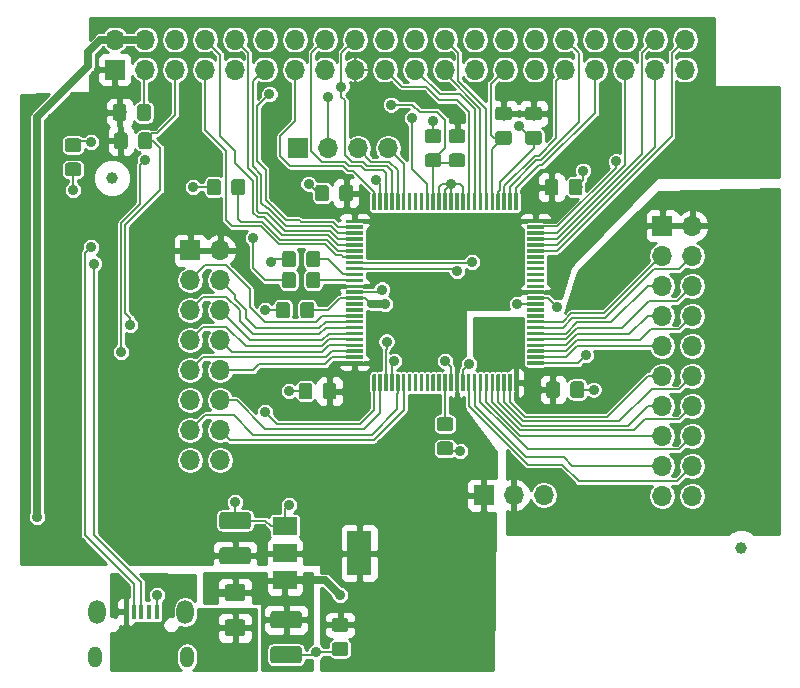
<source format=gbr>
G04 #@! TF.GenerationSoftware,KiCad,Pcbnew,(5.0.2)-1*
G04 #@! TF.CreationDate,2019-11-20T12:03:30-05:00*
G04 #@! TF.ProjectId,RPI_PSOC5,5250495f-5053-44f4-9335-2e6b69636164,X1*
G04 #@! TF.SameCoordinates,Original*
G04 #@! TF.FileFunction,Copper,L1,Top*
G04 #@! TF.FilePolarity,Positive*
%FSLAX46Y46*%
G04 Gerber Fmt 4.6, Leading zero omitted, Abs format (unit mm)*
G04 Created by KiCad (PCBNEW (5.0.2)-1) date 11/20/2019 12:03:30 PM*
%MOMM*%
%LPD*%
G01*
G04 APERTURE LIST*
G04 #@! TA.AperFunction,ComponentPad*
%ADD10O,1.700000X1.700000*%
G04 #@! TD*
G04 #@! TA.AperFunction,ComponentPad*
%ADD11R,1.700000X1.700000*%
G04 #@! TD*
G04 #@! TA.AperFunction,Conductor*
%ADD12C,0.150000*%
G04 #@! TD*
G04 #@! TA.AperFunction,SMDPad,CuDef*
%ADD13C,1.150000*%
G04 #@! TD*
G04 #@! TA.AperFunction,SMDPad,CuDef*
%ADD14C,1.425000*%
G04 #@! TD*
G04 #@! TA.AperFunction,ComponentPad*
%ADD15O,1.150000X1.800000*%
G04 #@! TD*
G04 #@! TA.AperFunction,ComponentPad*
%ADD16O,1.450000X2.000000*%
G04 #@! TD*
G04 #@! TA.AperFunction,SMDPad,CuDef*
%ADD17R,0.450000X1.300000*%
G04 #@! TD*
G04 #@! TA.AperFunction,SMDPad,CuDef*
%ADD18C,0.300000*%
G04 #@! TD*
G04 #@! TA.AperFunction,BGAPad,CuDef*
%ADD19C,1.000000*%
G04 #@! TD*
G04 #@! TA.AperFunction,SMDPad,CuDef*
%ADD20R,2.000000X3.800000*%
G04 #@! TD*
G04 #@! TA.AperFunction,SMDPad,CuDef*
%ADD21R,2.000000X1.500000*%
G04 #@! TD*
G04 #@! TA.AperFunction,ViaPad*
%ADD22C,0.889000*%
G04 #@! TD*
G04 #@! TA.AperFunction,Conductor*
%ADD23C,0.203200*%
G04 #@! TD*
G04 #@! TA.AperFunction,Conductor*
%ADD24C,0.152400*%
G04 #@! TD*
G04 #@! TA.AperFunction,Conductor*
%ADD25C,0.635000*%
G04 #@! TD*
G04 #@! TA.AperFunction,Conductor*
%ADD26C,0.254000*%
G04 #@! TD*
G04 APERTURE END LIST*
D10*
G04 #@! TO.P,H1,40*
G04 #@! TO.N,/IO_21*
X56630000Y-2230000D03*
G04 #@! TO.P,H1,39*
G04 #@! TO.N,GND*
X56630000Y-4770000D03*
G04 #@! TO.P,H1,38*
G04 #@! TO.N,/IO_20*
X54090000Y-2230000D03*
G04 #@! TO.P,H1,37*
G04 #@! TO.N,/IO_26*
X54090000Y-4770000D03*
G04 #@! TO.P,H1,36*
G04 #@! TO.N,/IO_16*
X51550000Y-2230000D03*
G04 #@! TO.P,H1,35*
G04 #@! TO.N,/IO_19*
X51550000Y-4770000D03*
G04 #@! TO.P,H1,34*
G04 #@! TO.N,GND*
X49010000Y-2230000D03*
G04 #@! TO.P,H1,33*
G04 #@! TO.N,/IO_13*
X49010000Y-4770000D03*
G04 #@! TO.P,H1,32*
G04 #@! TO.N,/IO_12*
X46470000Y-2230000D03*
G04 #@! TO.P,H1,31*
G04 #@! TO.N,/IO_6*
X46470000Y-4770000D03*
G04 #@! TO.P,H1,30*
G04 #@! TO.N,GND*
X43930000Y-2230000D03*
G04 #@! TO.P,H1,29*
G04 #@! TO.N,/IO_5*
X43930000Y-4770000D03*
G04 #@! TO.P,H1,28*
G04 #@! TO.N,/SCL0*
X41390000Y-2230000D03*
G04 #@! TO.P,H1,27*
G04 #@! TO.N,/SDA0*
X41390000Y-4770000D03*
G04 #@! TO.P,H1,26*
G04 #@! TO.N,/SPICE1*
X38850000Y-2230000D03*
G04 #@! TO.P,H1,25*
G04 #@! TO.N,GND*
X38850000Y-4770000D03*
G04 #@! TO.P,H1,24*
G04 #@! TO.N,/SPICE0*
X36310000Y-2230000D03*
G04 #@! TO.P,H1,23*
G04 #@! TO.N,/SPISCK*
X36310000Y-4770000D03*
G04 #@! TO.P,H1,22*
G04 #@! TO.N,/IO_25*
X33770000Y-2230000D03*
G04 #@! TO.P,H1,21*
G04 #@! TO.N,/SPIMISO*
X33770000Y-4770000D03*
G04 #@! TO.P,H1,20*
G04 #@! TO.N,GND*
X31230000Y-2230000D03*
G04 #@! TO.P,H1,19*
G04 #@! TO.N,/SPIMOSI*
X31230000Y-4770000D03*
G04 #@! TO.P,H1,18*
G04 #@! TO.N,/IO_24*
X28690000Y-2230000D03*
G04 #@! TO.P,H1,17*
G04 #@! TO.N,+3V3*
X28690000Y-4770000D03*
G04 #@! TO.P,H1,16*
G04 #@! TO.N,/IO_23*
X26150000Y-2230000D03*
G04 #@! TO.P,H1,15*
G04 #@! TO.N,/IO_22*
X26150000Y-4770000D03*
G04 #@! TO.P,H1,14*
G04 #@! TO.N,GND*
X23610000Y-2230000D03*
G04 #@! TO.P,H1,13*
G04 #@! TO.N,/IO_27*
X23610000Y-4770000D03*
G04 #@! TO.P,H1,12*
G04 #@! TO.N,/IO_18*
X21070000Y-2230000D03*
G04 #@! TO.P,H1,11*
G04 #@! TO.N,/IO_17*
X21070000Y-4770000D03*
G04 #@! TO.P,H1,10*
G04 #@! TO.N,/RXD0*
X18530000Y-2230000D03*
G04 #@! TO.P,H1,9*
G04 #@! TO.N,GND*
X18530000Y-4770000D03*
G04 #@! TO.P,H1,8*
G04 #@! TO.N,/TXD0*
X15990000Y-2230000D03*
G04 #@! TO.P,H1,7*
G04 #@! TO.N,/IO_4*
X15990000Y-4770000D03*
G04 #@! TO.P,H1,6*
G04 #@! TO.N,GND*
X13450000Y-2230000D03*
G04 #@! TO.P,H1,5*
G04 #@! TO.N,/SCL1*
X13450000Y-4770000D03*
G04 #@! TO.P,H1,4*
G04 #@! TO.N,+5V*
X10910000Y-2230000D03*
G04 #@! TO.P,H1,3*
G04 #@! TO.N,/SDA1*
X10910000Y-4770000D03*
G04 #@! TO.P,H1,2*
G04 #@! TO.N,+5V*
X8370000Y-2230000D03*
D11*
G04 #@! TO.P,H1,1*
G04 #@! TO.N,+3V3*
X8370000Y-4770000D03*
G04 #@! TD*
D12*
G04 #@! TO.N,/SCL0*
G04 #@! TO.C,R6*
G36*
X44289505Y-9976204D02*
X44313773Y-9979804D01*
X44337572Y-9985765D01*
X44360671Y-9994030D01*
X44382850Y-10004520D01*
X44403893Y-10017132D01*
X44423599Y-10031747D01*
X44441777Y-10048223D01*
X44458253Y-10066401D01*
X44472868Y-10086107D01*
X44485480Y-10107150D01*
X44495970Y-10129329D01*
X44504235Y-10152428D01*
X44510196Y-10176227D01*
X44513796Y-10200495D01*
X44515000Y-10224999D01*
X44515000Y-10875001D01*
X44513796Y-10899505D01*
X44510196Y-10923773D01*
X44504235Y-10947572D01*
X44495970Y-10970671D01*
X44485480Y-10992850D01*
X44472868Y-11013893D01*
X44458253Y-11033599D01*
X44441777Y-11051777D01*
X44423599Y-11068253D01*
X44403893Y-11082868D01*
X44382850Y-11095480D01*
X44360671Y-11105970D01*
X44337572Y-11114235D01*
X44313773Y-11120196D01*
X44289505Y-11123796D01*
X44265001Y-11125000D01*
X43364999Y-11125000D01*
X43340495Y-11123796D01*
X43316227Y-11120196D01*
X43292428Y-11114235D01*
X43269329Y-11105970D01*
X43247150Y-11095480D01*
X43226107Y-11082868D01*
X43206401Y-11068253D01*
X43188223Y-11051777D01*
X43171747Y-11033599D01*
X43157132Y-11013893D01*
X43144520Y-10992850D01*
X43134030Y-10970671D01*
X43125765Y-10947572D01*
X43119804Y-10923773D01*
X43116204Y-10899505D01*
X43115000Y-10875001D01*
X43115000Y-10224999D01*
X43116204Y-10200495D01*
X43119804Y-10176227D01*
X43125765Y-10152428D01*
X43134030Y-10129329D01*
X43144520Y-10107150D01*
X43157132Y-10086107D01*
X43171747Y-10066401D01*
X43188223Y-10048223D01*
X43206401Y-10031747D01*
X43226107Y-10017132D01*
X43247150Y-10004520D01*
X43269329Y-9994030D01*
X43292428Y-9985765D01*
X43316227Y-9979804D01*
X43340495Y-9976204D01*
X43364999Y-9975000D01*
X44265001Y-9975000D01*
X44289505Y-9976204D01*
X44289505Y-9976204D01*
G37*
D13*
G04 #@! TD*
G04 #@! TO.P,R6,1*
G04 #@! TO.N,/SCL0*
X43815000Y-10550000D03*
D12*
G04 #@! TO.N,+3V3*
G04 #@! TO.C,R6*
G36*
X44289505Y-7926204D02*
X44313773Y-7929804D01*
X44337572Y-7935765D01*
X44360671Y-7944030D01*
X44382850Y-7954520D01*
X44403893Y-7967132D01*
X44423599Y-7981747D01*
X44441777Y-7998223D01*
X44458253Y-8016401D01*
X44472868Y-8036107D01*
X44485480Y-8057150D01*
X44495970Y-8079329D01*
X44504235Y-8102428D01*
X44510196Y-8126227D01*
X44513796Y-8150495D01*
X44515000Y-8174999D01*
X44515000Y-8825001D01*
X44513796Y-8849505D01*
X44510196Y-8873773D01*
X44504235Y-8897572D01*
X44495970Y-8920671D01*
X44485480Y-8942850D01*
X44472868Y-8963893D01*
X44458253Y-8983599D01*
X44441777Y-9001777D01*
X44423599Y-9018253D01*
X44403893Y-9032868D01*
X44382850Y-9045480D01*
X44360671Y-9055970D01*
X44337572Y-9064235D01*
X44313773Y-9070196D01*
X44289505Y-9073796D01*
X44265001Y-9075000D01*
X43364999Y-9075000D01*
X43340495Y-9073796D01*
X43316227Y-9070196D01*
X43292428Y-9064235D01*
X43269329Y-9055970D01*
X43247150Y-9045480D01*
X43226107Y-9032868D01*
X43206401Y-9018253D01*
X43188223Y-9001777D01*
X43171747Y-8983599D01*
X43157132Y-8963893D01*
X43144520Y-8942850D01*
X43134030Y-8920671D01*
X43125765Y-8897572D01*
X43119804Y-8873773D01*
X43116204Y-8849505D01*
X43115000Y-8825001D01*
X43115000Y-8174999D01*
X43116204Y-8150495D01*
X43119804Y-8126227D01*
X43125765Y-8102428D01*
X43134030Y-8079329D01*
X43144520Y-8057150D01*
X43157132Y-8036107D01*
X43171747Y-8016401D01*
X43188223Y-7998223D01*
X43206401Y-7981747D01*
X43226107Y-7967132D01*
X43247150Y-7954520D01*
X43269329Y-7944030D01*
X43292428Y-7935765D01*
X43316227Y-7929804D01*
X43340495Y-7926204D01*
X43364999Y-7925000D01*
X44265001Y-7925000D01*
X44289505Y-7926204D01*
X44289505Y-7926204D01*
G37*
D13*
G04 #@! TD*
G04 #@! TO.P,R6,2*
G04 #@! TO.N,+3V3*
X43815000Y-8500000D03*
D12*
G04 #@! TO.N,/VUSB*
G04 #@! TO.C,F1*
G36*
X19191504Y-51322204D02*
X19215773Y-51325804D01*
X19239571Y-51331765D01*
X19262671Y-51340030D01*
X19284849Y-51350520D01*
X19305893Y-51363133D01*
X19325598Y-51377747D01*
X19343777Y-51394223D01*
X19360253Y-51412402D01*
X19374867Y-51432107D01*
X19387480Y-51453151D01*
X19397970Y-51475329D01*
X19406235Y-51498429D01*
X19412196Y-51522227D01*
X19415796Y-51546496D01*
X19417000Y-51571000D01*
X19417000Y-52496000D01*
X19415796Y-52520504D01*
X19412196Y-52544773D01*
X19406235Y-52568571D01*
X19397970Y-52591671D01*
X19387480Y-52613849D01*
X19374867Y-52634893D01*
X19360253Y-52654598D01*
X19343777Y-52672777D01*
X19325598Y-52689253D01*
X19305893Y-52703867D01*
X19284849Y-52716480D01*
X19262671Y-52726970D01*
X19239571Y-52735235D01*
X19215773Y-52741196D01*
X19191504Y-52744796D01*
X19167000Y-52746000D01*
X17917000Y-52746000D01*
X17892496Y-52744796D01*
X17868227Y-52741196D01*
X17844429Y-52735235D01*
X17821329Y-52726970D01*
X17799151Y-52716480D01*
X17778107Y-52703867D01*
X17758402Y-52689253D01*
X17740223Y-52672777D01*
X17723747Y-52654598D01*
X17709133Y-52634893D01*
X17696520Y-52613849D01*
X17686030Y-52591671D01*
X17677765Y-52568571D01*
X17671804Y-52544773D01*
X17668204Y-52520504D01*
X17667000Y-52496000D01*
X17667000Y-51571000D01*
X17668204Y-51546496D01*
X17671804Y-51522227D01*
X17677765Y-51498429D01*
X17686030Y-51475329D01*
X17696520Y-51453151D01*
X17709133Y-51432107D01*
X17723747Y-51412402D01*
X17740223Y-51394223D01*
X17758402Y-51377747D01*
X17778107Y-51363133D01*
X17799151Y-51350520D01*
X17821329Y-51340030D01*
X17844429Y-51331765D01*
X17868227Y-51325804D01*
X17892496Y-51322204D01*
X17917000Y-51321000D01*
X19167000Y-51321000D01*
X19191504Y-51322204D01*
X19191504Y-51322204D01*
G37*
D14*
G04 #@! TD*
G04 #@! TO.P,F1,2*
G04 #@! TO.N,/VUSB*
X18542000Y-52033500D03*
D12*
G04 #@! TO.N,+5V*
G04 #@! TO.C,F1*
G36*
X19191504Y-48347204D02*
X19215773Y-48350804D01*
X19239571Y-48356765D01*
X19262671Y-48365030D01*
X19284849Y-48375520D01*
X19305893Y-48388133D01*
X19325598Y-48402747D01*
X19343777Y-48419223D01*
X19360253Y-48437402D01*
X19374867Y-48457107D01*
X19387480Y-48478151D01*
X19397970Y-48500329D01*
X19406235Y-48523429D01*
X19412196Y-48547227D01*
X19415796Y-48571496D01*
X19417000Y-48596000D01*
X19417000Y-49521000D01*
X19415796Y-49545504D01*
X19412196Y-49569773D01*
X19406235Y-49593571D01*
X19397970Y-49616671D01*
X19387480Y-49638849D01*
X19374867Y-49659893D01*
X19360253Y-49679598D01*
X19343777Y-49697777D01*
X19325598Y-49714253D01*
X19305893Y-49728867D01*
X19284849Y-49741480D01*
X19262671Y-49751970D01*
X19239571Y-49760235D01*
X19215773Y-49766196D01*
X19191504Y-49769796D01*
X19167000Y-49771000D01*
X17917000Y-49771000D01*
X17892496Y-49769796D01*
X17868227Y-49766196D01*
X17844429Y-49760235D01*
X17821329Y-49751970D01*
X17799151Y-49741480D01*
X17778107Y-49728867D01*
X17758402Y-49714253D01*
X17740223Y-49697777D01*
X17723747Y-49679598D01*
X17709133Y-49659893D01*
X17696520Y-49638849D01*
X17686030Y-49616671D01*
X17677765Y-49593571D01*
X17671804Y-49569773D01*
X17668204Y-49545504D01*
X17667000Y-49521000D01*
X17667000Y-48596000D01*
X17668204Y-48571496D01*
X17671804Y-48547227D01*
X17677765Y-48523429D01*
X17686030Y-48500329D01*
X17696520Y-48478151D01*
X17709133Y-48457107D01*
X17723747Y-48437402D01*
X17740223Y-48419223D01*
X17758402Y-48402747D01*
X17778107Y-48388133D01*
X17799151Y-48375520D01*
X17821329Y-48365030D01*
X17844429Y-48356765D01*
X17868227Y-48350804D01*
X17892496Y-48347204D01*
X17917000Y-48346000D01*
X19167000Y-48346000D01*
X19191504Y-48347204D01*
X19191504Y-48347204D01*
G37*
D14*
G04 #@! TD*
G04 #@! TO.P,F1,1*
G04 #@! TO.N,+5V*
X18542000Y-49058500D03*
D10*
G04 #@! TO.P,H5,20*
G04 #@! TO.N,GND*
X57243743Y-40872592D03*
G04 #@! TO.P,H5,19*
X54703743Y-40872592D03*
G04 #@! TO.P,H5,18*
G04 #@! TO.N,/P67*
X57243743Y-38332592D03*
G04 #@! TO.P,H5,17*
G04 #@! TO.N,/P68*
X54703743Y-38332592D03*
G04 #@! TO.P,H5,16*
G04 #@! TO.N,/P69*
X57243743Y-35792592D03*
G04 #@! TO.P,H5,15*
G04 #@! TO.N,/P70*
X54703743Y-35792592D03*
G04 #@! TO.P,H5,14*
G04 #@! TO.N,/P71*
X57243743Y-33252592D03*
G04 #@! TO.P,H5,13*
G04 #@! TO.N,/P72*
X54703743Y-33252592D03*
G04 #@! TO.P,H5,12*
G04 #@! TO.N,/P73*
X57243743Y-30712592D03*
G04 #@! TO.P,H5,11*
G04 #@! TO.N,/P74*
X54703743Y-30712592D03*
G04 #@! TO.P,H5,10*
G04 #@! TO.N,/P76*
X57243743Y-28172592D03*
G04 #@! TO.P,H5,9*
G04 #@! TO.N,/P77*
X54703743Y-28172592D03*
G04 #@! TO.P,H5,8*
G04 #@! TO.N,/P78*
X57243743Y-25632592D03*
G04 #@! TO.P,H5,7*
G04 #@! TO.N,/P79*
X54703743Y-25632592D03*
G04 #@! TO.P,H5,6*
G04 #@! TO.N,/P80*
X57243743Y-23092592D03*
G04 #@! TO.P,H5,5*
G04 #@! TO.N,/P81*
X54703743Y-23092592D03*
G04 #@! TO.P,H5,4*
G04 #@! TO.N,/P82*
X57243743Y-20552592D03*
G04 #@! TO.P,H5,3*
G04 #@! TO.N,/P83*
X54703743Y-20552592D03*
G04 #@! TO.P,H5,2*
G04 #@! TO.N,/VZ0*
X57243743Y-18012592D03*
D11*
G04 #@! TO.P,H5,1*
X54703743Y-18012592D03*
G04 #@! TD*
D12*
G04 #@! TO.N,+3V3*
G04 #@! TO.C,R4*
G36*
X37812505Y-9831204D02*
X37836773Y-9834804D01*
X37860572Y-9840765D01*
X37883671Y-9849030D01*
X37905850Y-9859520D01*
X37926893Y-9872132D01*
X37946599Y-9886747D01*
X37964777Y-9903223D01*
X37981253Y-9921401D01*
X37995868Y-9941107D01*
X38008480Y-9962150D01*
X38018970Y-9984329D01*
X38027235Y-10007428D01*
X38033196Y-10031227D01*
X38036796Y-10055495D01*
X38038000Y-10079999D01*
X38038000Y-10730001D01*
X38036796Y-10754505D01*
X38033196Y-10778773D01*
X38027235Y-10802572D01*
X38018970Y-10825671D01*
X38008480Y-10847850D01*
X37995868Y-10868893D01*
X37981253Y-10888599D01*
X37964777Y-10906777D01*
X37946599Y-10923253D01*
X37926893Y-10937868D01*
X37905850Y-10950480D01*
X37883671Y-10960970D01*
X37860572Y-10969235D01*
X37836773Y-10975196D01*
X37812505Y-10978796D01*
X37788001Y-10980000D01*
X36887999Y-10980000D01*
X36863495Y-10978796D01*
X36839227Y-10975196D01*
X36815428Y-10969235D01*
X36792329Y-10960970D01*
X36770150Y-10950480D01*
X36749107Y-10937868D01*
X36729401Y-10923253D01*
X36711223Y-10906777D01*
X36694747Y-10888599D01*
X36680132Y-10868893D01*
X36667520Y-10847850D01*
X36657030Y-10825671D01*
X36648765Y-10802572D01*
X36642804Y-10778773D01*
X36639204Y-10754505D01*
X36638000Y-10730001D01*
X36638000Y-10079999D01*
X36639204Y-10055495D01*
X36642804Y-10031227D01*
X36648765Y-10007428D01*
X36657030Y-9984329D01*
X36667520Y-9962150D01*
X36680132Y-9941107D01*
X36694747Y-9921401D01*
X36711223Y-9903223D01*
X36729401Y-9886747D01*
X36749107Y-9872132D01*
X36770150Y-9859520D01*
X36792329Y-9849030D01*
X36815428Y-9840765D01*
X36839227Y-9834804D01*
X36863495Y-9831204D01*
X36887999Y-9830000D01*
X37788001Y-9830000D01*
X37812505Y-9831204D01*
X37812505Y-9831204D01*
G37*
D13*
G04 #@! TD*
G04 #@! TO.P,R4,2*
G04 #@! TO.N,+3V3*
X37338000Y-10405000D03*
D12*
G04 #@! TO.N,Net-(C1-Pad1)*
G04 #@! TO.C,R4*
G36*
X37812505Y-11881204D02*
X37836773Y-11884804D01*
X37860572Y-11890765D01*
X37883671Y-11899030D01*
X37905850Y-11909520D01*
X37926893Y-11922132D01*
X37946599Y-11936747D01*
X37964777Y-11953223D01*
X37981253Y-11971401D01*
X37995868Y-11991107D01*
X38008480Y-12012150D01*
X38018970Y-12034329D01*
X38027235Y-12057428D01*
X38033196Y-12081227D01*
X38036796Y-12105495D01*
X38038000Y-12129999D01*
X38038000Y-12780001D01*
X38036796Y-12804505D01*
X38033196Y-12828773D01*
X38027235Y-12852572D01*
X38018970Y-12875671D01*
X38008480Y-12897850D01*
X37995868Y-12918893D01*
X37981253Y-12938599D01*
X37964777Y-12956777D01*
X37946599Y-12973253D01*
X37926893Y-12987868D01*
X37905850Y-13000480D01*
X37883671Y-13010970D01*
X37860572Y-13019235D01*
X37836773Y-13025196D01*
X37812505Y-13028796D01*
X37788001Y-13030000D01*
X36887999Y-13030000D01*
X36863495Y-13028796D01*
X36839227Y-13025196D01*
X36815428Y-13019235D01*
X36792329Y-13010970D01*
X36770150Y-13000480D01*
X36749107Y-12987868D01*
X36729401Y-12973253D01*
X36711223Y-12956777D01*
X36694747Y-12938599D01*
X36680132Y-12918893D01*
X36667520Y-12897850D01*
X36657030Y-12875671D01*
X36648765Y-12852572D01*
X36642804Y-12828773D01*
X36639204Y-12804505D01*
X36638000Y-12780001D01*
X36638000Y-12129999D01*
X36639204Y-12105495D01*
X36642804Y-12081227D01*
X36648765Y-12057428D01*
X36657030Y-12034329D01*
X36667520Y-12012150D01*
X36680132Y-11991107D01*
X36694747Y-11971401D01*
X36711223Y-11953223D01*
X36729401Y-11936747D01*
X36749107Y-11922132D01*
X36770150Y-11909520D01*
X36792329Y-11899030D01*
X36815428Y-11890765D01*
X36839227Y-11884804D01*
X36863495Y-11881204D01*
X36887999Y-11880000D01*
X37788001Y-11880000D01*
X37812505Y-11881204D01*
X37812505Y-11881204D01*
G37*
D13*
G04 #@! TD*
G04 #@! TO.P,R4,1*
G04 #@! TO.N,Net-(C1-Pad1)*
X37338000Y-12455000D03*
D12*
G04 #@! TO.N,Net-(D1-Pad1)*
G04 #@! TO.C,R3*
G36*
X17104505Y-14033204D02*
X17128773Y-14036804D01*
X17152572Y-14042765D01*
X17175671Y-14051030D01*
X17197850Y-14061520D01*
X17218893Y-14074132D01*
X17238599Y-14088747D01*
X17256777Y-14105223D01*
X17273253Y-14123401D01*
X17287868Y-14143107D01*
X17300480Y-14164150D01*
X17310970Y-14186329D01*
X17319235Y-14209428D01*
X17325196Y-14233227D01*
X17328796Y-14257495D01*
X17330000Y-14281999D01*
X17330000Y-15182001D01*
X17328796Y-15206505D01*
X17325196Y-15230773D01*
X17319235Y-15254572D01*
X17310970Y-15277671D01*
X17300480Y-15299850D01*
X17287868Y-15320893D01*
X17273253Y-15340599D01*
X17256777Y-15358777D01*
X17238599Y-15375253D01*
X17218893Y-15389868D01*
X17197850Y-15402480D01*
X17175671Y-15412970D01*
X17152572Y-15421235D01*
X17128773Y-15427196D01*
X17104505Y-15430796D01*
X17080001Y-15432000D01*
X16429999Y-15432000D01*
X16405495Y-15430796D01*
X16381227Y-15427196D01*
X16357428Y-15421235D01*
X16334329Y-15412970D01*
X16312150Y-15402480D01*
X16291107Y-15389868D01*
X16271401Y-15375253D01*
X16253223Y-15358777D01*
X16236747Y-15340599D01*
X16222132Y-15320893D01*
X16209520Y-15299850D01*
X16199030Y-15277671D01*
X16190765Y-15254572D01*
X16184804Y-15230773D01*
X16181204Y-15206505D01*
X16180000Y-15182001D01*
X16180000Y-14281999D01*
X16181204Y-14257495D01*
X16184804Y-14233227D01*
X16190765Y-14209428D01*
X16199030Y-14186329D01*
X16209520Y-14164150D01*
X16222132Y-14143107D01*
X16236747Y-14123401D01*
X16253223Y-14105223D01*
X16271401Y-14088747D01*
X16291107Y-14074132D01*
X16312150Y-14061520D01*
X16334329Y-14051030D01*
X16357428Y-14042765D01*
X16381227Y-14036804D01*
X16405495Y-14033204D01*
X16429999Y-14032000D01*
X17080001Y-14032000D01*
X17104505Y-14033204D01*
X17104505Y-14033204D01*
G37*
D13*
G04 #@! TD*
G04 #@! TO.P,R3,2*
G04 #@! TO.N,Net-(D1-Pad1)*
X16755000Y-14732000D03*
D12*
G04 #@! TO.N,/P5-4*
G04 #@! TO.C,R3*
G36*
X19154505Y-14033204D02*
X19178773Y-14036804D01*
X19202572Y-14042765D01*
X19225671Y-14051030D01*
X19247850Y-14061520D01*
X19268893Y-14074132D01*
X19288599Y-14088747D01*
X19306777Y-14105223D01*
X19323253Y-14123401D01*
X19337868Y-14143107D01*
X19350480Y-14164150D01*
X19360970Y-14186329D01*
X19369235Y-14209428D01*
X19375196Y-14233227D01*
X19378796Y-14257495D01*
X19380000Y-14281999D01*
X19380000Y-15182001D01*
X19378796Y-15206505D01*
X19375196Y-15230773D01*
X19369235Y-15254572D01*
X19360970Y-15277671D01*
X19350480Y-15299850D01*
X19337868Y-15320893D01*
X19323253Y-15340599D01*
X19306777Y-15358777D01*
X19288599Y-15375253D01*
X19268893Y-15389868D01*
X19247850Y-15402480D01*
X19225671Y-15412970D01*
X19202572Y-15421235D01*
X19178773Y-15427196D01*
X19154505Y-15430796D01*
X19130001Y-15432000D01*
X18479999Y-15432000D01*
X18455495Y-15430796D01*
X18431227Y-15427196D01*
X18407428Y-15421235D01*
X18384329Y-15412970D01*
X18362150Y-15402480D01*
X18341107Y-15389868D01*
X18321401Y-15375253D01*
X18303223Y-15358777D01*
X18286747Y-15340599D01*
X18272132Y-15320893D01*
X18259520Y-15299850D01*
X18249030Y-15277671D01*
X18240765Y-15254572D01*
X18234804Y-15230773D01*
X18231204Y-15206505D01*
X18230000Y-15182001D01*
X18230000Y-14281999D01*
X18231204Y-14257495D01*
X18234804Y-14233227D01*
X18240765Y-14209428D01*
X18249030Y-14186329D01*
X18259520Y-14164150D01*
X18272132Y-14143107D01*
X18286747Y-14123401D01*
X18303223Y-14105223D01*
X18321401Y-14088747D01*
X18341107Y-14074132D01*
X18362150Y-14061520D01*
X18384329Y-14051030D01*
X18407428Y-14042765D01*
X18431227Y-14036804D01*
X18455495Y-14033204D01*
X18479999Y-14032000D01*
X19130001Y-14032000D01*
X19154505Y-14033204D01*
X19154505Y-14033204D01*
G37*
D13*
G04 #@! TD*
G04 #@! TO.P,R3,1*
G04 #@! TO.N,/P5-4*
X18805000Y-14732000D03*
D12*
G04 #@! TO.N,GND*
G04 #@! TO.C,D1*
G36*
X5300505Y-10593204D02*
X5324773Y-10596804D01*
X5348572Y-10602765D01*
X5371671Y-10611030D01*
X5393850Y-10621520D01*
X5414893Y-10634132D01*
X5434599Y-10648747D01*
X5452777Y-10665223D01*
X5469253Y-10683401D01*
X5483868Y-10703107D01*
X5496480Y-10724150D01*
X5506970Y-10746329D01*
X5515235Y-10769428D01*
X5521196Y-10793227D01*
X5524796Y-10817495D01*
X5526000Y-10841999D01*
X5526000Y-11492001D01*
X5524796Y-11516505D01*
X5521196Y-11540773D01*
X5515235Y-11564572D01*
X5506970Y-11587671D01*
X5496480Y-11609850D01*
X5483868Y-11630893D01*
X5469253Y-11650599D01*
X5452777Y-11668777D01*
X5434599Y-11685253D01*
X5414893Y-11699868D01*
X5393850Y-11712480D01*
X5371671Y-11722970D01*
X5348572Y-11731235D01*
X5324773Y-11737196D01*
X5300505Y-11740796D01*
X5276001Y-11742000D01*
X4375999Y-11742000D01*
X4351495Y-11740796D01*
X4327227Y-11737196D01*
X4303428Y-11731235D01*
X4280329Y-11722970D01*
X4258150Y-11712480D01*
X4237107Y-11699868D01*
X4217401Y-11685253D01*
X4199223Y-11668777D01*
X4182747Y-11650599D01*
X4168132Y-11630893D01*
X4155520Y-11609850D01*
X4145030Y-11587671D01*
X4136765Y-11564572D01*
X4130804Y-11540773D01*
X4127204Y-11516505D01*
X4126000Y-11492001D01*
X4126000Y-10841999D01*
X4127204Y-10817495D01*
X4130804Y-10793227D01*
X4136765Y-10769428D01*
X4145030Y-10746329D01*
X4155520Y-10724150D01*
X4168132Y-10703107D01*
X4182747Y-10683401D01*
X4199223Y-10665223D01*
X4217401Y-10648747D01*
X4237107Y-10634132D01*
X4258150Y-10621520D01*
X4280329Y-10611030D01*
X4303428Y-10602765D01*
X4327227Y-10596804D01*
X4351495Y-10593204D01*
X4375999Y-10592000D01*
X5276001Y-10592000D01*
X5300505Y-10593204D01*
X5300505Y-10593204D01*
G37*
D13*
G04 #@! TD*
G04 #@! TO.P,D1,2*
G04 #@! TO.N,GND*
X4826000Y-11167000D03*
D12*
G04 #@! TO.N,Net-(D1-Pad1)*
G04 #@! TO.C,D1*
G36*
X5300505Y-12643204D02*
X5324773Y-12646804D01*
X5348572Y-12652765D01*
X5371671Y-12661030D01*
X5393850Y-12671520D01*
X5414893Y-12684132D01*
X5434599Y-12698747D01*
X5452777Y-12715223D01*
X5469253Y-12733401D01*
X5483868Y-12753107D01*
X5496480Y-12774150D01*
X5506970Y-12796329D01*
X5515235Y-12819428D01*
X5521196Y-12843227D01*
X5524796Y-12867495D01*
X5526000Y-12891999D01*
X5526000Y-13542001D01*
X5524796Y-13566505D01*
X5521196Y-13590773D01*
X5515235Y-13614572D01*
X5506970Y-13637671D01*
X5496480Y-13659850D01*
X5483868Y-13680893D01*
X5469253Y-13700599D01*
X5452777Y-13718777D01*
X5434599Y-13735253D01*
X5414893Y-13749868D01*
X5393850Y-13762480D01*
X5371671Y-13772970D01*
X5348572Y-13781235D01*
X5324773Y-13787196D01*
X5300505Y-13790796D01*
X5276001Y-13792000D01*
X4375999Y-13792000D01*
X4351495Y-13790796D01*
X4327227Y-13787196D01*
X4303428Y-13781235D01*
X4280329Y-13772970D01*
X4258150Y-13762480D01*
X4237107Y-13749868D01*
X4217401Y-13735253D01*
X4199223Y-13718777D01*
X4182747Y-13700599D01*
X4168132Y-13680893D01*
X4155520Y-13659850D01*
X4145030Y-13637671D01*
X4136765Y-13614572D01*
X4130804Y-13590773D01*
X4127204Y-13566505D01*
X4126000Y-13542001D01*
X4126000Y-12891999D01*
X4127204Y-12867495D01*
X4130804Y-12843227D01*
X4136765Y-12819428D01*
X4145030Y-12796329D01*
X4155520Y-12774150D01*
X4168132Y-12753107D01*
X4182747Y-12733401D01*
X4199223Y-12715223D01*
X4217401Y-12698747D01*
X4237107Y-12684132D01*
X4258150Y-12671520D01*
X4280329Y-12661030D01*
X4303428Y-12652765D01*
X4327227Y-12646804D01*
X4351495Y-12643204D01*
X4375999Y-12642000D01*
X5276001Y-12642000D01*
X5300505Y-12643204D01*
X5300505Y-12643204D01*
G37*
D13*
G04 #@! TD*
G04 #@! TO.P,D1,1*
G04 #@! TO.N,Net-(D1-Pad1)*
X4826000Y-13217000D03*
D15*
G04 #@! TO.P,J1,6*
G04 #@! TO.N,GND*
X14475000Y-54528000D03*
X6725000Y-54528000D03*
D16*
X14325000Y-50728000D03*
X6875000Y-50728000D03*
D17*
G04 #@! TO.P,J1,5*
X11900000Y-50678000D03*
G04 #@! TO.P,J1,4*
G04 #@! TO.N,N/C*
X11250000Y-50678000D03*
G04 #@! TO.P,J1,3*
G04 #@! TO.N,Net-(J1-Pad3)*
X10600000Y-50678000D03*
G04 #@! TO.P,J1,2*
G04 #@! TO.N,Net-(J1-Pad2)*
X9950000Y-50678000D03*
G04 #@! TO.P,J1,1*
G04 #@! TO.N,/VUSB*
X9300000Y-50678000D03*
G04 #@! TD*
D10*
G04 #@! TO.P,H3,3*
G04 #@! TO.N,+5V*
X44680000Y-40800000D03*
G04 #@! TO.P,H3,2*
G04 #@! TO.N,/VZ0*
X42140000Y-40800000D03*
D11*
G04 #@! TO.P,H3,1*
G04 #@! TO.N,+3V3*
X39600000Y-40800000D03*
G04 #@! TD*
D12*
G04 #@! TO.N,+3V3*
G04 #@! TO.C,U1*
G36*
X44654351Y-17472361D02*
X44661632Y-17473441D01*
X44668771Y-17475229D01*
X44675701Y-17477709D01*
X44682355Y-17480856D01*
X44688668Y-17484640D01*
X44694579Y-17489024D01*
X44700033Y-17493967D01*
X44704976Y-17499421D01*
X44709360Y-17505332D01*
X44713144Y-17511645D01*
X44716291Y-17518299D01*
X44718771Y-17525229D01*
X44720559Y-17532368D01*
X44721639Y-17539649D01*
X44722000Y-17547000D01*
X44722000Y-17697000D01*
X44721639Y-17704351D01*
X44720559Y-17711632D01*
X44718771Y-17718771D01*
X44716291Y-17725701D01*
X44713144Y-17732355D01*
X44709360Y-17738668D01*
X44704976Y-17744579D01*
X44700033Y-17750033D01*
X44694579Y-17754976D01*
X44688668Y-17759360D01*
X44682355Y-17763144D01*
X44675701Y-17766291D01*
X44668771Y-17768771D01*
X44661632Y-17770559D01*
X44654351Y-17771639D01*
X44647000Y-17772000D01*
X43322000Y-17772000D01*
X43314649Y-17771639D01*
X43307368Y-17770559D01*
X43300229Y-17768771D01*
X43293299Y-17766291D01*
X43286645Y-17763144D01*
X43280332Y-17759360D01*
X43274421Y-17754976D01*
X43268967Y-17750033D01*
X43264024Y-17744579D01*
X43259640Y-17738668D01*
X43255856Y-17732355D01*
X43252709Y-17725701D01*
X43250229Y-17718771D01*
X43248441Y-17711632D01*
X43247361Y-17704351D01*
X43247000Y-17697000D01*
X43247000Y-17547000D01*
X43247361Y-17539649D01*
X43248441Y-17532368D01*
X43250229Y-17525229D01*
X43252709Y-17518299D01*
X43255856Y-17511645D01*
X43259640Y-17505332D01*
X43264024Y-17499421D01*
X43268967Y-17493967D01*
X43274421Y-17489024D01*
X43280332Y-17484640D01*
X43286645Y-17480856D01*
X43293299Y-17477709D01*
X43300229Y-17475229D01*
X43307368Y-17473441D01*
X43314649Y-17472361D01*
X43322000Y-17472000D01*
X44647000Y-17472000D01*
X44654351Y-17472361D01*
X44654351Y-17472361D01*
G37*
D18*
G04 #@! TD*
G04 #@! TO.P,U1,100*
G04 #@! TO.N,+3V3*
X43984500Y-17622000D03*
D12*
G04 #@! TO.N,/IO_16*
G04 #@! TO.C,U1*
G36*
X44654351Y-17972361D02*
X44661632Y-17973441D01*
X44668771Y-17975229D01*
X44675701Y-17977709D01*
X44682355Y-17980856D01*
X44688668Y-17984640D01*
X44694579Y-17989024D01*
X44700033Y-17993967D01*
X44704976Y-17999421D01*
X44709360Y-18005332D01*
X44713144Y-18011645D01*
X44716291Y-18018299D01*
X44718771Y-18025229D01*
X44720559Y-18032368D01*
X44721639Y-18039649D01*
X44722000Y-18047000D01*
X44722000Y-18197000D01*
X44721639Y-18204351D01*
X44720559Y-18211632D01*
X44718771Y-18218771D01*
X44716291Y-18225701D01*
X44713144Y-18232355D01*
X44709360Y-18238668D01*
X44704976Y-18244579D01*
X44700033Y-18250033D01*
X44694579Y-18254976D01*
X44688668Y-18259360D01*
X44682355Y-18263144D01*
X44675701Y-18266291D01*
X44668771Y-18268771D01*
X44661632Y-18270559D01*
X44654351Y-18271639D01*
X44647000Y-18272000D01*
X43322000Y-18272000D01*
X43314649Y-18271639D01*
X43307368Y-18270559D01*
X43300229Y-18268771D01*
X43293299Y-18266291D01*
X43286645Y-18263144D01*
X43280332Y-18259360D01*
X43274421Y-18254976D01*
X43268967Y-18250033D01*
X43264024Y-18244579D01*
X43259640Y-18238668D01*
X43255856Y-18232355D01*
X43252709Y-18225701D01*
X43250229Y-18218771D01*
X43248441Y-18211632D01*
X43247361Y-18204351D01*
X43247000Y-18197000D01*
X43247000Y-18047000D01*
X43247361Y-18039649D01*
X43248441Y-18032368D01*
X43250229Y-18025229D01*
X43252709Y-18018299D01*
X43255856Y-18011645D01*
X43259640Y-18005332D01*
X43264024Y-17999421D01*
X43268967Y-17993967D01*
X43274421Y-17989024D01*
X43280332Y-17984640D01*
X43286645Y-17980856D01*
X43293299Y-17977709D01*
X43300229Y-17975229D01*
X43307368Y-17973441D01*
X43314649Y-17972361D01*
X43322000Y-17972000D01*
X44647000Y-17972000D01*
X44654351Y-17972361D01*
X44654351Y-17972361D01*
G37*
D18*
G04 #@! TD*
G04 #@! TO.P,U1,99*
G04 #@! TO.N,/IO_16*
X43984500Y-18122000D03*
D12*
G04 #@! TO.N,/IO_19*
G04 #@! TO.C,U1*
G36*
X44654351Y-18472361D02*
X44661632Y-18473441D01*
X44668771Y-18475229D01*
X44675701Y-18477709D01*
X44682355Y-18480856D01*
X44688668Y-18484640D01*
X44694579Y-18489024D01*
X44700033Y-18493967D01*
X44704976Y-18499421D01*
X44709360Y-18505332D01*
X44713144Y-18511645D01*
X44716291Y-18518299D01*
X44718771Y-18525229D01*
X44720559Y-18532368D01*
X44721639Y-18539649D01*
X44722000Y-18547000D01*
X44722000Y-18697000D01*
X44721639Y-18704351D01*
X44720559Y-18711632D01*
X44718771Y-18718771D01*
X44716291Y-18725701D01*
X44713144Y-18732355D01*
X44709360Y-18738668D01*
X44704976Y-18744579D01*
X44700033Y-18750033D01*
X44694579Y-18754976D01*
X44688668Y-18759360D01*
X44682355Y-18763144D01*
X44675701Y-18766291D01*
X44668771Y-18768771D01*
X44661632Y-18770559D01*
X44654351Y-18771639D01*
X44647000Y-18772000D01*
X43322000Y-18772000D01*
X43314649Y-18771639D01*
X43307368Y-18770559D01*
X43300229Y-18768771D01*
X43293299Y-18766291D01*
X43286645Y-18763144D01*
X43280332Y-18759360D01*
X43274421Y-18754976D01*
X43268967Y-18750033D01*
X43264024Y-18744579D01*
X43259640Y-18738668D01*
X43255856Y-18732355D01*
X43252709Y-18725701D01*
X43250229Y-18718771D01*
X43248441Y-18711632D01*
X43247361Y-18704351D01*
X43247000Y-18697000D01*
X43247000Y-18547000D01*
X43247361Y-18539649D01*
X43248441Y-18532368D01*
X43250229Y-18525229D01*
X43252709Y-18518299D01*
X43255856Y-18511645D01*
X43259640Y-18505332D01*
X43264024Y-18499421D01*
X43268967Y-18493967D01*
X43274421Y-18489024D01*
X43280332Y-18484640D01*
X43286645Y-18480856D01*
X43293299Y-18477709D01*
X43300229Y-18475229D01*
X43307368Y-18473441D01*
X43314649Y-18472361D01*
X43322000Y-18472000D01*
X44647000Y-18472000D01*
X44654351Y-18472361D01*
X44654351Y-18472361D01*
G37*
D18*
G04 #@! TD*
G04 #@! TO.P,U1,98*
G04 #@! TO.N,/IO_19*
X43984500Y-18622000D03*
D12*
G04 #@! TO.N,/IO_20*
G04 #@! TO.C,U1*
G36*
X44654351Y-18972361D02*
X44661632Y-18973441D01*
X44668771Y-18975229D01*
X44675701Y-18977709D01*
X44682355Y-18980856D01*
X44688668Y-18984640D01*
X44694579Y-18989024D01*
X44700033Y-18993967D01*
X44704976Y-18999421D01*
X44709360Y-19005332D01*
X44713144Y-19011645D01*
X44716291Y-19018299D01*
X44718771Y-19025229D01*
X44720559Y-19032368D01*
X44721639Y-19039649D01*
X44722000Y-19047000D01*
X44722000Y-19197000D01*
X44721639Y-19204351D01*
X44720559Y-19211632D01*
X44718771Y-19218771D01*
X44716291Y-19225701D01*
X44713144Y-19232355D01*
X44709360Y-19238668D01*
X44704976Y-19244579D01*
X44700033Y-19250033D01*
X44694579Y-19254976D01*
X44688668Y-19259360D01*
X44682355Y-19263144D01*
X44675701Y-19266291D01*
X44668771Y-19268771D01*
X44661632Y-19270559D01*
X44654351Y-19271639D01*
X44647000Y-19272000D01*
X43322000Y-19272000D01*
X43314649Y-19271639D01*
X43307368Y-19270559D01*
X43300229Y-19268771D01*
X43293299Y-19266291D01*
X43286645Y-19263144D01*
X43280332Y-19259360D01*
X43274421Y-19254976D01*
X43268967Y-19250033D01*
X43264024Y-19244579D01*
X43259640Y-19238668D01*
X43255856Y-19232355D01*
X43252709Y-19225701D01*
X43250229Y-19218771D01*
X43248441Y-19211632D01*
X43247361Y-19204351D01*
X43247000Y-19197000D01*
X43247000Y-19047000D01*
X43247361Y-19039649D01*
X43248441Y-19032368D01*
X43250229Y-19025229D01*
X43252709Y-19018299D01*
X43255856Y-19011645D01*
X43259640Y-19005332D01*
X43264024Y-18999421D01*
X43268967Y-18993967D01*
X43274421Y-18989024D01*
X43280332Y-18984640D01*
X43286645Y-18980856D01*
X43293299Y-18977709D01*
X43300229Y-18975229D01*
X43307368Y-18973441D01*
X43314649Y-18972361D01*
X43322000Y-18972000D01*
X44647000Y-18972000D01*
X44654351Y-18972361D01*
X44654351Y-18972361D01*
G37*
D18*
G04 #@! TD*
G04 #@! TO.P,U1,97*
G04 #@! TO.N,/IO_20*
X43984500Y-19122000D03*
D12*
G04 #@! TO.N,/IO_26*
G04 #@! TO.C,U1*
G36*
X44654351Y-19472361D02*
X44661632Y-19473441D01*
X44668771Y-19475229D01*
X44675701Y-19477709D01*
X44682355Y-19480856D01*
X44688668Y-19484640D01*
X44694579Y-19489024D01*
X44700033Y-19493967D01*
X44704976Y-19499421D01*
X44709360Y-19505332D01*
X44713144Y-19511645D01*
X44716291Y-19518299D01*
X44718771Y-19525229D01*
X44720559Y-19532368D01*
X44721639Y-19539649D01*
X44722000Y-19547000D01*
X44722000Y-19697000D01*
X44721639Y-19704351D01*
X44720559Y-19711632D01*
X44718771Y-19718771D01*
X44716291Y-19725701D01*
X44713144Y-19732355D01*
X44709360Y-19738668D01*
X44704976Y-19744579D01*
X44700033Y-19750033D01*
X44694579Y-19754976D01*
X44688668Y-19759360D01*
X44682355Y-19763144D01*
X44675701Y-19766291D01*
X44668771Y-19768771D01*
X44661632Y-19770559D01*
X44654351Y-19771639D01*
X44647000Y-19772000D01*
X43322000Y-19772000D01*
X43314649Y-19771639D01*
X43307368Y-19770559D01*
X43300229Y-19768771D01*
X43293299Y-19766291D01*
X43286645Y-19763144D01*
X43280332Y-19759360D01*
X43274421Y-19754976D01*
X43268967Y-19750033D01*
X43264024Y-19744579D01*
X43259640Y-19738668D01*
X43255856Y-19732355D01*
X43252709Y-19725701D01*
X43250229Y-19718771D01*
X43248441Y-19711632D01*
X43247361Y-19704351D01*
X43247000Y-19697000D01*
X43247000Y-19547000D01*
X43247361Y-19539649D01*
X43248441Y-19532368D01*
X43250229Y-19525229D01*
X43252709Y-19518299D01*
X43255856Y-19511645D01*
X43259640Y-19505332D01*
X43264024Y-19499421D01*
X43268967Y-19493967D01*
X43274421Y-19489024D01*
X43280332Y-19484640D01*
X43286645Y-19480856D01*
X43293299Y-19477709D01*
X43300229Y-19475229D01*
X43307368Y-19473441D01*
X43314649Y-19472361D01*
X43322000Y-19472000D01*
X44647000Y-19472000D01*
X44654351Y-19472361D01*
X44654351Y-19472361D01*
G37*
D18*
G04 #@! TD*
G04 #@! TO.P,U1,96*
G04 #@! TO.N,/IO_26*
X43984500Y-19622000D03*
D12*
G04 #@! TO.N,/IO_21*
G04 #@! TO.C,U1*
G36*
X44654351Y-19972361D02*
X44661632Y-19973441D01*
X44668771Y-19975229D01*
X44675701Y-19977709D01*
X44682355Y-19980856D01*
X44688668Y-19984640D01*
X44694579Y-19989024D01*
X44700033Y-19993967D01*
X44704976Y-19999421D01*
X44709360Y-20005332D01*
X44713144Y-20011645D01*
X44716291Y-20018299D01*
X44718771Y-20025229D01*
X44720559Y-20032368D01*
X44721639Y-20039649D01*
X44722000Y-20047000D01*
X44722000Y-20197000D01*
X44721639Y-20204351D01*
X44720559Y-20211632D01*
X44718771Y-20218771D01*
X44716291Y-20225701D01*
X44713144Y-20232355D01*
X44709360Y-20238668D01*
X44704976Y-20244579D01*
X44700033Y-20250033D01*
X44694579Y-20254976D01*
X44688668Y-20259360D01*
X44682355Y-20263144D01*
X44675701Y-20266291D01*
X44668771Y-20268771D01*
X44661632Y-20270559D01*
X44654351Y-20271639D01*
X44647000Y-20272000D01*
X43322000Y-20272000D01*
X43314649Y-20271639D01*
X43307368Y-20270559D01*
X43300229Y-20268771D01*
X43293299Y-20266291D01*
X43286645Y-20263144D01*
X43280332Y-20259360D01*
X43274421Y-20254976D01*
X43268967Y-20250033D01*
X43264024Y-20244579D01*
X43259640Y-20238668D01*
X43255856Y-20232355D01*
X43252709Y-20225701D01*
X43250229Y-20218771D01*
X43248441Y-20211632D01*
X43247361Y-20204351D01*
X43247000Y-20197000D01*
X43247000Y-20047000D01*
X43247361Y-20039649D01*
X43248441Y-20032368D01*
X43250229Y-20025229D01*
X43252709Y-20018299D01*
X43255856Y-20011645D01*
X43259640Y-20005332D01*
X43264024Y-19999421D01*
X43268967Y-19993967D01*
X43274421Y-19989024D01*
X43280332Y-19984640D01*
X43286645Y-19980856D01*
X43293299Y-19977709D01*
X43300229Y-19975229D01*
X43307368Y-19973441D01*
X43314649Y-19972361D01*
X43322000Y-19972000D01*
X44647000Y-19972000D01*
X44654351Y-19972361D01*
X44654351Y-19972361D01*
G37*
D18*
G04 #@! TD*
G04 #@! TO.P,U1,95*
G04 #@! TO.N,/IO_21*
X43984500Y-20122000D03*
D12*
G04 #@! TO.N,N/C*
G04 #@! TO.C,U1*
G36*
X44654351Y-20472361D02*
X44661632Y-20473441D01*
X44668771Y-20475229D01*
X44675701Y-20477709D01*
X44682355Y-20480856D01*
X44688668Y-20484640D01*
X44694579Y-20489024D01*
X44700033Y-20493967D01*
X44704976Y-20499421D01*
X44709360Y-20505332D01*
X44713144Y-20511645D01*
X44716291Y-20518299D01*
X44718771Y-20525229D01*
X44720559Y-20532368D01*
X44721639Y-20539649D01*
X44722000Y-20547000D01*
X44722000Y-20697000D01*
X44721639Y-20704351D01*
X44720559Y-20711632D01*
X44718771Y-20718771D01*
X44716291Y-20725701D01*
X44713144Y-20732355D01*
X44709360Y-20738668D01*
X44704976Y-20744579D01*
X44700033Y-20750033D01*
X44694579Y-20754976D01*
X44688668Y-20759360D01*
X44682355Y-20763144D01*
X44675701Y-20766291D01*
X44668771Y-20768771D01*
X44661632Y-20770559D01*
X44654351Y-20771639D01*
X44647000Y-20772000D01*
X43322000Y-20772000D01*
X43314649Y-20771639D01*
X43307368Y-20770559D01*
X43300229Y-20768771D01*
X43293299Y-20766291D01*
X43286645Y-20763144D01*
X43280332Y-20759360D01*
X43274421Y-20754976D01*
X43268967Y-20750033D01*
X43264024Y-20744579D01*
X43259640Y-20738668D01*
X43255856Y-20732355D01*
X43252709Y-20725701D01*
X43250229Y-20718771D01*
X43248441Y-20711632D01*
X43247361Y-20704351D01*
X43247000Y-20697000D01*
X43247000Y-20547000D01*
X43247361Y-20539649D01*
X43248441Y-20532368D01*
X43250229Y-20525229D01*
X43252709Y-20518299D01*
X43255856Y-20511645D01*
X43259640Y-20505332D01*
X43264024Y-20499421D01*
X43268967Y-20493967D01*
X43274421Y-20489024D01*
X43280332Y-20484640D01*
X43286645Y-20480856D01*
X43293299Y-20477709D01*
X43300229Y-20475229D01*
X43307368Y-20473441D01*
X43314649Y-20472361D01*
X43322000Y-20472000D01*
X44647000Y-20472000D01*
X44654351Y-20472361D01*
X44654351Y-20472361D01*
G37*
D18*
G04 #@! TD*
G04 #@! TO.P,U1,94*
G04 #@! TO.N,N/C*
X43984500Y-20622000D03*
D12*
G04 #@! TO.N,N/C*
G04 #@! TO.C,U1*
G36*
X44654351Y-20972361D02*
X44661632Y-20973441D01*
X44668771Y-20975229D01*
X44675701Y-20977709D01*
X44682355Y-20980856D01*
X44688668Y-20984640D01*
X44694579Y-20989024D01*
X44700033Y-20993967D01*
X44704976Y-20999421D01*
X44709360Y-21005332D01*
X44713144Y-21011645D01*
X44716291Y-21018299D01*
X44718771Y-21025229D01*
X44720559Y-21032368D01*
X44721639Y-21039649D01*
X44722000Y-21047000D01*
X44722000Y-21197000D01*
X44721639Y-21204351D01*
X44720559Y-21211632D01*
X44718771Y-21218771D01*
X44716291Y-21225701D01*
X44713144Y-21232355D01*
X44709360Y-21238668D01*
X44704976Y-21244579D01*
X44700033Y-21250033D01*
X44694579Y-21254976D01*
X44688668Y-21259360D01*
X44682355Y-21263144D01*
X44675701Y-21266291D01*
X44668771Y-21268771D01*
X44661632Y-21270559D01*
X44654351Y-21271639D01*
X44647000Y-21272000D01*
X43322000Y-21272000D01*
X43314649Y-21271639D01*
X43307368Y-21270559D01*
X43300229Y-21268771D01*
X43293299Y-21266291D01*
X43286645Y-21263144D01*
X43280332Y-21259360D01*
X43274421Y-21254976D01*
X43268967Y-21250033D01*
X43264024Y-21244579D01*
X43259640Y-21238668D01*
X43255856Y-21232355D01*
X43252709Y-21225701D01*
X43250229Y-21218771D01*
X43248441Y-21211632D01*
X43247361Y-21204351D01*
X43247000Y-21197000D01*
X43247000Y-21047000D01*
X43247361Y-21039649D01*
X43248441Y-21032368D01*
X43250229Y-21025229D01*
X43252709Y-21018299D01*
X43255856Y-21011645D01*
X43259640Y-21005332D01*
X43264024Y-20999421D01*
X43268967Y-20993967D01*
X43274421Y-20989024D01*
X43280332Y-20984640D01*
X43286645Y-20980856D01*
X43293299Y-20977709D01*
X43300229Y-20975229D01*
X43307368Y-20973441D01*
X43314649Y-20972361D01*
X43322000Y-20972000D01*
X44647000Y-20972000D01*
X44654351Y-20972361D01*
X44654351Y-20972361D01*
G37*
D18*
G04 #@! TD*
G04 #@! TO.P,U1,93*
G04 #@! TO.N,N/C*
X43984500Y-21122000D03*
D12*
G04 #@! TO.N,N/C*
G04 #@! TO.C,U1*
G36*
X44654351Y-21472361D02*
X44661632Y-21473441D01*
X44668771Y-21475229D01*
X44675701Y-21477709D01*
X44682355Y-21480856D01*
X44688668Y-21484640D01*
X44694579Y-21489024D01*
X44700033Y-21493967D01*
X44704976Y-21499421D01*
X44709360Y-21505332D01*
X44713144Y-21511645D01*
X44716291Y-21518299D01*
X44718771Y-21525229D01*
X44720559Y-21532368D01*
X44721639Y-21539649D01*
X44722000Y-21547000D01*
X44722000Y-21697000D01*
X44721639Y-21704351D01*
X44720559Y-21711632D01*
X44718771Y-21718771D01*
X44716291Y-21725701D01*
X44713144Y-21732355D01*
X44709360Y-21738668D01*
X44704976Y-21744579D01*
X44700033Y-21750033D01*
X44694579Y-21754976D01*
X44688668Y-21759360D01*
X44682355Y-21763144D01*
X44675701Y-21766291D01*
X44668771Y-21768771D01*
X44661632Y-21770559D01*
X44654351Y-21771639D01*
X44647000Y-21772000D01*
X43322000Y-21772000D01*
X43314649Y-21771639D01*
X43307368Y-21770559D01*
X43300229Y-21768771D01*
X43293299Y-21766291D01*
X43286645Y-21763144D01*
X43280332Y-21759360D01*
X43274421Y-21754976D01*
X43268967Y-21750033D01*
X43264024Y-21744579D01*
X43259640Y-21738668D01*
X43255856Y-21732355D01*
X43252709Y-21725701D01*
X43250229Y-21718771D01*
X43248441Y-21711632D01*
X43247361Y-21704351D01*
X43247000Y-21697000D01*
X43247000Y-21547000D01*
X43247361Y-21539649D01*
X43248441Y-21532368D01*
X43250229Y-21525229D01*
X43252709Y-21518299D01*
X43255856Y-21511645D01*
X43259640Y-21505332D01*
X43264024Y-21499421D01*
X43268967Y-21493967D01*
X43274421Y-21489024D01*
X43280332Y-21484640D01*
X43286645Y-21480856D01*
X43293299Y-21477709D01*
X43300229Y-21475229D01*
X43307368Y-21473441D01*
X43314649Y-21472361D01*
X43322000Y-21472000D01*
X44647000Y-21472000D01*
X44654351Y-21472361D01*
X44654351Y-21472361D01*
G37*
D18*
G04 #@! TD*
G04 #@! TO.P,U1,92*
G04 #@! TO.N,N/C*
X43984500Y-21622000D03*
D12*
G04 #@! TO.N,N/C*
G04 #@! TO.C,U1*
G36*
X44654351Y-21972361D02*
X44661632Y-21973441D01*
X44668771Y-21975229D01*
X44675701Y-21977709D01*
X44682355Y-21980856D01*
X44688668Y-21984640D01*
X44694579Y-21989024D01*
X44700033Y-21993967D01*
X44704976Y-21999421D01*
X44709360Y-22005332D01*
X44713144Y-22011645D01*
X44716291Y-22018299D01*
X44718771Y-22025229D01*
X44720559Y-22032368D01*
X44721639Y-22039649D01*
X44722000Y-22047000D01*
X44722000Y-22197000D01*
X44721639Y-22204351D01*
X44720559Y-22211632D01*
X44718771Y-22218771D01*
X44716291Y-22225701D01*
X44713144Y-22232355D01*
X44709360Y-22238668D01*
X44704976Y-22244579D01*
X44700033Y-22250033D01*
X44694579Y-22254976D01*
X44688668Y-22259360D01*
X44682355Y-22263144D01*
X44675701Y-22266291D01*
X44668771Y-22268771D01*
X44661632Y-22270559D01*
X44654351Y-22271639D01*
X44647000Y-22272000D01*
X43322000Y-22272000D01*
X43314649Y-22271639D01*
X43307368Y-22270559D01*
X43300229Y-22268771D01*
X43293299Y-22266291D01*
X43286645Y-22263144D01*
X43280332Y-22259360D01*
X43274421Y-22254976D01*
X43268967Y-22250033D01*
X43264024Y-22244579D01*
X43259640Y-22238668D01*
X43255856Y-22232355D01*
X43252709Y-22225701D01*
X43250229Y-22218771D01*
X43248441Y-22211632D01*
X43247361Y-22204351D01*
X43247000Y-22197000D01*
X43247000Y-22047000D01*
X43247361Y-22039649D01*
X43248441Y-22032368D01*
X43250229Y-22025229D01*
X43252709Y-22018299D01*
X43255856Y-22011645D01*
X43259640Y-22005332D01*
X43264024Y-21999421D01*
X43268967Y-21993967D01*
X43274421Y-21989024D01*
X43280332Y-21984640D01*
X43286645Y-21980856D01*
X43293299Y-21977709D01*
X43300229Y-21975229D01*
X43307368Y-21973441D01*
X43314649Y-21972361D01*
X43322000Y-21972000D01*
X44647000Y-21972000D01*
X44654351Y-21972361D01*
X44654351Y-21972361D01*
G37*
D18*
G04 #@! TD*
G04 #@! TO.P,U1,91*
G04 #@! TO.N,N/C*
X43984500Y-22122000D03*
D12*
G04 #@! TO.N,N/C*
G04 #@! TO.C,U1*
G36*
X44654351Y-22472361D02*
X44661632Y-22473441D01*
X44668771Y-22475229D01*
X44675701Y-22477709D01*
X44682355Y-22480856D01*
X44688668Y-22484640D01*
X44694579Y-22489024D01*
X44700033Y-22493967D01*
X44704976Y-22499421D01*
X44709360Y-22505332D01*
X44713144Y-22511645D01*
X44716291Y-22518299D01*
X44718771Y-22525229D01*
X44720559Y-22532368D01*
X44721639Y-22539649D01*
X44722000Y-22547000D01*
X44722000Y-22697000D01*
X44721639Y-22704351D01*
X44720559Y-22711632D01*
X44718771Y-22718771D01*
X44716291Y-22725701D01*
X44713144Y-22732355D01*
X44709360Y-22738668D01*
X44704976Y-22744579D01*
X44700033Y-22750033D01*
X44694579Y-22754976D01*
X44688668Y-22759360D01*
X44682355Y-22763144D01*
X44675701Y-22766291D01*
X44668771Y-22768771D01*
X44661632Y-22770559D01*
X44654351Y-22771639D01*
X44647000Y-22772000D01*
X43322000Y-22772000D01*
X43314649Y-22771639D01*
X43307368Y-22770559D01*
X43300229Y-22768771D01*
X43293299Y-22766291D01*
X43286645Y-22763144D01*
X43280332Y-22759360D01*
X43274421Y-22754976D01*
X43268967Y-22750033D01*
X43264024Y-22744579D01*
X43259640Y-22738668D01*
X43255856Y-22732355D01*
X43252709Y-22725701D01*
X43250229Y-22718771D01*
X43248441Y-22711632D01*
X43247361Y-22704351D01*
X43247000Y-22697000D01*
X43247000Y-22547000D01*
X43247361Y-22539649D01*
X43248441Y-22532368D01*
X43250229Y-22525229D01*
X43252709Y-22518299D01*
X43255856Y-22511645D01*
X43259640Y-22505332D01*
X43264024Y-22499421D01*
X43268967Y-22493967D01*
X43274421Y-22489024D01*
X43280332Y-22484640D01*
X43286645Y-22480856D01*
X43293299Y-22477709D01*
X43300229Y-22475229D01*
X43307368Y-22473441D01*
X43314649Y-22472361D01*
X43322000Y-22472000D01*
X44647000Y-22472000D01*
X44654351Y-22472361D01*
X44654351Y-22472361D01*
G37*
D18*
G04 #@! TD*
G04 #@! TO.P,U1,90*
G04 #@! TO.N,N/C*
X43984500Y-22622000D03*
D12*
G04 #@! TO.N,N/C*
G04 #@! TO.C,U1*
G36*
X44654351Y-22972361D02*
X44661632Y-22973441D01*
X44668771Y-22975229D01*
X44675701Y-22977709D01*
X44682355Y-22980856D01*
X44688668Y-22984640D01*
X44694579Y-22989024D01*
X44700033Y-22993967D01*
X44704976Y-22999421D01*
X44709360Y-23005332D01*
X44713144Y-23011645D01*
X44716291Y-23018299D01*
X44718771Y-23025229D01*
X44720559Y-23032368D01*
X44721639Y-23039649D01*
X44722000Y-23047000D01*
X44722000Y-23197000D01*
X44721639Y-23204351D01*
X44720559Y-23211632D01*
X44718771Y-23218771D01*
X44716291Y-23225701D01*
X44713144Y-23232355D01*
X44709360Y-23238668D01*
X44704976Y-23244579D01*
X44700033Y-23250033D01*
X44694579Y-23254976D01*
X44688668Y-23259360D01*
X44682355Y-23263144D01*
X44675701Y-23266291D01*
X44668771Y-23268771D01*
X44661632Y-23270559D01*
X44654351Y-23271639D01*
X44647000Y-23272000D01*
X43322000Y-23272000D01*
X43314649Y-23271639D01*
X43307368Y-23270559D01*
X43300229Y-23268771D01*
X43293299Y-23266291D01*
X43286645Y-23263144D01*
X43280332Y-23259360D01*
X43274421Y-23254976D01*
X43268967Y-23250033D01*
X43264024Y-23244579D01*
X43259640Y-23238668D01*
X43255856Y-23232355D01*
X43252709Y-23225701D01*
X43250229Y-23218771D01*
X43248441Y-23211632D01*
X43247361Y-23204351D01*
X43247000Y-23197000D01*
X43247000Y-23047000D01*
X43247361Y-23039649D01*
X43248441Y-23032368D01*
X43250229Y-23025229D01*
X43252709Y-23018299D01*
X43255856Y-23011645D01*
X43259640Y-23005332D01*
X43264024Y-22999421D01*
X43268967Y-22993967D01*
X43274421Y-22989024D01*
X43280332Y-22984640D01*
X43286645Y-22980856D01*
X43293299Y-22977709D01*
X43300229Y-22975229D01*
X43307368Y-22973441D01*
X43314649Y-22972361D01*
X43322000Y-22972000D01*
X44647000Y-22972000D01*
X44654351Y-22972361D01*
X44654351Y-22972361D01*
G37*
D18*
G04 #@! TD*
G04 #@! TO.P,U1,89*
G04 #@! TO.N,N/C*
X43984500Y-23122000D03*
D12*
G04 #@! TO.N,+3V3*
G04 #@! TO.C,U1*
G36*
X44654351Y-23472361D02*
X44661632Y-23473441D01*
X44668771Y-23475229D01*
X44675701Y-23477709D01*
X44682355Y-23480856D01*
X44688668Y-23484640D01*
X44694579Y-23489024D01*
X44700033Y-23493967D01*
X44704976Y-23499421D01*
X44709360Y-23505332D01*
X44713144Y-23511645D01*
X44716291Y-23518299D01*
X44718771Y-23525229D01*
X44720559Y-23532368D01*
X44721639Y-23539649D01*
X44722000Y-23547000D01*
X44722000Y-23697000D01*
X44721639Y-23704351D01*
X44720559Y-23711632D01*
X44718771Y-23718771D01*
X44716291Y-23725701D01*
X44713144Y-23732355D01*
X44709360Y-23738668D01*
X44704976Y-23744579D01*
X44700033Y-23750033D01*
X44694579Y-23754976D01*
X44688668Y-23759360D01*
X44682355Y-23763144D01*
X44675701Y-23766291D01*
X44668771Y-23768771D01*
X44661632Y-23770559D01*
X44654351Y-23771639D01*
X44647000Y-23772000D01*
X43322000Y-23772000D01*
X43314649Y-23771639D01*
X43307368Y-23770559D01*
X43300229Y-23768771D01*
X43293299Y-23766291D01*
X43286645Y-23763144D01*
X43280332Y-23759360D01*
X43274421Y-23754976D01*
X43268967Y-23750033D01*
X43264024Y-23744579D01*
X43259640Y-23738668D01*
X43255856Y-23732355D01*
X43252709Y-23725701D01*
X43250229Y-23718771D01*
X43248441Y-23711632D01*
X43247361Y-23704351D01*
X43247000Y-23697000D01*
X43247000Y-23547000D01*
X43247361Y-23539649D01*
X43248441Y-23532368D01*
X43250229Y-23525229D01*
X43252709Y-23518299D01*
X43255856Y-23511645D01*
X43259640Y-23505332D01*
X43264024Y-23499421D01*
X43268967Y-23493967D01*
X43274421Y-23489024D01*
X43280332Y-23484640D01*
X43286645Y-23480856D01*
X43293299Y-23477709D01*
X43300229Y-23475229D01*
X43307368Y-23473441D01*
X43314649Y-23472361D01*
X43322000Y-23472000D01*
X44647000Y-23472000D01*
X44654351Y-23472361D01*
X44654351Y-23472361D01*
G37*
D18*
G04 #@! TD*
G04 #@! TO.P,U1,88*
G04 #@! TO.N,+3V3*
X43984500Y-23622000D03*
D12*
G04 #@! TO.N,GND*
G04 #@! TO.C,U1*
G36*
X44654351Y-23972361D02*
X44661632Y-23973441D01*
X44668771Y-23975229D01*
X44675701Y-23977709D01*
X44682355Y-23980856D01*
X44688668Y-23984640D01*
X44694579Y-23989024D01*
X44700033Y-23993967D01*
X44704976Y-23999421D01*
X44709360Y-24005332D01*
X44713144Y-24011645D01*
X44716291Y-24018299D01*
X44718771Y-24025229D01*
X44720559Y-24032368D01*
X44721639Y-24039649D01*
X44722000Y-24047000D01*
X44722000Y-24197000D01*
X44721639Y-24204351D01*
X44720559Y-24211632D01*
X44718771Y-24218771D01*
X44716291Y-24225701D01*
X44713144Y-24232355D01*
X44709360Y-24238668D01*
X44704976Y-24244579D01*
X44700033Y-24250033D01*
X44694579Y-24254976D01*
X44688668Y-24259360D01*
X44682355Y-24263144D01*
X44675701Y-24266291D01*
X44668771Y-24268771D01*
X44661632Y-24270559D01*
X44654351Y-24271639D01*
X44647000Y-24272000D01*
X43322000Y-24272000D01*
X43314649Y-24271639D01*
X43307368Y-24270559D01*
X43300229Y-24268771D01*
X43293299Y-24266291D01*
X43286645Y-24263144D01*
X43280332Y-24259360D01*
X43274421Y-24254976D01*
X43268967Y-24250033D01*
X43264024Y-24244579D01*
X43259640Y-24238668D01*
X43255856Y-24232355D01*
X43252709Y-24225701D01*
X43250229Y-24218771D01*
X43248441Y-24211632D01*
X43247361Y-24204351D01*
X43247000Y-24197000D01*
X43247000Y-24047000D01*
X43247361Y-24039649D01*
X43248441Y-24032368D01*
X43250229Y-24025229D01*
X43252709Y-24018299D01*
X43255856Y-24011645D01*
X43259640Y-24005332D01*
X43264024Y-23999421D01*
X43268967Y-23993967D01*
X43274421Y-23989024D01*
X43280332Y-23984640D01*
X43286645Y-23980856D01*
X43293299Y-23977709D01*
X43300229Y-23975229D01*
X43307368Y-23973441D01*
X43314649Y-23972361D01*
X43322000Y-23972000D01*
X44647000Y-23972000D01*
X44654351Y-23972361D01*
X44654351Y-23972361D01*
G37*
D18*
G04 #@! TD*
G04 #@! TO.P,U1,87*
G04 #@! TO.N,GND*
X43984500Y-24122000D03*
D12*
G04 #@! TO.N,Net-(C4-Pad2)*
G04 #@! TO.C,U1*
G36*
X44654351Y-24472361D02*
X44661632Y-24473441D01*
X44668771Y-24475229D01*
X44675701Y-24477709D01*
X44682355Y-24480856D01*
X44688668Y-24484640D01*
X44694579Y-24489024D01*
X44700033Y-24493967D01*
X44704976Y-24499421D01*
X44709360Y-24505332D01*
X44713144Y-24511645D01*
X44716291Y-24518299D01*
X44718771Y-24525229D01*
X44720559Y-24532368D01*
X44721639Y-24539649D01*
X44722000Y-24547000D01*
X44722000Y-24697000D01*
X44721639Y-24704351D01*
X44720559Y-24711632D01*
X44718771Y-24718771D01*
X44716291Y-24725701D01*
X44713144Y-24732355D01*
X44709360Y-24738668D01*
X44704976Y-24744579D01*
X44700033Y-24750033D01*
X44694579Y-24754976D01*
X44688668Y-24759360D01*
X44682355Y-24763144D01*
X44675701Y-24766291D01*
X44668771Y-24768771D01*
X44661632Y-24770559D01*
X44654351Y-24771639D01*
X44647000Y-24772000D01*
X43322000Y-24772000D01*
X43314649Y-24771639D01*
X43307368Y-24770559D01*
X43300229Y-24768771D01*
X43293299Y-24766291D01*
X43286645Y-24763144D01*
X43280332Y-24759360D01*
X43274421Y-24754976D01*
X43268967Y-24750033D01*
X43264024Y-24744579D01*
X43259640Y-24738668D01*
X43255856Y-24732355D01*
X43252709Y-24725701D01*
X43250229Y-24718771D01*
X43248441Y-24711632D01*
X43247361Y-24704351D01*
X43247000Y-24697000D01*
X43247000Y-24547000D01*
X43247361Y-24539649D01*
X43248441Y-24532368D01*
X43250229Y-24525229D01*
X43252709Y-24518299D01*
X43255856Y-24511645D01*
X43259640Y-24505332D01*
X43264024Y-24499421D01*
X43268967Y-24493967D01*
X43274421Y-24489024D01*
X43280332Y-24484640D01*
X43286645Y-24480856D01*
X43293299Y-24477709D01*
X43300229Y-24475229D01*
X43307368Y-24473441D01*
X43314649Y-24472361D01*
X43322000Y-24472000D01*
X44647000Y-24472000D01*
X44654351Y-24472361D01*
X44654351Y-24472361D01*
G37*
D18*
G04 #@! TD*
G04 #@! TO.P,U1,86*
G04 #@! TO.N,Net-(C4-Pad2)*
X43984500Y-24622000D03*
D12*
G04 #@! TO.N,N/C*
G04 #@! TO.C,U1*
G36*
X44654351Y-24972361D02*
X44661632Y-24973441D01*
X44668771Y-24975229D01*
X44675701Y-24977709D01*
X44682355Y-24980856D01*
X44688668Y-24984640D01*
X44694579Y-24989024D01*
X44700033Y-24993967D01*
X44704976Y-24999421D01*
X44709360Y-25005332D01*
X44713144Y-25011645D01*
X44716291Y-25018299D01*
X44718771Y-25025229D01*
X44720559Y-25032368D01*
X44721639Y-25039649D01*
X44722000Y-25047000D01*
X44722000Y-25197000D01*
X44721639Y-25204351D01*
X44720559Y-25211632D01*
X44718771Y-25218771D01*
X44716291Y-25225701D01*
X44713144Y-25232355D01*
X44709360Y-25238668D01*
X44704976Y-25244579D01*
X44700033Y-25250033D01*
X44694579Y-25254976D01*
X44688668Y-25259360D01*
X44682355Y-25263144D01*
X44675701Y-25266291D01*
X44668771Y-25268771D01*
X44661632Y-25270559D01*
X44654351Y-25271639D01*
X44647000Y-25272000D01*
X43322000Y-25272000D01*
X43314649Y-25271639D01*
X43307368Y-25270559D01*
X43300229Y-25268771D01*
X43293299Y-25266291D01*
X43286645Y-25263144D01*
X43280332Y-25259360D01*
X43274421Y-25254976D01*
X43268967Y-25250033D01*
X43264024Y-25244579D01*
X43259640Y-25238668D01*
X43255856Y-25232355D01*
X43252709Y-25225701D01*
X43250229Y-25218771D01*
X43248441Y-25211632D01*
X43247361Y-25204351D01*
X43247000Y-25197000D01*
X43247000Y-25047000D01*
X43247361Y-25039649D01*
X43248441Y-25032368D01*
X43250229Y-25025229D01*
X43252709Y-25018299D01*
X43255856Y-25011645D01*
X43259640Y-25005332D01*
X43264024Y-24999421D01*
X43268967Y-24993967D01*
X43274421Y-24989024D01*
X43280332Y-24984640D01*
X43286645Y-24980856D01*
X43293299Y-24977709D01*
X43300229Y-24975229D01*
X43307368Y-24973441D01*
X43314649Y-24972361D01*
X43322000Y-24972000D01*
X44647000Y-24972000D01*
X44654351Y-24972361D01*
X44654351Y-24972361D01*
G37*
D18*
G04 #@! TD*
G04 #@! TO.P,U1,85*
G04 #@! TO.N,N/C*
X43984500Y-25122000D03*
D12*
G04 #@! TO.N,N/C*
G04 #@! TO.C,U1*
G36*
X44654351Y-25472361D02*
X44661632Y-25473441D01*
X44668771Y-25475229D01*
X44675701Y-25477709D01*
X44682355Y-25480856D01*
X44688668Y-25484640D01*
X44694579Y-25489024D01*
X44700033Y-25493967D01*
X44704976Y-25499421D01*
X44709360Y-25505332D01*
X44713144Y-25511645D01*
X44716291Y-25518299D01*
X44718771Y-25525229D01*
X44720559Y-25532368D01*
X44721639Y-25539649D01*
X44722000Y-25547000D01*
X44722000Y-25697000D01*
X44721639Y-25704351D01*
X44720559Y-25711632D01*
X44718771Y-25718771D01*
X44716291Y-25725701D01*
X44713144Y-25732355D01*
X44709360Y-25738668D01*
X44704976Y-25744579D01*
X44700033Y-25750033D01*
X44694579Y-25754976D01*
X44688668Y-25759360D01*
X44682355Y-25763144D01*
X44675701Y-25766291D01*
X44668771Y-25768771D01*
X44661632Y-25770559D01*
X44654351Y-25771639D01*
X44647000Y-25772000D01*
X43322000Y-25772000D01*
X43314649Y-25771639D01*
X43307368Y-25770559D01*
X43300229Y-25768771D01*
X43293299Y-25766291D01*
X43286645Y-25763144D01*
X43280332Y-25759360D01*
X43274421Y-25754976D01*
X43268967Y-25750033D01*
X43264024Y-25744579D01*
X43259640Y-25738668D01*
X43255856Y-25732355D01*
X43252709Y-25725701D01*
X43250229Y-25718771D01*
X43248441Y-25711632D01*
X43247361Y-25704351D01*
X43247000Y-25697000D01*
X43247000Y-25547000D01*
X43247361Y-25539649D01*
X43248441Y-25532368D01*
X43250229Y-25525229D01*
X43252709Y-25518299D01*
X43255856Y-25511645D01*
X43259640Y-25505332D01*
X43264024Y-25499421D01*
X43268967Y-25493967D01*
X43274421Y-25489024D01*
X43280332Y-25484640D01*
X43286645Y-25480856D01*
X43293299Y-25477709D01*
X43300229Y-25475229D01*
X43307368Y-25473441D01*
X43314649Y-25472361D01*
X43322000Y-25472000D01*
X44647000Y-25472000D01*
X44654351Y-25472361D01*
X44654351Y-25472361D01*
G37*
D18*
G04 #@! TD*
G04 #@! TO.P,U1,84*
G04 #@! TO.N,N/C*
X43984500Y-25622000D03*
D12*
G04 #@! TO.N,/P83*
G04 #@! TO.C,U1*
G36*
X44654351Y-25972361D02*
X44661632Y-25973441D01*
X44668771Y-25975229D01*
X44675701Y-25977709D01*
X44682355Y-25980856D01*
X44688668Y-25984640D01*
X44694579Y-25989024D01*
X44700033Y-25993967D01*
X44704976Y-25999421D01*
X44709360Y-26005332D01*
X44713144Y-26011645D01*
X44716291Y-26018299D01*
X44718771Y-26025229D01*
X44720559Y-26032368D01*
X44721639Y-26039649D01*
X44722000Y-26047000D01*
X44722000Y-26197000D01*
X44721639Y-26204351D01*
X44720559Y-26211632D01*
X44718771Y-26218771D01*
X44716291Y-26225701D01*
X44713144Y-26232355D01*
X44709360Y-26238668D01*
X44704976Y-26244579D01*
X44700033Y-26250033D01*
X44694579Y-26254976D01*
X44688668Y-26259360D01*
X44682355Y-26263144D01*
X44675701Y-26266291D01*
X44668771Y-26268771D01*
X44661632Y-26270559D01*
X44654351Y-26271639D01*
X44647000Y-26272000D01*
X43322000Y-26272000D01*
X43314649Y-26271639D01*
X43307368Y-26270559D01*
X43300229Y-26268771D01*
X43293299Y-26266291D01*
X43286645Y-26263144D01*
X43280332Y-26259360D01*
X43274421Y-26254976D01*
X43268967Y-26250033D01*
X43264024Y-26244579D01*
X43259640Y-26238668D01*
X43255856Y-26232355D01*
X43252709Y-26225701D01*
X43250229Y-26218771D01*
X43248441Y-26211632D01*
X43247361Y-26204351D01*
X43247000Y-26197000D01*
X43247000Y-26047000D01*
X43247361Y-26039649D01*
X43248441Y-26032368D01*
X43250229Y-26025229D01*
X43252709Y-26018299D01*
X43255856Y-26011645D01*
X43259640Y-26005332D01*
X43264024Y-25999421D01*
X43268967Y-25993967D01*
X43274421Y-25989024D01*
X43280332Y-25984640D01*
X43286645Y-25980856D01*
X43293299Y-25977709D01*
X43300229Y-25975229D01*
X43307368Y-25973441D01*
X43314649Y-25972361D01*
X43322000Y-25972000D01*
X44647000Y-25972000D01*
X44654351Y-25972361D01*
X44654351Y-25972361D01*
G37*
D18*
G04 #@! TD*
G04 #@! TO.P,U1,83*
G04 #@! TO.N,/P83*
X43984500Y-26122000D03*
D12*
G04 #@! TO.N,/P82*
G04 #@! TO.C,U1*
G36*
X44654351Y-26472361D02*
X44661632Y-26473441D01*
X44668771Y-26475229D01*
X44675701Y-26477709D01*
X44682355Y-26480856D01*
X44688668Y-26484640D01*
X44694579Y-26489024D01*
X44700033Y-26493967D01*
X44704976Y-26499421D01*
X44709360Y-26505332D01*
X44713144Y-26511645D01*
X44716291Y-26518299D01*
X44718771Y-26525229D01*
X44720559Y-26532368D01*
X44721639Y-26539649D01*
X44722000Y-26547000D01*
X44722000Y-26697000D01*
X44721639Y-26704351D01*
X44720559Y-26711632D01*
X44718771Y-26718771D01*
X44716291Y-26725701D01*
X44713144Y-26732355D01*
X44709360Y-26738668D01*
X44704976Y-26744579D01*
X44700033Y-26750033D01*
X44694579Y-26754976D01*
X44688668Y-26759360D01*
X44682355Y-26763144D01*
X44675701Y-26766291D01*
X44668771Y-26768771D01*
X44661632Y-26770559D01*
X44654351Y-26771639D01*
X44647000Y-26772000D01*
X43322000Y-26772000D01*
X43314649Y-26771639D01*
X43307368Y-26770559D01*
X43300229Y-26768771D01*
X43293299Y-26766291D01*
X43286645Y-26763144D01*
X43280332Y-26759360D01*
X43274421Y-26754976D01*
X43268967Y-26750033D01*
X43264024Y-26744579D01*
X43259640Y-26738668D01*
X43255856Y-26732355D01*
X43252709Y-26725701D01*
X43250229Y-26718771D01*
X43248441Y-26711632D01*
X43247361Y-26704351D01*
X43247000Y-26697000D01*
X43247000Y-26547000D01*
X43247361Y-26539649D01*
X43248441Y-26532368D01*
X43250229Y-26525229D01*
X43252709Y-26518299D01*
X43255856Y-26511645D01*
X43259640Y-26505332D01*
X43264024Y-26499421D01*
X43268967Y-26493967D01*
X43274421Y-26489024D01*
X43280332Y-26484640D01*
X43286645Y-26480856D01*
X43293299Y-26477709D01*
X43300229Y-26475229D01*
X43307368Y-26473441D01*
X43314649Y-26472361D01*
X43322000Y-26472000D01*
X44647000Y-26472000D01*
X44654351Y-26472361D01*
X44654351Y-26472361D01*
G37*
D18*
G04 #@! TD*
G04 #@! TO.P,U1,82*
G04 #@! TO.N,/P82*
X43984500Y-26622000D03*
D12*
G04 #@! TO.N,/P81*
G04 #@! TO.C,U1*
G36*
X44654351Y-26972361D02*
X44661632Y-26973441D01*
X44668771Y-26975229D01*
X44675701Y-26977709D01*
X44682355Y-26980856D01*
X44688668Y-26984640D01*
X44694579Y-26989024D01*
X44700033Y-26993967D01*
X44704976Y-26999421D01*
X44709360Y-27005332D01*
X44713144Y-27011645D01*
X44716291Y-27018299D01*
X44718771Y-27025229D01*
X44720559Y-27032368D01*
X44721639Y-27039649D01*
X44722000Y-27047000D01*
X44722000Y-27197000D01*
X44721639Y-27204351D01*
X44720559Y-27211632D01*
X44718771Y-27218771D01*
X44716291Y-27225701D01*
X44713144Y-27232355D01*
X44709360Y-27238668D01*
X44704976Y-27244579D01*
X44700033Y-27250033D01*
X44694579Y-27254976D01*
X44688668Y-27259360D01*
X44682355Y-27263144D01*
X44675701Y-27266291D01*
X44668771Y-27268771D01*
X44661632Y-27270559D01*
X44654351Y-27271639D01*
X44647000Y-27272000D01*
X43322000Y-27272000D01*
X43314649Y-27271639D01*
X43307368Y-27270559D01*
X43300229Y-27268771D01*
X43293299Y-27266291D01*
X43286645Y-27263144D01*
X43280332Y-27259360D01*
X43274421Y-27254976D01*
X43268967Y-27250033D01*
X43264024Y-27244579D01*
X43259640Y-27238668D01*
X43255856Y-27232355D01*
X43252709Y-27225701D01*
X43250229Y-27218771D01*
X43248441Y-27211632D01*
X43247361Y-27204351D01*
X43247000Y-27197000D01*
X43247000Y-27047000D01*
X43247361Y-27039649D01*
X43248441Y-27032368D01*
X43250229Y-27025229D01*
X43252709Y-27018299D01*
X43255856Y-27011645D01*
X43259640Y-27005332D01*
X43264024Y-26999421D01*
X43268967Y-26993967D01*
X43274421Y-26989024D01*
X43280332Y-26984640D01*
X43286645Y-26980856D01*
X43293299Y-26977709D01*
X43300229Y-26975229D01*
X43307368Y-26973441D01*
X43314649Y-26972361D01*
X43322000Y-26972000D01*
X44647000Y-26972000D01*
X44654351Y-26972361D01*
X44654351Y-26972361D01*
G37*
D18*
G04 #@! TD*
G04 #@! TO.P,U1,81*
G04 #@! TO.N,/P81*
X43984500Y-27122000D03*
D12*
G04 #@! TO.N,/P80*
G04 #@! TO.C,U1*
G36*
X44654351Y-27472361D02*
X44661632Y-27473441D01*
X44668771Y-27475229D01*
X44675701Y-27477709D01*
X44682355Y-27480856D01*
X44688668Y-27484640D01*
X44694579Y-27489024D01*
X44700033Y-27493967D01*
X44704976Y-27499421D01*
X44709360Y-27505332D01*
X44713144Y-27511645D01*
X44716291Y-27518299D01*
X44718771Y-27525229D01*
X44720559Y-27532368D01*
X44721639Y-27539649D01*
X44722000Y-27547000D01*
X44722000Y-27697000D01*
X44721639Y-27704351D01*
X44720559Y-27711632D01*
X44718771Y-27718771D01*
X44716291Y-27725701D01*
X44713144Y-27732355D01*
X44709360Y-27738668D01*
X44704976Y-27744579D01*
X44700033Y-27750033D01*
X44694579Y-27754976D01*
X44688668Y-27759360D01*
X44682355Y-27763144D01*
X44675701Y-27766291D01*
X44668771Y-27768771D01*
X44661632Y-27770559D01*
X44654351Y-27771639D01*
X44647000Y-27772000D01*
X43322000Y-27772000D01*
X43314649Y-27771639D01*
X43307368Y-27770559D01*
X43300229Y-27768771D01*
X43293299Y-27766291D01*
X43286645Y-27763144D01*
X43280332Y-27759360D01*
X43274421Y-27754976D01*
X43268967Y-27750033D01*
X43264024Y-27744579D01*
X43259640Y-27738668D01*
X43255856Y-27732355D01*
X43252709Y-27725701D01*
X43250229Y-27718771D01*
X43248441Y-27711632D01*
X43247361Y-27704351D01*
X43247000Y-27697000D01*
X43247000Y-27547000D01*
X43247361Y-27539649D01*
X43248441Y-27532368D01*
X43250229Y-27525229D01*
X43252709Y-27518299D01*
X43255856Y-27511645D01*
X43259640Y-27505332D01*
X43264024Y-27499421D01*
X43268967Y-27493967D01*
X43274421Y-27489024D01*
X43280332Y-27484640D01*
X43286645Y-27480856D01*
X43293299Y-27477709D01*
X43300229Y-27475229D01*
X43307368Y-27473441D01*
X43314649Y-27472361D01*
X43322000Y-27472000D01*
X44647000Y-27472000D01*
X44654351Y-27472361D01*
X44654351Y-27472361D01*
G37*
D18*
G04 #@! TD*
G04 #@! TO.P,U1,80*
G04 #@! TO.N,/P80*
X43984500Y-27622000D03*
D12*
G04 #@! TO.N,/P79*
G04 #@! TO.C,U1*
G36*
X44654351Y-27972361D02*
X44661632Y-27973441D01*
X44668771Y-27975229D01*
X44675701Y-27977709D01*
X44682355Y-27980856D01*
X44688668Y-27984640D01*
X44694579Y-27989024D01*
X44700033Y-27993967D01*
X44704976Y-27999421D01*
X44709360Y-28005332D01*
X44713144Y-28011645D01*
X44716291Y-28018299D01*
X44718771Y-28025229D01*
X44720559Y-28032368D01*
X44721639Y-28039649D01*
X44722000Y-28047000D01*
X44722000Y-28197000D01*
X44721639Y-28204351D01*
X44720559Y-28211632D01*
X44718771Y-28218771D01*
X44716291Y-28225701D01*
X44713144Y-28232355D01*
X44709360Y-28238668D01*
X44704976Y-28244579D01*
X44700033Y-28250033D01*
X44694579Y-28254976D01*
X44688668Y-28259360D01*
X44682355Y-28263144D01*
X44675701Y-28266291D01*
X44668771Y-28268771D01*
X44661632Y-28270559D01*
X44654351Y-28271639D01*
X44647000Y-28272000D01*
X43322000Y-28272000D01*
X43314649Y-28271639D01*
X43307368Y-28270559D01*
X43300229Y-28268771D01*
X43293299Y-28266291D01*
X43286645Y-28263144D01*
X43280332Y-28259360D01*
X43274421Y-28254976D01*
X43268967Y-28250033D01*
X43264024Y-28244579D01*
X43259640Y-28238668D01*
X43255856Y-28232355D01*
X43252709Y-28225701D01*
X43250229Y-28218771D01*
X43248441Y-28211632D01*
X43247361Y-28204351D01*
X43247000Y-28197000D01*
X43247000Y-28047000D01*
X43247361Y-28039649D01*
X43248441Y-28032368D01*
X43250229Y-28025229D01*
X43252709Y-28018299D01*
X43255856Y-28011645D01*
X43259640Y-28005332D01*
X43264024Y-27999421D01*
X43268967Y-27993967D01*
X43274421Y-27989024D01*
X43280332Y-27984640D01*
X43286645Y-27980856D01*
X43293299Y-27977709D01*
X43300229Y-27975229D01*
X43307368Y-27973441D01*
X43314649Y-27972361D01*
X43322000Y-27972000D01*
X44647000Y-27972000D01*
X44654351Y-27972361D01*
X44654351Y-27972361D01*
G37*
D18*
G04 #@! TD*
G04 #@! TO.P,U1,79*
G04 #@! TO.N,/P79*
X43984500Y-28122000D03*
D12*
G04 #@! TO.N,/P78*
G04 #@! TO.C,U1*
G36*
X44654351Y-28472361D02*
X44661632Y-28473441D01*
X44668771Y-28475229D01*
X44675701Y-28477709D01*
X44682355Y-28480856D01*
X44688668Y-28484640D01*
X44694579Y-28489024D01*
X44700033Y-28493967D01*
X44704976Y-28499421D01*
X44709360Y-28505332D01*
X44713144Y-28511645D01*
X44716291Y-28518299D01*
X44718771Y-28525229D01*
X44720559Y-28532368D01*
X44721639Y-28539649D01*
X44722000Y-28547000D01*
X44722000Y-28697000D01*
X44721639Y-28704351D01*
X44720559Y-28711632D01*
X44718771Y-28718771D01*
X44716291Y-28725701D01*
X44713144Y-28732355D01*
X44709360Y-28738668D01*
X44704976Y-28744579D01*
X44700033Y-28750033D01*
X44694579Y-28754976D01*
X44688668Y-28759360D01*
X44682355Y-28763144D01*
X44675701Y-28766291D01*
X44668771Y-28768771D01*
X44661632Y-28770559D01*
X44654351Y-28771639D01*
X44647000Y-28772000D01*
X43322000Y-28772000D01*
X43314649Y-28771639D01*
X43307368Y-28770559D01*
X43300229Y-28768771D01*
X43293299Y-28766291D01*
X43286645Y-28763144D01*
X43280332Y-28759360D01*
X43274421Y-28754976D01*
X43268967Y-28750033D01*
X43264024Y-28744579D01*
X43259640Y-28738668D01*
X43255856Y-28732355D01*
X43252709Y-28725701D01*
X43250229Y-28718771D01*
X43248441Y-28711632D01*
X43247361Y-28704351D01*
X43247000Y-28697000D01*
X43247000Y-28547000D01*
X43247361Y-28539649D01*
X43248441Y-28532368D01*
X43250229Y-28525229D01*
X43252709Y-28518299D01*
X43255856Y-28511645D01*
X43259640Y-28505332D01*
X43264024Y-28499421D01*
X43268967Y-28493967D01*
X43274421Y-28489024D01*
X43280332Y-28484640D01*
X43286645Y-28480856D01*
X43293299Y-28477709D01*
X43300229Y-28475229D01*
X43307368Y-28473441D01*
X43314649Y-28472361D01*
X43322000Y-28472000D01*
X44647000Y-28472000D01*
X44654351Y-28472361D01*
X44654351Y-28472361D01*
G37*
D18*
G04 #@! TD*
G04 #@! TO.P,U1,78*
G04 #@! TO.N,/P78*
X43984500Y-28622000D03*
D12*
G04 #@! TO.N,/P77*
G04 #@! TO.C,U1*
G36*
X44654351Y-28972361D02*
X44661632Y-28973441D01*
X44668771Y-28975229D01*
X44675701Y-28977709D01*
X44682355Y-28980856D01*
X44688668Y-28984640D01*
X44694579Y-28989024D01*
X44700033Y-28993967D01*
X44704976Y-28999421D01*
X44709360Y-29005332D01*
X44713144Y-29011645D01*
X44716291Y-29018299D01*
X44718771Y-29025229D01*
X44720559Y-29032368D01*
X44721639Y-29039649D01*
X44722000Y-29047000D01*
X44722000Y-29197000D01*
X44721639Y-29204351D01*
X44720559Y-29211632D01*
X44718771Y-29218771D01*
X44716291Y-29225701D01*
X44713144Y-29232355D01*
X44709360Y-29238668D01*
X44704976Y-29244579D01*
X44700033Y-29250033D01*
X44694579Y-29254976D01*
X44688668Y-29259360D01*
X44682355Y-29263144D01*
X44675701Y-29266291D01*
X44668771Y-29268771D01*
X44661632Y-29270559D01*
X44654351Y-29271639D01*
X44647000Y-29272000D01*
X43322000Y-29272000D01*
X43314649Y-29271639D01*
X43307368Y-29270559D01*
X43300229Y-29268771D01*
X43293299Y-29266291D01*
X43286645Y-29263144D01*
X43280332Y-29259360D01*
X43274421Y-29254976D01*
X43268967Y-29250033D01*
X43264024Y-29244579D01*
X43259640Y-29238668D01*
X43255856Y-29232355D01*
X43252709Y-29225701D01*
X43250229Y-29218771D01*
X43248441Y-29211632D01*
X43247361Y-29204351D01*
X43247000Y-29197000D01*
X43247000Y-29047000D01*
X43247361Y-29039649D01*
X43248441Y-29032368D01*
X43250229Y-29025229D01*
X43252709Y-29018299D01*
X43255856Y-29011645D01*
X43259640Y-29005332D01*
X43264024Y-28999421D01*
X43268967Y-28993967D01*
X43274421Y-28989024D01*
X43280332Y-28984640D01*
X43286645Y-28980856D01*
X43293299Y-28977709D01*
X43300229Y-28975229D01*
X43307368Y-28973441D01*
X43314649Y-28972361D01*
X43322000Y-28972000D01*
X44647000Y-28972000D01*
X44654351Y-28972361D01*
X44654351Y-28972361D01*
G37*
D18*
G04 #@! TD*
G04 #@! TO.P,U1,77*
G04 #@! TO.N,/P77*
X43984500Y-29122000D03*
D12*
G04 #@! TO.N,/P76*
G04 #@! TO.C,U1*
G36*
X44654351Y-29472361D02*
X44661632Y-29473441D01*
X44668771Y-29475229D01*
X44675701Y-29477709D01*
X44682355Y-29480856D01*
X44688668Y-29484640D01*
X44694579Y-29489024D01*
X44700033Y-29493967D01*
X44704976Y-29499421D01*
X44709360Y-29505332D01*
X44713144Y-29511645D01*
X44716291Y-29518299D01*
X44718771Y-29525229D01*
X44720559Y-29532368D01*
X44721639Y-29539649D01*
X44722000Y-29547000D01*
X44722000Y-29697000D01*
X44721639Y-29704351D01*
X44720559Y-29711632D01*
X44718771Y-29718771D01*
X44716291Y-29725701D01*
X44713144Y-29732355D01*
X44709360Y-29738668D01*
X44704976Y-29744579D01*
X44700033Y-29750033D01*
X44694579Y-29754976D01*
X44688668Y-29759360D01*
X44682355Y-29763144D01*
X44675701Y-29766291D01*
X44668771Y-29768771D01*
X44661632Y-29770559D01*
X44654351Y-29771639D01*
X44647000Y-29772000D01*
X43322000Y-29772000D01*
X43314649Y-29771639D01*
X43307368Y-29770559D01*
X43300229Y-29768771D01*
X43293299Y-29766291D01*
X43286645Y-29763144D01*
X43280332Y-29759360D01*
X43274421Y-29754976D01*
X43268967Y-29750033D01*
X43264024Y-29744579D01*
X43259640Y-29738668D01*
X43255856Y-29732355D01*
X43252709Y-29725701D01*
X43250229Y-29718771D01*
X43248441Y-29711632D01*
X43247361Y-29704351D01*
X43247000Y-29697000D01*
X43247000Y-29547000D01*
X43247361Y-29539649D01*
X43248441Y-29532368D01*
X43250229Y-29525229D01*
X43252709Y-29518299D01*
X43255856Y-29511645D01*
X43259640Y-29505332D01*
X43264024Y-29499421D01*
X43268967Y-29493967D01*
X43274421Y-29489024D01*
X43280332Y-29484640D01*
X43286645Y-29480856D01*
X43293299Y-29477709D01*
X43300229Y-29475229D01*
X43307368Y-29473441D01*
X43314649Y-29472361D01*
X43322000Y-29472000D01*
X44647000Y-29472000D01*
X44654351Y-29472361D01*
X44654351Y-29472361D01*
G37*
D18*
G04 #@! TD*
G04 #@! TO.P,U1,76*
G04 #@! TO.N,/P76*
X43984500Y-29622000D03*
D12*
G04 #@! TO.N,/VZ0*
G04 #@! TO.C,U1*
G36*
X42404351Y-30547361D02*
X42411632Y-30548441D01*
X42418771Y-30550229D01*
X42425701Y-30552709D01*
X42432355Y-30555856D01*
X42438668Y-30559640D01*
X42444579Y-30564024D01*
X42450033Y-30568967D01*
X42454976Y-30574421D01*
X42459360Y-30580332D01*
X42463144Y-30586645D01*
X42466291Y-30593299D01*
X42468771Y-30600229D01*
X42470559Y-30607368D01*
X42471639Y-30614649D01*
X42472000Y-30622000D01*
X42472000Y-31947000D01*
X42471639Y-31954351D01*
X42470559Y-31961632D01*
X42468771Y-31968771D01*
X42466291Y-31975701D01*
X42463144Y-31982355D01*
X42459360Y-31988668D01*
X42454976Y-31994579D01*
X42450033Y-32000033D01*
X42444579Y-32004976D01*
X42438668Y-32009360D01*
X42432355Y-32013144D01*
X42425701Y-32016291D01*
X42418771Y-32018771D01*
X42411632Y-32020559D01*
X42404351Y-32021639D01*
X42397000Y-32022000D01*
X42247000Y-32022000D01*
X42239649Y-32021639D01*
X42232368Y-32020559D01*
X42225229Y-32018771D01*
X42218299Y-32016291D01*
X42211645Y-32013144D01*
X42205332Y-32009360D01*
X42199421Y-32004976D01*
X42193967Y-32000033D01*
X42189024Y-31994579D01*
X42184640Y-31988668D01*
X42180856Y-31982355D01*
X42177709Y-31975701D01*
X42175229Y-31968771D01*
X42173441Y-31961632D01*
X42172361Y-31954351D01*
X42172000Y-31947000D01*
X42172000Y-30622000D01*
X42172361Y-30614649D01*
X42173441Y-30607368D01*
X42175229Y-30600229D01*
X42177709Y-30593299D01*
X42180856Y-30586645D01*
X42184640Y-30580332D01*
X42189024Y-30574421D01*
X42193967Y-30568967D01*
X42199421Y-30564024D01*
X42205332Y-30559640D01*
X42211645Y-30555856D01*
X42218299Y-30552709D01*
X42225229Y-30550229D01*
X42232368Y-30548441D01*
X42239649Y-30547361D01*
X42247000Y-30547000D01*
X42397000Y-30547000D01*
X42404351Y-30547361D01*
X42404351Y-30547361D01*
G37*
D18*
G04 #@! TD*
G04 #@! TO.P,U1,75*
G04 #@! TO.N,/VZ0*
X42322000Y-31284500D03*
D12*
G04 #@! TO.N,/P74*
G04 #@! TO.C,U1*
G36*
X41904351Y-30547361D02*
X41911632Y-30548441D01*
X41918771Y-30550229D01*
X41925701Y-30552709D01*
X41932355Y-30555856D01*
X41938668Y-30559640D01*
X41944579Y-30564024D01*
X41950033Y-30568967D01*
X41954976Y-30574421D01*
X41959360Y-30580332D01*
X41963144Y-30586645D01*
X41966291Y-30593299D01*
X41968771Y-30600229D01*
X41970559Y-30607368D01*
X41971639Y-30614649D01*
X41972000Y-30622000D01*
X41972000Y-31947000D01*
X41971639Y-31954351D01*
X41970559Y-31961632D01*
X41968771Y-31968771D01*
X41966291Y-31975701D01*
X41963144Y-31982355D01*
X41959360Y-31988668D01*
X41954976Y-31994579D01*
X41950033Y-32000033D01*
X41944579Y-32004976D01*
X41938668Y-32009360D01*
X41932355Y-32013144D01*
X41925701Y-32016291D01*
X41918771Y-32018771D01*
X41911632Y-32020559D01*
X41904351Y-32021639D01*
X41897000Y-32022000D01*
X41747000Y-32022000D01*
X41739649Y-32021639D01*
X41732368Y-32020559D01*
X41725229Y-32018771D01*
X41718299Y-32016291D01*
X41711645Y-32013144D01*
X41705332Y-32009360D01*
X41699421Y-32004976D01*
X41693967Y-32000033D01*
X41689024Y-31994579D01*
X41684640Y-31988668D01*
X41680856Y-31982355D01*
X41677709Y-31975701D01*
X41675229Y-31968771D01*
X41673441Y-31961632D01*
X41672361Y-31954351D01*
X41672000Y-31947000D01*
X41672000Y-30622000D01*
X41672361Y-30614649D01*
X41673441Y-30607368D01*
X41675229Y-30600229D01*
X41677709Y-30593299D01*
X41680856Y-30586645D01*
X41684640Y-30580332D01*
X41689024Y-30574421D01*
X41693967Y-30568967D01*
X41699421Y-30564024D01*
X41705332Y-30559640D01*
X41711645Y-30555856D01*
X41718299Y-30552709D01*
X41725229Y-30550229D01*
X41732368Y-30548441D01*
X41739649Y-30547361D01*
X41747000Y-30547000D01*
X41897000Y-30547000D01*
X41904351Y-30547361D01*
X41904351Y-30547361D01*
G37*
D18*
G04 #@! TD*
G04 #@! TO.P,U1,74*
G04 #@! TO.N,/P74*
X41822000Y-31284500D03*
D12*
G04 #@! TO.N,/P73*
G04 #@! TO.C,U1*
G36*
X41404351Y-30547361D02*
X41411632Y-30548441D01*
X41418771Y-30550229D01*
X41425701Y-30552709D01*
X41432355Y-30555856D01*
X41438668Y-30559640D01*
X41444579Y-30564024D01*
X41450033Y-30568967D01*
X41454976Y-30574421D01*
X41459360Y-30580332D01*
X41463144Y-30586645D01*
X41466291Y-30593299D01*
X41468771Y-30600229D01*
X41470559Y-30607368D01*
X41471639Y-30614649D01*
X41472000Y-30622000D01*
X41472000Y-31947000D01*
X41471639Y-31954351D01*
X41470559Y-31961632D01*
X41468771Y-31968771D01*
X41466291Y-31975701D01*
X41463144Y-31982355D01*
X41459360Y-31988668D01*
X41454976Y-31994579D01*
X41450033Y-32000033D01*
X41444579Y-32004976D01*
X41438668Y-32009360D01*
X41432355Y-32013144D01*
X41425701Y-32016291D01*
X41418771Y-32018771D01*
X41411632Y-32020559D01*
X41404351Y-32021639D01*
X41397000Y-32022000D01*
X41247000Y-32022000D01*
X41239649Y-32021639D01*
X41232368Y-32020559D01*
X41225229Y-32018771D01*
X41218299Y-32016291D01*
X41211645Y-32013144D01*
X41205332Y-32009360D01*
X41199421Y-32004976D01*
X41193967Y-32000033D01*
X41189024Y-31994579D01*
X41184640Y-31988668D01*
X41180856Y-31982355D01*
X41177709Y-31975701D01*
X41175229Y-31968771D01*
X41173441Y-31961632D01*
X41172361Y-31954351D01*
X41172000Y-31947000D01*
X41172000Y-30622000D01*
X41172361Y-30614649D01*
X41173441Y-30607368D01*
X41175229Y-30600229D01*
X41177709Y-30593299D01*
X41180856Y-30586645D01*
X41184640Y-30580332D01*
X41189024Y-30574421D01*
X41193967Y-30568967D01*
X41199421Y-30564024D01*
X41205332Y-30559640D01*
X41211645Y-30555856D01*
X41218299Y-30552709D01*
X41225229Y-30550229D01*
X41232368Y-30548441D01*
X41239649Y-30547361D01*
X41247000Y-30547000D01*
X41397000Y-30547000D01*
X41404351Y-30547361D01*
X41404351Y-30547361D01*
G37*
D18*
G04 #@! TD*
G04 #@! TO.P,U1,73*
G04 #@! TO.N,/P73*
X41322000Y-31284500D03*
D12*
G04 #@! TO.N,/P72*
G04 #@! TO.C,U1*
G36*
X40904351Y-30547361D02*
X40911632Y-30548441D01*
X40918771Y-30550229D01*
X40925701Y-30552709D01*
X40932355Y-30555856D01*
X40938668Y-30559640D01*
X40944579Y-30564024D01*
X40950033Y-30568967D01*
X40954976Y-30574421D01*
X40959360Y-30580332D01*
X40963144Y-30586645D01*
X40966291Y-30593299D01*
X40968771Y-30600229D01*
X40970559Y-30607368D01*
X40971639Y-30614649D01*
X40972000Y-30622000D01*
X40972000Y-31947000D01*
X40971639Y-31954351D01*
X40970559Y-31961632D01*
X40968771Y-31968771D01*
X40966291Y-31975701D01*
X40963144Y-31982355D01*
X40959360Y-31988668D01*
X40954976Y-31994579D01*
X40950033Y-32000033D01*
X40944579Y-32004976D01*
X40938668Y-32009360D01*
X40932355Y-32013144D01*
X40925701Y-32016291D01*
X40918771Y-32018771D01*
X40911632Y-32020559D01*
X40904351Y-32021639D01*
X40897000Y-32022000D01*
X40747000Y-32022000D01*
X40739649Y-32021639D01*
X40732368Y-32020559D01*
X40725229Y-32018771D01*
X40718299Y-32016291D01*
X40711645Y-32013144D01*
X40705332Y-32009360D01*
X40699421Y-32004976D01*
X40693967Y-32000033D01*
X40689024Y-31994579D01*
X40684640Y-31988668D01*
X40680856Y-31982355D01*
X40677709Y-31975701D01*
X40675229Y-31968771D01*
X40673441Y-31961632D01*
X40672361Y-31954351D01*
X40672000Y-31947000D01*
X40672000Y-30622000D01*
X40672361Y-30614649D01*
X40673441Y-30607368D01*
X40675229Y-30600229D01*
X40677709Y-30593299D01*
X40680856Y-30586645D01*
X40684640Y-30580332D01*
X40689024Y-30574421D01*
X40693967Y-30568967D01*
X40699421Y-30564024D01*
X40705332Y-30559640D01*
X40711645Y-30555856D01*
X40718299Y-30552709D01*
X40725229Y-30550229D01*
X40732368Y-30548441D01*
X40739649Y-30547361D01*
X40747000Y-30547000D01*
X40897000Y-30547000D01*
X40904351Y-30547361D01*
X40904351Y-30547361D01*
G37*
D18*
G04 #@! TD*
G04 #@! TO.P,U1,72*
G04 #@! TO.N,/P72*
X40822000Y-31284500D03*
D12*
G04 #@! TO.N,/P71*
G04 #@! TO.C,U1*
G36*
X40404351Y-30547361D02*
X40411632Y-30548441D01*
X40418771Y-30550229D01*
X40425701Y-30552709D01*
X40432355Y-30555856D01*
X40438668Y-30559640D01*
X40444579Y-30564024D01*
X40450033Y-30568967D01*
X40454976Y-30574421D01*
X40459360Y-30580332D01*
X40463144Y-30586645D01*
X40466291Y-30593299D01*
X40468771Y-30600229D01*
X40470559Y-30607368D01*
X40471639Y-30614649D01*
X40472000Y-30622000D01*
X40472000Y-31947000D01*
X40471639Y-31954351D01*
X40470559Y-31961632D01*
X40468771Y-31968771D01*
X40466291Y-31975701D01*
X40463144Y-31982355D01*
X40459360Y-31988668D01*
X40454976Y-31994579D01*
X40450033Y-32000033D01*
X40444579Y-32004976D01*
X40438668Y-32009360D01*
X40432355Y-32013144D01*
X40425701Y-32016291D01*
X40418771Y-32018771D01*
X40411632Y-32020559D01*
X40404351Y-32021639D01*
X40397000Y-32022000D01*
X40247000Y-32022000D01*
X40239649Y-32021639D01*
X40232368Y-32020559D01*
X40225229Y-32018771D01*
X40218299Y-32016291D01*
X40211645Y-32013144D01*
X40205332Y-32009360D01*
X40199421Y-32004976D01*
X40193967Y-32000033D01*
X40189024Y-31994579D01*
X40184640Y-31988668D01*
X40180856Y-31982355D01*
X40177709Y-31975701D01*
X40175229Y-31968771D01*
X40173441Y-31961632D01*
X40172361Y-31954351D01*
X40172000Y-31947000D01*
X40172000Y-30622000D01*
X40172361Y-30614649D01*
X40173441Y-30607368D01*
X40175229Y-30600229D01*
X40177709Y-30593299D01*
X40180856Y-30586645D01*
X40184640Y-30580332D01*
X40189024Y-30574421D01*
X40193967Y-30568967D01*
X40199421Y-30564024D01*
X40205332Y-30559640D01*
X40211645Y-30555856D01*
X40218299Y-30552709D01*
X40225229Y-30550229D01*
X40232368Y-30548441D01*
X40239649Y-30547361D01*
X40247000Y-30547000D01*
X40397000Y-30547000D01*
X40404351Y-30547361D01*
X40404351Y-30547361D01*
G37*
D18*
G04 #@! TD*
G04 #@! TO.P,U1,71*
G04 #@! TO.N,/P71*
X40322000Y-31284500D03*
D12*
G04 #@! TO.N,/P70*
G04 #@! TO.C,U1*
G36*
X39904351Y-30547361D02*
X39911632Y-30548441D01*
X39918771Y-30550229D01*
X39925701Y-30552709D01*
X39932355Y-30555856D01*
X39938668Y-30559640D01*
X39944579Y-30564024D01*
X39950033Y-30568967D01*
X39954976Y-30574421D01*
X39959360Y-30580332D01*
X39963144Y-30586645D01*
X39966291Y-30593299D01*
X39968771Y-30600229D01*
X39970559Y-30607368D01*
X39971639Y-30614649D01*
X39972000Y-30622000D01*
X39972000Y-31947000D01*
X39971639Y-31954351D01*
X39970559Y-31961632D01*
X39968771Y-31968771D01*
X39966291Y-31975701D01*
X39963144Y-31982355D01*
X39959360Y-31988668D01*
X39954976Y-31994579D01*
X39950033Y-32000033D01*
X39944579Y-32004976D01*
X39938668Y-32009360D01*
X39932355Y-32013144D01*
X39925701Y-32016291D01*
X39918771Y-32018771D01*
X39911632Y-32020559D01*
X39904351Y-32021639D01*
X39897000Y-32022000D01*
X39747000Y-32022000D01*
X39739649Y-32021639D01*
X39732368Y-32020559D01*
X39725229Y-32018771D01*
X39718299Y-32016291D01*
X39711645Y-32013144D01*
X39705332Y-32009360D01*
X39699421Y-32004976D01*
X39693967Y-32000033D01*
X39689024Y-31994579D01*
X39684640Y-31988668D01*
X39680856Y-31982355D01*
X39677709Y-31975701D01*
X39675229Y-31968771D01*
X39673441Y-31961632D01*
X39672361Y-31954351D01*
X39672000Y-31947000D01*
X39672000Y-30622000D01*
X39672361Y-30614649D01*
X39673441Y-30607368D01*
X39675229Y-30600229D01*
X39677709Y-30593299D01*
X39680856Y-30586645D01*
X39684640Y-30580332D01*
X39689024Y-30574421D01*
X39693967Y-30568967D01*
X39699421Y-30564024D01*
X39705332Y-30559640D01*
X39711645Y-30555856D01*
X39718299Y-30552709D01*
X39725229Y-30550229D01*
X39732368Y-30548441D01*
X39739649Y-30547361D01*
X39747000Y-30547000D01*
X39897000Y-30547000D01*
X39904351Y-30547361D01*
X39904351Y-30547361D01*
G37*
D18*
G04 #@! TD*
G04 #@! TO.P,U1,70*
G04 #@! TO.N,/P70*
X39822000Y-31284500D03*
D12*
G04 #@! TO.N,/P69*
G04 #@! TO.C,U1*
G36*
X39404351Y-30547361D02*
X39411632Y-30548441D01*
X39418771Y-30550229D01*
X39425701Y-30552709D01*
X39432355Y-30555856D01*
X39438668Y-30559640D01*
X39444579Y-30564024D01*
X39450033Y-30568967D01*
X39454976Y-30574421D01*
X39459360Y-30580332D01*
X39463144Y-30586645D01*
X39466291Y-30593299D01*
X39468771Y-30600229D01*
X39470559Y-30607368D01*
X39471639Y-30614649D01*
X39472000Y-30622000D01*
X39472000Y-31947000D01*
X39471639Y-31954351D01*
X39470559Y-31961632D01*
X39468771Y-31968771D01*
X39466291Y-31975701D01*
X39463144Y-31982355D01*
X39459360Y-31988668D01*
X39454976Y-31994579D01*
X39450033Y-32000033D01*
X39444579Y-32004976D01*
X39438668Y-32009360D01*
X39432355Y-32013144D01*
X39425701Y-32016291D01*
X39418771Y-32018771D01*
X39411632Y-32020559D01*
X39404351Y-32021639D01*
X39397000Y-32022000D01*
X39247000Y-32022000D01*
X39239649Y-32021639D01*
X39232368Y-32020559D01*
X39225229Y-32018771D01*
X39218299Y-32016291D01*
X39211645Y-32013144D01*
X39205332Y-32009360D01*
X39199421Y-32004976D01*
X39193967Y-32000033D01*
X39189024Y-31994579D01*
X39184640Y-31988668D01*
X39180856Y-31982355D01*
X39177709Y-31975701D01*
X39175229Y-31968771D01*
X39173441Y-31961632D01*
X39172361Y-31954351D01*
X39172000Y-31947000D01*
X39172000Y-30622000D01*
X39172361Y-30614649D01*
X39173441Y-30607368D01*
X39175229Y-30600229D01*
X39177709Y-30593299D01*
X39180856Y-30586645D01*
X39184640Y-30580332D01*
X39189024Y-30574421D01*
X39193967Y-30568967D01*
X39199421Y-30564024D01*
X39205332Y-30559640D01*
X39211645Y-30555856D01*
X39218299Y-30552709D01*
X39225229Y-30550229D01*
X39232368Y-30548441D01*
X39239649Y-30547361D01*
X39247000Y-30547000D01*
X39397000Y-30547000D01*
X39404351Y-30547361D01*
X39404351Y-30547361D01*
G37*
D18*
G04 #@! TD*
G04 #@! TO.P,U1,69*
G04 #@! TO.N,/P69*
X39322000Y-31284500D03*
D12*
G04 #@! TO.N,/P68*
G04 #@! TO.C,U1*
G36*
X38904351Y-30547361D02*
X38911632Y-30548441D01*
X38918771Y-30550229D01*
X38925701Y-30552709D01*
X38932355Y-30555856D01*
X38938668Y-30559640D01*
X38944579Y-30564024D01*
X38950033Y-30568967D01*
X38954976Y-30574421D01*
X38959360Y-30580332D01*
X38963144Y-30586645D01*
X38966291Y-30593299D01*
X38968771Y-30600229D01*
X38970559Y-30607368D01*
X38971639Y-30614649D01*
X38972000Y-30622000D01*
X38972000Y-31947000D01*
X38971639Y-31954351D01*
X38970559Y-31961632D01*
X38968771Y-31968771D01*
X38966291Y-31975701D01*
X38963144Y-31982355D01*
X38959360Y-31988668D01*
X38954976Y-31994579D01*
X38950033Y-32000033D01*
X38944579Y-32004976D01*
X38938668Y-32009360D01*
X38932355Y-32013144D01*
X38925701Y-32016291D01*
X38918771Y-32018771D01*
X38911632Y-32020559D01*
X38904351Y-32021639D01*
X38897000Y-32022000D01*
X38747000Y-32022000D01*
X38739649Y-32021639D01*
X38732368Y-32020559D01*
X38725229Y-32018771D01*
X38718299Y-32016291D01*
X38711645Y-32013144D01*
X38705332Y-32009360D01*
X38699421Y-32004976D01*
X38693967Y-32000033D01*
X38689024Y-31994579D01*
X38684640Y-31988668D01*
X38680856Y-31982355D01*
X38677709Y-31975701D01*
X38675229Y-31968771D01*
X38673441Y-31961632D01*
X38672361Y-31954351D01*
X38672000Y-31947000D01*
X38672000Y-30622000D01*
X38672361Y-30614649D01*
X38673441Y-30607368D01*
X38675229Y-30600229D01*
X38677709Y-30593299D01*
X38680856Y-30586645D01*
X38684640Y-30580332D01*
X38689024Y-30574421D01*
X38693967Y-30568967D01*
X38699421Y-30564024D01*
X38705332Y-30559640D01*
X38711645Y-30555856D01*
X38718299Y-30552709D01*
X38725229Y-30550229D01*
X38732368Y-30548441D01*
X38739649Y-30547361D01*
X38747000Y-30547000D01*
X38897000Y-30547000D01*
X38904351Y-30547361D01*
X38904351Y-30547361D01*
G37*
D18*
G04 #@! TD*
G04 #@! TO.P,U1,68*
G04 #@! TO.N,/P68*
X38822000Y-31284500D03*
D12*
G04 #@! TO.N,/P67*
G04 #@! TO.C,U1*
G36*
X38404351Y-30547361D02*
X38411632Y-30548441D01*
X38418771Y-30550229D01*
X38425701Y-30552709D01*
X38432355Y-30555856D01*
X38438668Y-30559640D01*
X38444579Y-30564024D01*
X38450033Y-30568967D01*
X38454976Y-30574421D01*
X38459360Y-30580332D01*
X38463144Y-30586645D01*
X38466291Y-30593299D01*
X38468771Y-30600229D01*
X38470559Y-30607368D01*
X38471639Y-30614649D01*
X38472000Y-30622000D01*
X38472000Y-31947000D01*
X38471639Y-31954351D01*
X38470559Y-31961632D01*
X38468771Y-31968771D01*
X38466291Y-31975701D01*
X38463144Y-31982355D01*
X38459360Y-31988668D01*
X38454976Y-31994579D01*
X38450033Y-32000033D01*
X38444579Y-32004976D01*
X38438668Y-32009360D01*
X38432355Y-32013144D01*
X38425701Y-32016291D01*
X38418771Y-32018771D01*
X38411632Y-32020559D01*
X38404351Y-32021639D01*
X38397000Y-32022000D01*
X38247000Y-32022000D01*
X38239649Y-32021639D01*
X38232368Y-32020559D01*
X38225229Y-32018771D01*
X38218299Y-32016291D01*
X38211645Y-32013144D01*
X38205332Y-32009360D01*
X38199421Y-32004976D01*
X38193967Y-32000033D01*
X38189024Y-31994579D01*
X38184640Y-31988668D01*
X38180856Y-31982355D01*
X38177709Y-31975701D01*
X38175229Y-31968771D01*
X38173441Y-31961632D01*
X38172361Y-31954351D01*
X38172000Y-31947000D01*
X38172000Y-30622000D01*
X38172361Y-30614649D01*
X38173441Y-30607368D01*
X38175229Y-30600229D01*
X38177709Y-30593299D01*
X38180856Y-30586645D01*
X38184640Y-30580332D01*
X38189024Y-30574421D01*
X38193967Y-30568967D01*
X38199421Y-30564024D01*
X38205332Y-30559640D01*
X38211645Y-30555856D01*
X38218299Y-30552709D01*
X38225229Y-30550229D01*
X38232368Y-30548441D01*
X38239649Y-30547361D01*
X38247000Y-30547000D01*
X38397000Y-30547000D01*
X38404351Y-30547361D01*
X38404351Y-30547361D01*
G37*
D18*
G04 #@! TD*
G04 #@! TO.P,U1,67*
G04 #@! TO.N,/P67*
X38322000Y-31284500D03*
D12*
G04 #@! TO.N,GND*
G04 #@! TO.C,U1*
G36*
X37904351Y-30547361D02*
X37911632Y-30548441D01*
X37918771Y-30550229D01*
X37925701Y-30552709D01*
X37932355Y-30555856D01*
X37938668Y-30559640D01*
X37944579Y-30564024D01*
X37950033Y-30568967D01*
X37954976Y-30574421D01*
X37959360Y-30580332D01*
X37963144Y-30586645D01*
X37966291Y-30593299D01*
X37968771Y-30600229D01*
X37970559Y-30607368D01*
X37971639Y-30614649D01*
X37972000Y-30622000D01*
X37972000Y-31947000D01*
X37971639Y-31954351D01*
X37970559Y-31961632D01*
X37968771Y-31968771D01*
X37966291Y-31975701D01*
X37963144Y-31982355D01*
X37959360Y-31988668D01*
X37954976Y-31994579D01*
X37950033Y-32000033D01*
X37944579Y-32004976D01*
X37938668Y-32009360D01*
X37932355Y-32013144D01*
X37925701Y-32016291D01*
X37918771Y-32018771D01*
X37911632Y-32020559D01*
X37904351Y-32021639D01*
X37897000Y-32022000D01*
X37747000Y-32022000D01*
X37739649Y-32021639D01*
X37732368Y-32020559D01*
X37725229Y-32018771D01*
X37718299Y-32016291D01*
X37711645Y-32013144D01*
X37705332Y-32009360D01*
X37699421Y-32004976D01*
X37693967Y-32000033D01*
X37689024Y-31994579D01*
X37684640Y-31988668D01*
X37680856Y-31982355D01*
X37677709Y-31975701D01*
X37675229Y-31968771D01*
X37673441Y-31961632D01*
X37672361Y-31954351D01*
X37672000Y-31947000D01*
X37672000Y-30622000D01*
X37672361Y-30614649D01*
X37673441Y-30607368D01*
X37675229Y-30600229D01*
X37677709Y-30593299D01*
X37680856Y-30586645D01*
X37684640Y-30580332D01*
X37689024Y-30574421D01*
X37693967Y-30568967D01*
X37699421Y-30564024D01*
X37705332Y-30559640D01*
X37711645Y-30555856D01*
X37718299Y-30552709D01*
X37725229Y-30550229D01*
X37732368Y-30548441D01*
X37739649Y-30547361D01*
X37747000Y-30547000D01*
X37897000Y-30547000D01*
X37904351Y-30547361D01*
X37904351Y-30547361D01*
G37*
D18*
G04 #@! TD*
G04 #@! TO.P,U1,66*
G04 #@! TO.N,GND*
X37822000Y-31284500D03*
D12*
G04 #@! TO.N,+3V3*
G04 #@! TO.C,U1*
G36*
X37404351Y-30547361D02*
X37411632Y-30548441D01*
X37418771Y-30550229D01*
X37425701Y-30552709D01*
X37432355Y-30555856D01*
X37438668Y-30559640D01*
X37444579Y-30564024D01*
X37450033Y-30568967D01*
X37454976Y-30574421D01*
X37459360Y-30580332D01*
X37463144Y-30586645D01*
X37466291Y-30593299D01*
X37468771Y-30600229D01*
X37470559Y-30607368D01*
X37471639Y-30614649D01*
X37472000Y-30622000D01*
X37472000Y-31947000D01*
X37471639Y-31954351D01*
X37470559Y-31961632D01*
X37468771Y-31968771D01*
X37466291Y-31975701D01*
X37463144Y-31982355D01*
X37459360Y-31988668D01*
X37454976Y-31994579D01*
X37450033Y-32000033D01*
X37444579Y-32004976D01*
X37438668Y-32009360D01*
X37432355Y-32013144D01*
X37425701Y-32016291D01*
X37418771Y-32018771D01*
X37411632Y-32020559D01*
X37404351Y-32021639D01*
X37397000Y-32022000D01*
X37247000Y-32022000D01*
X37239649Y-32021639D01*
X37232368Y-32020559D01*
X37225229Y-32018771D01*
X37218299Y-32016291D01*
X37211645Y-32013144D01*
X37205332Y-32009360D01*
X37199421Y-32004976D01*
X37193967Y-32000033D01*
X37189024Y-31994579D01*
X37184640Y-31988668D01*
X37180856Y-31982355D01*
X37177709Y-31975701D01*
X37175229Y-31968771D01*
X37173441Y-31961632D01*
X37172361Y-31954351D01*
X37172000Y-31947000D01*
X37172000Y-30622000D01*
X37172361Y-30614649D01*
X37173441Y-30607368D01*
X37175229Y-30600229D01*
X37177709Y-30593299D01*
X37180856Y-30586645D01*
X37184640Y-30580332D01*
X37189024Y-30574421D01*
X37193967Y-30568967D01*
X37199421Y-30564024D01*
X37205332Y-30559640D01*
X37211645Y-30555856D01*
X37218299Y-30552709D01*
X37225229Y-30550229D01*
X37232368Y-30548441D01*
X37239649Y-30547361D01*
X37247000Y-30547000D01*
X37397000Y-30547000D01*
X37404351Y-30547361D01*
X37404351Y-30547361D01*
G37*
D18*
G04 #@! TD*
G04 #@! TO.P,U1,65*
G04 #@! TO.N,+3V3*
X37322000Y-31284500D03*
D12*
G04 #@! TO.N,GND*
G04 #@! TO.C,U1*
G36*
X36904351Y-30547361D02*
X36911632Y-30548441D01*
X36918771Y-30550229D01*
X36925701Y-30552709D01*
X36932355Y-30555856D01*
X36938668Y-30559640D01*
X36944579Y-30564024D01*
X36950033Y-30568967D01*
X36954976Y-30574421D01*
X36959360Y-30580332D01*
X36963144Y-30586645D01*
X36966291Y-30593299D01*
X36968771Y-30600229D01*
X36970559Y-30607368D01*
X36971639Y-30614649D01*
X36972000Y-30622000D01*
X36972000Y-31947000D01*
X36971639Y-31954351D01*
X36970559Y-31961632D01*
X36968771Y-31968771D01*
X36966291Y-31975701D01*
X36963144Y-31982355D01*
X36959360Y-31988668D01*
X36954976Y-31994579D01*
X36950033Y-32000033D01*
X36944579Y-32004976D01*
X36938668Y-32009360D01*
X36932355Y-32013144D01*
X36925701Y-32016291D01*
X36918771Y-32018771D01*
X36911632Y-32020559D01*
X36904351Y-32021639D01*
X36897000Y-32022000D01*
X36747000Y-32022000D01*
X36739649Y-32021639D01*
X36732368Y-32020559D01*
X36725229Y-32018771D01*
X36718299Y-32016291D01*
X36711645Y-32013144D01*
X36705332Y-32009360D01*
X36699421Y-32004976D01*
X36693967Y-32000033D01*
X36689024Y-31994579D01*
X36684640Y-31988668D01*
X36680856Y-31982355D01*
X36677709Y-31975701D01*
X36675229Y-31968771D01*
X36673441Y-31961632D01*
X36672361Y-31954351D01*
X36672000Y-31947000D01*
X36672000Y-30622000D01*
X36672361Y-30614649D01*
X36673441Y-30607368D01*
X36675229Y-30600229D01*
X36677709Y-30593299D01*
X36680856Y-30586645D01*
X36684640Y-30580332D01*
X36689024Y-30574421D01*
X36693967Y-30568967D01*
X36699421Y-30564024D01*
X36705332Y-30559640D01*
X36711645Y-30555856D01*
X36718299Y-30552709D01*
X36725229Y-30550229D01*
X36732368Y-30548441D01*
X36739649Y-30547361D01*
X36747000Y-30547000D01*
X36897000Y-30547000D01*
X36904351Y-30547361D01*
X36904351Y-30547361D01*
G37*
D18*
G04 #@! TD*
G04 #@! TO.P,U1,64*
G04 #@! TO.N,GND*
X36822000Y-31284500D03*
D12*
G04 #@! TO.N,Net-(C7-Pad2)*
G04 #@! TO.C,U1*
G36*
X36404351Y-30547361D02*
X36411632Y-30548441D01*
X36418771Y-30550229D01*
X36425701Y-30552709D01*
X36432355Y-30555856D01*
X36438668Y-30559640D01*
X36444579Y-30564024D01*
X36450033Y-30568967D01*
X36454976Y-30574421D01*
X36459360Y-30580332D01*
X36463144Y-30586645D01*
X36466291Y-30593299D01*
X36468771Y-30600229D01*
X36470559Y-30607368D01*
X36471639Y-30614649D01*
X36472000Y-30622000D01*
X36472000Y-31947000D01*
X36471639Y-31954351D01*
X36470559Y-31961632D01*
X36468771Y-31968771D01*
X36466291Y-31975701D01*
X36463144Y-31982355D01*
X36459360Y-31988668D01*
X36454976Y-31994579D01*
X36450033Y-32000033D01*
X36444579Y-32004976D01*
X36438668Y-32009360D01*
X36432355Y-32013144D01*
X36425701Y-32016291D01*
X36418771Y-32018771D01*
X36411632Y-32020559D01*
X36404351Y-32021639D01*
X36397000Y-32022000D01*
X36247000Y-32022000D01*
X36239649Y-32021639D01*
X36232368Y-32020559D01*
X36225229Y-32018771D01*
X36218299Y-32016291D01*
X36211645Y-32013144D01*
X36205332Y-32009360D01*
X36199421Y-32004976D01*
X36193967Y-32000033D01*
X36189024Y-31994579D01*
X36184640Y-31988668D01*
X36180856Y-31982355D01*
X36177709Y-31975701D01*
X36175229Y-31968771D01*
X36173441Y-31961632D01*
X36172361Y-31954351D01*
X36172000Y-31947000D01*
X36172000Y-30622000D01*
X36172361Y-30614649D01*
X36173441Y-30607368D01*
X36175229Y-30600229D01*
X36177709Y-30593299D01*
X36180856Y-30586645D01*
X36184640Y-30580332D01*
X36189024Y-30574421D01*
X36193967Y-30568967D01*
X36199421Y-30564024D01*
X36205332Y-30559640D01*
X36211645Y-30555856D01*
X36218299Y-30552709D01*
X36225229Y-30550229D01*
X36232368Y-30548441D01*
X36239649Y-30547361D01*
X36247000Y-30547000D01*
X36397000Y-30547000D01*
X36404351Y-30547361D01*
X36404351Y-30547361D01*
G37*
D18*
G04 #@! TD*
G04 #@! TO.P,U1,63*
G04 #@! TO.N,Net-(C7-Pad2)*
X36322000Y-31284500D03*
D12*
G04 #@! TO.N,N/C*
G04 #@! TO.C,U1*
G36*
X35904351Y-30547361D02*
X35911632Y-30548441D01*
X35918771Y-30550229D01*
X35925701Y-30552709D01*
X35932355Y-30555856D01*
X35938668Y-30559640D01*
X35944579Y-30564024D01*
X35950033Y-30568967D01*
X35954976Y-30574421D01*
X35959360Y-30580332D01*
X35963144Y-30586645D01*
X35966291Y-30593299D01*
X35968771Y-30600229D01*
X35970559Y-30607368D01*
X35971639Y-30614649D01*
X35972000Y-30622000D01*
X35972000Y-31947000D01*
X35971639Y-31954351D01*
X35970559Y-31961632D01*
X35968771Y-31968771D01*
X35966291Y-31975701D01*
X35963144Y-31982355D01*
X35959360Y-31988668D01*
X35954976Y-31994579D01*
X35950033Y-32000033D01*
X35944579Y-32004976D01*
X35938668Y-32009360D01*
X35932355Y-32013144D01*
X35925701Y-32016291D01*
X35918771Y-32018771D01*
X35911632Y-32020559D01*
X35904351Y-32021639D01*
X35897000Y-32022000D01*
X35747000Y-32022000D01*
X35739649Y-32021639D01*
X35732368Y-32020559D01*
X35725229Y-32018771D01*
X35718299Y-32016291D01*
X35711645Y-32013144D01*
X35705332Y-32009360D01*
X35699421Y-32004976D01*
X35693967Y-32000033D01*
X35689024Y-31994579D01*
X35684640Y-31988668D01*
X35680856Y-31982355D01*
X35677709Y-31975701D01*
X35675229Y-31968771D01*
X35673441Y-31961632D01*
X35672361Y-31954351D01*
X35672000Y-31947000D01*
X35672000Y-30622000D01*
X35672361Y-30614649D01*
X35673441Y-30607368D01*
X35675229Y-30600229D01*
X35677709Y-30593299D01*
X35680856Y-30586645D01*
X35684640Y-30580332D01*
X35689024Y-30574421D01*
X35693967Y-30568967D01*
X35699421Y-30564024D01*
X35705332Y-30559640D01*
X35711645Y-30555856D01*
X35718299Y-30552709D01*
X35725229Y-30550229D01*
X35732368Y-30548441D01*
X35739649Y-30547361D01*
X35747000Y-30547000D01*
X35897000Y-30547000D01*
X35904351Y-30547361D01*
X35904351Y-30547361D01*
G37*
D18*
G04 #@! TD*
G04 #@! TO.P,U1,62*
G04 #@! TO.N,N/C*
X35822000Y-31284500D03*
D12*
G04 #@! TO.N,N/C*
G04 #@! TO.C,U1*
G36*
X35404351Y-30547361D02*
X35411632Y-30548441D01*
X35418771Y-30550229D01*
X35425701Y-30552709D01*
X35432355Y-30555856D01*
X35438668Y-30559640D01*
X35444579Y-30564024D01*
X35450033Y-30568967D01*
X35454976Y-30574421D01*
X35459360Y-30580332D01*
X35463144Y-30586645D01*
X35466291Y-30593299D01*
X35468771Y-30600229D01*
X35470559Y-30607368D01*
X35471639Y-30614649D01*
X35472000Y-30622000D01*
X35472000Y-31947000D01*
X35471639Y-31954351D01*
X35470559Y-31961632D01*
X35468771Y-31968771D01*
X35466291Y-31975701D01*
X35463144Y-31982355D01*
X35459360Y-31988668D01*
X35454976Y-31994579D01*
X35450033Y-32000033D01*
X35444579Y-32004976D01*
X35438668Y-32009360D01*
X35432355Y-32013144D01*
X35425701Y-32016291D01*
X35418771Y-32018771D01*
X35411632Y-32020559D01*
X35404351Y-32021639D01*
X35397000Y-32022000D01*
X35247000Y-32022000D01*
X35239649Y-32021639D01*
X35232368Y-32020559D01*
X35225229Y-32018771D01*
X35218299Y-32016291D01*
X35211645Y-32013144D01*
X35205332Y-32009360D01*
X35199421Y-32004976D01*
X35193967Y-32000033D01*
X35189024Y-31994579D01*
X35184640Y-31988668D01*
X35180856Y-31982355D01*
X35177709Y-31975701D01*
X35175229Y-31968771D01*
X35173441Y-31961632D01*
X35172361Y-31954351D01*
X35172000Y-31947000D01*
X35172000Y-30622000D01*
X35172361Y-30614649D01*
X35173441Y-30607368D01*
X35175229Y-30600229D01*
X35177709Y-30593299D01*
X35180856Y-30586645D01*
X35184640Y-30580332D01*
X35189024Y-30574421D01*
X35193967Y-30568967D01*
X35199421Y-30564024D01*
X35205332Y-30559640D01*
X35211645Y-30555856D01*
X35218299Y-30552709D01*
X35225229Y-30550229D01*
X35232368Y-30548441D01*
X35239649Y-30547361D01*
X35247000Y-30547000D01*
X35397000Y-30547000D01*
X35404351Y-30547361D01*
X35404351Y-30547361D01*
G37*
D18*
G04 #@! TD*
G04 #@! TO.P,U1,61*
G04 #@! TO.N,N/C*
X35322000Y-31284500D03*
D12*
G04 #@! TO.N,N/C*
G04 #@! TO.C,U1*
G36*
X34904351Y-30547361D02*
X34911632Y-30548441D01*
X34918771Y-30550229D01*
X34925701Y-30552709D01*
X34932355Y-30555856D01*
X34938668Y-30559640D01*
X34944579Y-30564024D01*
X34950033Y-30568967D01*
X34954976Y-30574421D01*
X34959360Y-30580332D01*
X34963144Y-30586645D01*
X34966291Y-30593299D01*
X34968771Y-30600229D01*
X34970559Y-30607368D01*
X34971639Y-30614649D01*
X34972000Y-30622000D01*
X34972000Y-31947000D01*
X34971639Y-31954351D01*
X34970559Y-31961632D01*
X34968771Y-31968771D01*
X34966291Y-31975701D01*
X34963144Y-31982355D01*
X34959360Y-31988668D01*
X34954976Y-31994579D01*
X34950033Y-32000033D01*
X34944579Y-32004976D01*
X34938668Y-32009360D01*
X34932355Y-32013144D01*
X34925701Y-32016291D01*
X34918771Y-32018771D01*
X34911632Y-32020559D01*
X34904351Y-32021639D01*
X34897000Y-32022000D01*
X34747000Y-32022000D01*
X34739649Y-32021639D01*
X34732368Y-32020559D01*
X34725229Y-32018771D01*
X34718299Y-32016291D01*
X34711645Y-32013144D01*
X34705332Y-32009360D01*
X34699421Y-32004976D01*
X34693967Y-32000033D01*
X34689024Y-31994579D01*
X34684640Y-31988668D01*
X34680856Y-31982355D01*
X34677709Y-31975701D01*
X34675229Y-31968771D01*
X34673441Y-31961632D01*
X34672361Y-31954351D01*
X34672000Y-31947000D01*
X34672000Y-30622000D01*
X34672361Y-30614649D01*
X34673441Y-30607368D01*
X34675229Y-30600229D01*
X34677709Y-30593299D01*
X34680856Y-30586645D01*
X34684640Y-30580332D01*
X34689024Y-30574421D01*
X34693967Y-30568967D01*
X34699421Y-30564024D01*
X34705332Y-30559640D01*
X34711645Y-30555856D01*
X34718299Y-30552709D01*
X34725229Y-30550229D01*
X34732368Y-30548441D01*
X34739649Y-30547361D01*
X34747000Y-30547000D01*
X34897000Y-30547000D01*
X34904351Y-30547361D01*
X34904351Y-30547361D01*
G37*
D18*
G04 #@! TD*
G04 #@! TO.P,U1,60*
G04 #@! TO.N,N/C*
X34822000Y-31284500D03*
D12*
G04 #@! TO.N,N/C*
G04 #@! TO.C,U1*
G36*
X34404351Y-30547361D02*
X34411632Y-30548441D01*
X34418771Y-30550229D01*
X34425701Y-30552709D01*
X34432355Y-30555856D01*
X34438668Y-30559640D01*
X34444579Y-30564024D01*
X34450033Y-30568967D01*
X34454976Y-30574421D01*
X34459360Y-30580332D01*
X34463144Y-30586645D01*
X34466291Y-30593299D01*
X34468771Y-30600229D01*
X34470559Y-30607368D01*
X34471639Y-30614649D01*
X34472000Y-30622000D01*
X34472000Y-31947000D01*
X34471639Y-31954351D01*
X34470559Y-31961632D01*
X34468771Y-31968771D01*
X34466291Y-31975701D01*
X34463144Y-31982355D01*
X34459360Y-31988668D01*
X34454976Y-31994579D01*
X34450033Y-32000033D01*
X34444579Y-32004976D01*
X34438668Y-32009360D01*
X34432355Y-32013144D01*
X34425701Y-32016291D01*
X34418771Y-32018771D01*
X34411632Y-32020559D01*
X34404351Y-32021639D01*
X34397000Y-32022000D01*
X34247000Y-32022000D01*
X34239649Y-32021639D01*
X34232368Y-32020559D01*
X34225229Y-32018771D01*
X34218299Y-32016291D01*
X34211645Y-32013144D01*
X34205332Y-32009360D01*
X34199421Y-32004976D01*
X34193967Y-32000033D01*
X34189024Y-31994579D01*
X34184640Y-31988668D01*
X34180856Y-31982355D01*
X34177709Y-31975701D01*
X34175229Y-31968771D01*
X34173441Y-31961632D01*
X34172361Y-31954351D01*
X34172000Y-31947000D01*
X34172000Y-30622000D01*
X34172361Y-30614649D01*
X34173441Y-30607368D01*
X34175229Y-30600229D01*
X34177709Y-30593299D01*
X34180856Y-30586645D01*
X34184640Y-30580332D01*
X34189024Y-30574421D01*
X34193967Y-30568967D01*
X34199421Y-30564024D01*
X34205332Y-30559640D01*
X34211645Y-30555856D01*
X34218299Y-30552709D01*
X34225229Y-30550229D01*
X34232368Y-30548441D01*
X34239649Y-30547361D01*
X34247000Y-30547000D01*
X34397000Y-30547000D01*
X34404351Y-30547361D01*
X34404351Y-30547361D01*
G37*
D18*
G04 #@! TD*
G04 #@! TO.P,U1,59*
G04 #@! TO.N,N/C*
X34322000Y-31284500D03*
D12*
G04 #@! TO.N,N/C*
G04 #@! TO.C,U1*
G36*
X33904351Y-30547361D02*
X33911632Y-30548441D01*
X33918771Y-30550229D01*
X33925701Y-30552709D01*
X33932355Y-30555856D01*
X33938668Y-30559640D01*
X33944579Y-30564024D01*
X33950033Y-30568967D01*
X33954976Y-30574421D01*
X33959360Y-30580332D01*
X33963144Y-30586645D01*
X33966291Y-30593299D01*
X33968771Y-30600229D01*
X33970559Y-30607368D01*
X33971639Y-30614649D01*
X33972000Y-30622000D01*
X33972000Y-31947000D01*
X33971639Y-31954351D01*
X33970559Y-31961632D01*
X33968771Y-31968771D01*
X33966291Y-31975701D01*
X33963144Y-31982355D01*
X33959360Y-31988668D01*
X33954976Y-31994579D01*
X33950033Y-32000033D01*
X33944579Y-32004976D01*
X33938668Y-32009360D01*
X33932355Y-32013144D01*
X33925701Y-32016291D01*
X33918771Y-32018771D01*
X33911632Y-32020559D01*
X33904351Y-32021639D01*
X33897000Y-32022000D01*
X33747000Y-32022000D01*
X33739649Y-32021639D01*
X33732368Y-32020559D01*
X33725229Y-32018771D01*
X33718299Y-32016291D01*
X33711645Y-32013144D01*
X33705332Y-32009360D01*
X33699421Y-32004976D01*
X33693967Y-32000033D01*
X33689024Y-31994579D01*
X33684640Y-31988668D01*
X33680856Y-31982355D01*
X33677709Y-31975701D01*
X33675229Y-31968771D01*
X33673441Y-31961632D01*
X33672361Y-31954351D01*
X33672000Y-31947000D01*
X33672000Y-30622000D01*
X33672361Y-30614649D01*
X33673441Y-30607368D01*
X33675229Y-30600229D01*
X33677709Y-30593299D01*
X33680856Y-30586645D01*
X33684640Y-30580332D01*
X33689024Y-30574421D01*
X33693967Y-30568967D01*
X33699421Y-30564024D01*
X33705332Y-30559640D01*
X33711645Y-30555856D01*
X33718299Y-30552709D01*
X33725229Y-30550229D01*
X33732368Y-30548441D01*
X33739649Y-30547361D01*
X33747000Y-30547000D01*
X33897000Y-30547000D01*
X33904351Y-30547361D01*
X33904351Y-30547361D01*
G37*
D18*
G04 #@! TD*
G04 #@! TO.P,U1,58*
G04 #@! TO.N,N/C*
X33822000Y-31284500D03*
D12*
G04 #@! TO.N,N/C*
G04 #@! TO.C,U1*
G36*
X33404351Y-30547361D02*
X33411632Y-30548441D01*
X33418771Y-30550229D01*
X33425701Y-30552709D01*
X33432355Y-30555856D01*
X33438668Y-30559640D01*
X33444579Y-30564024D01*
X33450033Y-30568967D01*
X33454976Y-30574421D01*
X33459360Y-30580332D01*
X33463144Y-30586645D01*
X33466291Y-30593299D01*
X33468771Y-30600229D01*
X33470559Y-30607368D01*
X33471639Y-30614649D01*
X33472000Y-30622000D01*
X33472000Y-31947000D01*
X33471639Y-31954351D01*
X33470559Y-31961632D01*
X33468771Y-31968771D01*
X33466291Y-31975701D01*
X33463144Y-31982355D01*
X33459360Y-31988668D01*
X33454976Y-31994579D01*
X33450033Y-32000033D01*
X33444579Y-32004976D01*
X33438668Y-32009360D01*
X33432355Y-32013144D01*
X33425701Y-32016291D01*
X33418771Y-32018771D01*
X33411632Y-32020559D01*
X33404351Y-32021639D01*
X33397000Y-32022000D01*
X33247000Y-32022000D01*
X33239649Y-32021639D01*
X33232368Y-32020559D01*
X33225229Y-32018771D01*
X33218299Y-32016291D01*
X33211645Y-32013144D01*
X33205332Y-32009360D01*
X33199421Y-32004976D01*
X33193967Y-32000033D01*
X33189024Y-31994579D01*
X33184640Y-31988668D01*
X33180856Y-31982355D01*
X33177709Y-31975701D01*
X33175229Y-31968771D01*
X33173441Y-31961632D01*
X33172361Y-31954351D01*
X33172000Y-31947000D01*
X33172000Y-30622000D01*
X33172361Y-30614649D01*
X33173441Y-30607368D01*
X33175229Y-30600229D01*
X33177709Y-30593299D01*
X33180856Y-30586645D01*
X33184640Y-30580332D01*
X33189024Y-30574421D01*
X33193967Y-30568967D01*
X33199421Y-30564024D01*
X33205332Y-30559640D01*
X33211645Y-30555856D01*
X33218299Y-30552709D01*
X33225229Y-30550229D01*
X33232368Y-30548441D01*
X33239649Y-30547361D01*
X33247000Y-30547000D01*
X33397000Y-30547000D01*
X33404351Y-30547361D01*
X33404351Y-30547361D01*
G37*
D18*
G04 #@! TD*
G04 #@! TO.P,U1,57*
G04 #@! TO.N,N/C*
X33322000Y-31284500D03*
D12*
G04 #@! TO.N,/P56*
G04 #@! TO.C,U1*
G36*
X32904351Y-30547361D02*
X32911632Y-30548441D01*
X32918771Y-30550229D01*
X32925701Y-30552709D01*
X32932355Y-30555856D01*
X32938668Y-30559640D01*
X32944579Y-30564024D01*
X32950033Y-30568967D01*
X32954976Y-30574421D01*
X32959360Y-30580332D01*
X32963144Y-30586645D01*
X32966291Y-30593299D01*
X32968771Y-30600229D01*
X32970559Y-30607368D01*
X32971639Y-30614649D01*
X32972000Y-30622000D01*
X32972000Y-31947000D01*
X32971639Y-31954351D01*
X32970559Y-31961632D01*
X32968771Y-31968771D01*
X32966291Y-31975701D01*
X32963144Y-31982355D01*
X32959360Y-31988668D01*
X32954976Y-31994579D01*
X32950033Y-32000033D01*
X32944579Y-32004976D01*
X32938668Y-32009360D01*
X32932355Y-32013144D01*
X32925701Y-32016291D01*
X32918771Y-32018771D01*
X32911632Y-32020559D01*
X32904351Y-32021639D01*
X32897000Y-32022000D01*
X32747000Y-32022000D01*
X32739649Y-32021639D01*
X32732368Y-32020559D01*
X32725229Y-32018771D01*
X32718299Y-32016291D01*
X32711645Y-32013144D01*
X32705332Y-32009360D01*
X32699421Y-32004976D01*
X32693967Y-32000033D01*
X32689024Y-31994579D01*
X32684640Y-31988668D01*
X32680856Y-31982355D01*
X32677709Y-31975701D01*
X32675229Y-31968771D01*
X32673441Y-31961632D01*
X32672361Y-31954351D01*
X32672000Y-31947000D01*
X32672000Y-30622000D01*
X32672361Y-30614649D01*
X32673441Y-30607368D01*
X32675229Y-30600229D01*
X32677709Y-30593299D01*
X32680856Y-30586645D01*
X32684640Y-30580332D01*
X32689024Y-30574421D01*
X32693967Y-30568967D01*
X32699421Y-30564024D01*
X32705332Y-30559640D01*
X32711645Y-30555856D01*
X32718299Y-30552709D01*
X32725229Y-30550229D01*
X32732368Y-30548441D01*
X32739649Y-30547361D01*
X32747000Y-30547000D01*
X32897000Y-30547000D01*
X32904351Y-30547361D01*
X32904351Y-30547361D01*
G37*
D18*
G04 #@! TD*
G04 #@! TO.P,U1,56*
G04 #@! TO.N,/P56*
X32822000Y-31284500D03*
D12*
G04 #@! TO.N,/P55*
G04 #@! TO.C,U1*
G36*
X32404351Y-30547361D02*
X32411632Y-30548441D01*
X32418771Y-30550229D01*
X32425701Y-30552709D01*
X32432355Y-30555856D01*
X32438668Y-30559640D01*
X32444579Y-30564024D01*
X32450033Y-30568967D01*
X32454976Y-30574421D01*
X32459360Y-30580332D01*
X32463144Y-30586645D01*
X32466291Y-30593299D01*
X32468771Y-30600229D01*
X32470559Y-30607368D01*
X32471639Y-30614649D01*
X32472000Y-30622000D01*
X32472000Y-31947000D01*
X32471639Y-31954351D01*
X32470559Y-31961632D01*
X32468771Y-31968771D01*
X32466291Y-31975701D01*
X32463144Y-31982355D01*
X32459360Y-31988668D01*
X32454976Y-31994579D01*
X32450033Y-32000033D01*
X32444579Y-32004976D01*
X32438668Y-32009360D01*
X32432355Y-32013144D01*
X32425701Y-32016291D01*
X32418771Y-32018771D01*
X32411632Y-32020559D01*
X32404351Y-32021639D01*
X32397000Y-32022000D01*
X32247000Y-32022000D01*
X32239649Y-32021639D01*
X32232368Y-32020559D01*
X32225229Y-32018771D01*
X32218299Y-32016291D01*
X32211645Y-32013144D01*
X32205332Y-32009360D01*
X32199421Y-32004976D01*
X32193967Y-32000033D01*
X32189024Y-31994579D01*
X32184640Y-31988668D01*
X32180856Y-31982355D01*
X32177709Y-31975701D01*
X32175229Y-31968771D01*
X32173441Y-31961632D01*
X32172361Y-31954351D01*
X32172000Y-31947000D01*
X32172000Y-30622000D01*
X32172361Y-30614649D01*
X32173441Y-30607368D01*
X32175229Y-30600229D01*
X32177709Y-30593299D01*
X32180856Y-30586645D01*
X32184640Y-30580332D01*
X32189024Y-30574421D01*
X32193967Y-30568967D01*
X32199421Y-30564024D01*
X32205332Y-30559640D01*
X32211645Y-30555856D01*
X32218299Y-30552709D01*
X32225229Y-30550229D01*
X32232368Y-30548441D01*
X32239649Y-30547361D01*
X32247000Y-30547000D01*
X32397000Y-30547000D01*
X32404351Y-30547361D01*
X32404351Y-30547361D01*
G37*
D18*
G04 #@! TD*
G04 #@! TO.P,U1,55*
G04 #@! TO.N,/P55*
X32322000Y-31284500D03*
D12*
G04 #@! TO.N,/SDA1*
G04 #@! TO.C,U1*
G36*
X31904351Y-30547361D02*
X31911632Y-30548441D01*
X31918771Y-30550229D01*
X31925701Y-30552709D01*
X31932355Y-30555856D01*
X31938668Y-30559640D01*
X31944579Y-30564024D01*
X31950033Y-30568967D01*
X31954976Y-30574421D01*
X31959360Y-30580332D01*
X31963144Y-30586645D01*
X31966291Y-30593299D01*
X31968771Y-30600229D01*
X31970559Y-30607368D01*
X31971639Y-30614649D01*
X31972000Y-30622000D01*
X31972000Y-31947000D01*
X31971639Y-31954351D01*
X31970559Y-31961632D01*
X31968771Y-31968771D01*
X31966291Y-31975701D01*
X31963144Y-31982355D01*
X31959360Y-31988668D01*
X31954976Y-31994579D01*
X31950033Y-32000033D01*
X31944579Y-32004976D01*
X31938668Y-32009360D01*
X31932355Y-32013144D01*
X31925701Y-32016291D01*
X31918771Y-32018771D01*
X31911632Y-32020559D01*
X31904351Y-32021639D01*
X31897000Y-32022000D01*
X31747000Y-32022000D01*
X31739649Y-32021639D01*
X31732368Y-32020559D01*
X31725229Y-32018771D01*
X31718299Y-32016291D01*
X31711645Y-32013144D01*
X31705332Y-32009360D01*
X31699421Y-32004976D01*
X31693967Y-32000033D01*
X31689024Y-31994579D01*
X31684640Y-31988668D01*
X31680856Y-31982355D01*
X31677709Y-31975701D01*
X31675229Y-31968771D01*
X31673441Y-31961632D01*
X31672361Y-31954351D01*
X31672000Y-31947000D01*
X31672000Y-30622000D01*
X31672361Y-30614649D01*
X31673441Y-30607368D01*
X31675229Y-30600229D01*
X31677709Y-30593299D01*
X31680856Y-30586645D01*
X31684640Y-30580332D01*
X31689024Y-30574421D01*
X31693967Y-30568967D01*
X31699421Y-30564024D01*
X31705332Y-30559640D01*
X31711645Y-30555856D01*
X31718299Y-30552709D01*
X31725229Y-30550229D01*
X31732368Y-30548441D01*
X31739649Y-30547361D01*
X31747000Y-30547000D01*
X31897000Y-30547000D01*
X31904351Y-30547361D01*
X31904351Y-30547361D01*
G37*
D18*
G04 #@! TD*
G04 #@! TO.P,U1,54*
G04 #@! TO.N,/SDA1*
X31822000Y-31284500D03*
D12*
G04 #@! TO.N,/SCL1*
G04 #@! TO.C,U1*
G36*
X31404351Y-30547361D02*
X31411632Y-30548441D01*
X31418771Y-30550229D01*
X31425701Y-30552709D01*
X31432355Y-30555856D01*
X31438668Y-30559640D01*
X31444579Y-30564024D01*
X31450033Y-30568967D01*
X31454976Y-30574421D01*
X31459360Y-30580332D01*
X31463144Y-30586645D01*
X31466291Y-30593299D01*
X31468771Y-30600229D01*
X31470559Y-30607368D01*
X31471639Y-30614649D01*
X31472000Y-30622000D01*
X31472000Y-31947000D01*
X31471639Y-31954351D01*
X31470559Y-31961632D01*
X31468771Y-31968771D01*
X31466291Y-31975701D01*
X31463144Y-31982355D01*
X31459360Y-31988668D01*
X31454976Y-31994579D01*
X31450033Y-32000033D01*
X31444579Y-32004976D01*
X31438668Y-32009360D01*
X31432355Y-32013144D01*
X31425701Y-32016291D01*
X31418771Y-32018771D01*
X31411632Y-32020559D01*
X31404351Y-32021639D01*
X31397000Y-32022000D01*
X31247000Y-32022000D01*
X31239649Y-32021639D01*
X31232368Y-32020559D01*
X31225229Y-32018771D01*
X31218299Y-32016291D01*
X31211645Y-32013144D01*
X31205332Y-32009360D01*
X31199421Y-32004976D01*
X31193967Y-32000033D01*
X31189024Y-31994579D01*
X31184640Y-31988668D01*
X31180856Y-31982355D01*
X31177709Y-31975701D01*
X31175229Y-31968771D01*
X31173441Y-31961632D01*
X31172361Y-31954351D01*
X31172000Y-31947000D01*
X31172000Y-30622000D01*
X31172361Y-30614649D01*
X31173441Y-30607368D01*
X31175229Y-30600229D01*
X31177709Y-30593299D01*
X31180856Y-30586645D01*
X31184640Y-30580332D01*
X31189024Y-30574421D01*
X31193967Y-30568967D01*
X31199421Y-30564024D01*
X31205332Y-30559640D01*
X31211645Y-30555856D01*
X31218299Y-30552709D01*
X31225229Y-30550229D01*
X31232368Y-30548441D01*
X31239649Y-30547361D01*
X31247000Y-30547000D01*
X31397000Y-30547000D01*
X31404351Y-30547361D01*
X31404351Y-30547361D01*
G37*
D18*
G04 #@! TD*
G04 #@! TO.P,U1,53*
G04 #@! TO.N,/SCL1*
X31322000Y-31284500D03*
D12*
G04 #@! TO.N,/P52*
G04 #@! TO.C,U1*
G36*
X30904351Y-30547361D02*
X30911632Y-30548441D01*
X30918771Y-30550229D01*
X30925701Y-30552709D01*
X30932355Y-30555856D01*
X30938668Y-30559640D01*
X30944579Y-30564024D01*
X30950033Y-30568967D01*
X30954976Y-30574421D01*
X30959360Y-30580332D01*
X30963144Y-30586645D01*
X30966291Y-30593299D01*
X30968771Y-30600229D01*
X30970559Y-30607368D01*
X30971639Y-30614649D01*
X30972000Y-30622000D01*
X30972000Y-31947000D01*
X30971639Y-31954351D01*
X30970559Y-31961632D01*
X30968771Y-31968771D01*
X30966291Y-31975701D01*
X30963144Y-31982355D01*
X30959360Y-31988668D01*
X30954976Y-31994579D01*
X30950033Y-32000033D01*
X30944579Y-32004976D01*
X30938668Y-32009360D01*
X30932355Y-32013144D01*
X30925701Y-32016291D01*
X30918771Y-32018771D01*
X30911632Y-32020559D01*
X30904351Y-32021639D01*
X30897000Y-32022000D01*
X30747000Y-32022000D01*
X30739649Y-32021639D01*
X30732368Y-32020559D01*
X30725229Y-32018771D01*
X30718299Y-32016291D01*
X30711645Y-32013144D01*
X30705332Y-32009360D01*
X30699421Y-32004976D01*
X30693967Y-32000033D01*
X30689024Y-31994579D01*
X30684640Y-31988668D01*
X30680856Y-31982355D01*
X30677709Y-31975701D01*
X30675229Y-31968771D01*
X30673441Y-31961632D01*
X30672361Y-31954351D01*
X30672000Y-31947000D01*
X30672000Y-30622000D01*
X30672361Y-30614649D01*
X30673441Y-30607368D01*
X30675229Y-30600229D01*
X30677709Y-30593299D01*
X30680856Y-30586645D01*
X30684640Y-30580332D01*
X30689024Y-30574421D01*
X30693967Y-30568967D01*
X30699421Y-30564024D01*
X30705332Y-30559640D01*
X30711645Y-30555856D01*
X30718299Y-30552709D01*
X30725229Y-30550229D01*
X30732368Y-30548441D01*
X30739649Y-30547361D01*
X30747000Y-30547000D01*
X30897000Y-30547000D01*
X30904351Y-30547361D01*
X30904351Y-30547361D01*
G37*
D18*
G04 #@! TD*
G04 #@! TO.P,U1,52*
G04 #@! TO.N,/P52*
X30822000Y-31284500D03*
D12*
G04 #@! TO.N,/P51*
G04 #@! TO.C,U1*
G36*
X30404351Y-30547361D02*
X30411632Y-30548441D01*
X30418771Y-30550229D01*
X30425701Y-30552709D01*
X30432355Y-30555856D01*
X30438668Y-30559640D01*
X30444579Y-30564024D01*
X30450033Y-30568967D01*
X30454976Y-30574421D01*
X30459360Y-30580332D01*
X30463144Y-30586645D01*
X30466291Y-30593299D01*
X30468771Y-30600229D01*
X30470559Y-30607368D01*
X30471639Y-30614649D01*
X30472000Y-30622000D01*
X30472000Y-31947000D01*
X30471639Y-31954351D01*
X30470559Y-31961632D01*
X30468771Y-31968771D01*
X30466291Y-31975701D01*
X30463144Y-31982355D01*
X30459360Y-31988668D01*
X30454976Y-31994579D01*
X30450033Y-32000033D01*
X30444579Y-32004976D01*
X30438668Y-32009360D01*
X30432355Y-32013144D01*
X30425701Y-32016291D01*
X30418771Y-32018771D01*
X30411632Y-32020559D01*
X30404351Y-32021639D01*
X30397000Y-32022000D01*
X30247000Y-32022000D01*
X30239649Y-32021639D01*
X30232368Y-32020559D01*
X30225229Y-32018771D01*
X30218299Y-32016291D01*
X30211645Y-32013144D01*
X30205332Y-32009360D01*
X30199421Y-32004976D01*
X30193967Y-32000033D01*
X30189024Y-31994579D01*
X30184640Y-31988668D01*
X30180856Y-31982355D01*
X30177709Y-31975701D01*
X30175229Y-31968771D01*
X30173441Y-31961632D01*
X30172361Y-31954351D01*
X30172000Y-31947000D01*
X30172000Y-30622000D01*
X30172361Y-30614649D01*
X30173441Y-30607368D01*
X30175229Y-30600229D01*
X30177709Y-30593299D01*
X30180856Y-30586645D01*
X30184640Y-30580332D01*
X30189024Y-30574421D01*
X30193967Y-30568967D01*
X30199421Y-30564024D01*
X30205332Y-30559640D01*
X30211645Y-30555856D01*
X30218299Y-30552709D01*
X30225229Y-30550229D01*
X30232368Y-30548441D01*
X30239649Y-30547361D01*
X30247000Y-30547000D01*
X30397000Y-30547000D01*
X30404351Y-30547361D01*
X30404351Y-30547361D01*
G37*
D18*
G04 #@! TD*
G04 #@! TO.P,U1,51*
G04 #@! TO.N,/P51*
X30322000Y-31284500D03*
D12*
G04 #@! TO.N,+3V3*
G04 #@! TO.C,U1*
G36*
X29329351Y-29472361D02*
X29336632Y-29473441D01*
X29343771Y-29475229D01*
X29350701Y-29477709D01*
X29357355Y-29480856D01*
X29363668Y-29484640D01*
X29369579Y-29489024D01*
X29375033Y-29493967D01*
X29379976Y-29499421D01*
X29384360Y-29505332D01*
X29388144Y-29511645D01*
X29391291Y-29518299D01*
X29393771Y-29525229D01*
X29395559Y-29532368D01*
X29396639Y-29539649D01*
X29397000Y-29547000D01*
X29397000Y-29697000D01*
X29396639Y-29704351D01*
X29395559Y-29711632D01*
X29393771Y-29718771D01*
X29391291Y-29725701D01*
X29388144Y-29732355D01*
X29384360Y-29738668D01*
X29379976Y-29744579D01*
X29375033Y-29750033D01*
X29369579Y-29754976D01*
X29363668Y-29759360D01*
X29357355Y-29763144D01*
X29350701Y-29766291D01*
X29343771Y-29768771D01*
X29336632Y-29770559D01*
X29329351Y-29771639D01*
X29322000Y-29772000D01*
X27997000Y-29772000D01*
X27989649Y-29771639D01*
X27982368Y-29770559D01*
X27975229Y-29768771D01*
X27968299Y-29766291D01*
X27961645Y-29763144D01*
X27955332Y-29759360D01*
X27949421Y-29754976D01*
X27943967Y-29750033D01*
X27939024Y-29744579D01*
X27934640Y-29738668D01*
X27930856Y-29732355D01*
X27927709Y-29725701D01*
X27925229Y-29718771D01*
X27923441Y-29711632D01*
X27922361Y-29704351D01*
X27922000Y-29697000D01*
X27922000Y-29547000D01*
X27922361Y-29539649D01*
X27923441Y-29532368D01*
X27925229Y-29525229D01*
X27927709Y-29518299D01*
X27930856Y-29511645D01*
X27934640Y-29505332D01*
X27939024Y-29499421D01*
X27943967Y-29493967D01*
X27949421Y-29489024D01*
X27955332Y-29484640D01*
X27961645Y-29480856D01*
X27968299Y-29477709D01*
X27975229Y-29475229D01*
X27982368Y-29473441D01*
X27989649Y-29472361D01*
X27997000Y-29472000D01*
X29322000Y-29472000D01*
X29329351Y-29472361D01*
X29329351Y-29472361D01*
G37*
D18*
G04 #@! TD*
G04 #@! TO.P,U1,50*
G04 #@! TO.N,+3V3*
X28659500Y-29622000D03*
D12*
G04 #@! TO.N,/P49*
G04 #@! TO.C,U1*
G36*
X29329351Y-28972361D02*
X29336632Y-28973441D01*
X29343771Y-28975229D01*
X29350701Y-28977709D01*
X29357355Y-28980856D01*
X29363668Y-28984640D01*
X29369579Y-28989024D01*
X29375033Y-28993967D01*
X29379976Y-28999421D01*
X29384360Y-29005332D01*
X29388144Y-29011645D01*
X29391291Y-29018299D01*
X29393771Y-29025229D01*
X29395559Y-29032368D01*
X29396639Y-29039649D01*
X29397000Y-29047000D01*
X29397000Y-29197000D01*
X29396639Y-29204351D01*
X29395559Y-29211632D01*
X29393771Y-29218771D01*
X29391291Y-29225701D01*
X29388144Y-29232355D01*
X29384360Y-29238668D01*
X29379976Y-29244579D01*
X29375033Y-29250033D01*
X29369579Y-29254976D01*
X29363668Y-29259360D01*
X29357355Y-29263144D01*
X29350701Y-29266291D01*
X29343771Y-29268771D01*
X29336632Y-29270559D01*
X29329351Y-29271639D01*
X29322000Y-29272000D01*
X27997000Y-29272000D01*
X27989649Y-29271639D01*
X27982368Y-29270559D01*
X27975229Y-29268771D01*
X27968299Y-29266291D01*
X27961645Y-29263144D01*
X27955332Y-29259360D01*
X27949421Y-29254976D01*
X27943967Y-29250033D01*
X27939024Y-29244579D01*
X27934640Y-29238668D01*
X27930856Y-29232355D01*
X27927709Y-29225701D01*
X27925229Y-29218771D01*
X27923441Y-29211632D01*
X27922361Y-29204351D01*
X27922000Y-29197000D01*
X27922000Y-29047000D01*
X27922361Y-29039649D01*
X27923441Y-29032368D01*
X27925229Y-29025229D01*
X27927709Y-29018299D01*
X27930856Y-29011645D01*
X27934640Y-29005332D01*
X27939024Y-28999421D01*
X27943967Y-28993967D01*
X27949421Y-28989024D01*
X27955332Y-28984640D01*
X27961645Y-28980856D01*
X27968299Y-28977709D01*
X27975229Y-28975229D01*
X27982368Y-28973441D01*
X27989649Y-28972361D01*
X27997000Y-28972000D01*
X29322000Y-28972000D01*
X29329351Y-28972361D01*
X29329351Y-28972361D01*
G37*
D18*
G04 #@! TD*
G04 #@! TO.P,U1,49*
G04 #@! TO.N,/P49*
X28659500Y-29122000D03*
D12*
G04 #@! TO.N,/P48*
G04 #@! TO.C,U1*
G36*
X29329351Y-28472361D02*
X29336632Y-28473441D01*
X29343771Y-28475229D01*
X29350701Y-28477709D01*
X29357355Y-28480856D01*
X29363668Y-28484640D01*
X29369579Y-28489024D01*
X29375033Y-28493967D01*
X29379976Y-28499421D01*
X29384360Y-28505332D01*
X29388144Y-28511645D01*
X29391291Y-28518299D01*
X29393771Y-28525229D01*
X29395559Y-28532368D01*
X29396639Y-28539649D01*
X29397000Y-28547000D01*
X29397000Y-28697000D01*
X29396639Y-28704351D01*
X29395559Y-28711632D01*
X29393771Y-28718771D01*
X29391291Y-28725701D01*
X29388144Y-28732355D01*
X29384360Y-28738668D01*
X29379976Y-28744579D01*
X29375033Y-28750033D01*
X29369579Y-28754976D01*
X29363668Y-28759360D01*
X29357355Y-28763144D01*
X29350701Y-28766291D01*
X29343771Y-28768771D01*
X29336632Y-28770559D01*
X29329351Y-28771639D01*
X29322000Y-28772000D01*
X27997000Y-28772000D01*
X27989649Y-28771639D01*
X27982368Y-28770559D01*
X27975229Y-28768771D01*
X27968299Y-28766291D01*
X27961645Y-28763144D01*
X27955332Y-28759360D01*
X27949421Y-28754976D01*
X27943967Y-28750033D01*
X27939024Y-28744579D01*
X27934640Y-28738668D01*
X27930856Y-28732355D01*
X27927709Y-28725701D01*
X27925229Y-28718771D01*
X27923441Y-28711632D01*
X27922361Y-28704351D01*
X27922000Y-28697000D01*
X27922000Y-28547000D01*
X27922361Y-28539649D01*
X27923441Y-28532368D01*
X27925229Y-28525229D01*
X27927709Y-28518299D01*
X27930856Y-28511645D01*
X27934640Y-28505332D01*
X27939024Y-28499421D01*
X27943967Y-28493967D01*
X27949421Y-28489024D01*
X27955332Y-28484640D01*
X27961645Y-28480856D01*
X27968299Y-28477709D01*
X27975229Y-28475229D01*
X27982368Y-28473441D01*
X27989649Y-28472361D01*
X27997000Y-28472000D01*
X29322000Y-28472000D01*
X29329351Y-28472361D01*
X29329351Y-28472361D01*
G37*
D18*
G04 #@! TD*
G04 #@! TO.P,U1,48*
G04 #@! TO.N,/P48*
X28659500Y-28622000D03*
D12*
G04 #@! TO.N,/P47*
G04 #@! TO.C,U1*
G36*
X29329351Y-27972361D02*
X29336632Y-27973441D01*
X29343771Y-27975229D01*
X29350701Y-27977709D01*
X29357355Y-27980856D01*
X29363668Y-27984640D01*
X29369579Y-27989024D01*
X29375033Y-27993967D01*
X29379976Y-27999421D01*
X29384360Y-28005332D01*
X29388144Y-28011645D01*
X29391291Y-28018299D01*
X29393771Y-28025229D01*
X29395559Y-28032368D01*
X29396639Y-28039649D01*
X29397000Y-28047000D01*
X29397000Y-28197000D01*
X29396639Y-28204351D01*
X29395559Y-28211632D01*
X29393771Y-28218771D01*
X29391291Y-28225701D01*
X29388144Y-28232355D01*
X29384360Y-28238668D01*
X29379976Y-28244579D01*
X29375033Y-28250033D01*
X29369579Y-28254976D01*
X29363668Y-28259360D01*
X29357355Y-28263144D01*
X29350701Y-28266291D01*
X29343771Y-28268771D01*
X29336632Y-28270559D01*
X29329351Y-28271639D01*
X29322000Y-28272000D01*
X27997000Y-28272000D01*
X27989649Y-28271639D01*
X27982368Y-28270559D01*
X27975229Y-28268771D01*
X27968299Y-28266291D01*
X27961645Y-28263144D01*
X27955332Y-28259360D01*
X27949421Y-28254976D01*
X27943967Y-28250033D01*
X27939024Y-28244579D01*
X27934640Y-28238668D01*
X27930856Y-28232355D01*
X27927709Y-28225701D01*
X27925229Y-28218771D01*
X27923441Y-28211632D01*
X27922361Y-28204351D01*
X27922000Y-28197000D01*
X27922000Y-28047000D01*
X27922361Y-28039649D01*
X27923441Y-28032368D01*
X27925229Y-28025229D01*
X27927709Y-28018299D01*
X27930856Y-28011645D01*
X27934640Y-28005332D01*
X27939024Y-27999421D01*
X27943967Y-27993967D01*
X27949421Y-27989024D01*
X27955332Y-27984640D01*
X27961645Y-27980856D01*
X27968299Y-27977709D01*
X27975229Y-27975229D01*
X27982368Y-27973441D01*
X27989649Y-27972361D01*
X27997000Y-27972000D01*
X29322000Y-27972000D01*
X29329351Y-27972361D01*
X29329351Y-27972361D01*
G37*
D18*
G04 #@! TD*
G04 #@! TO.P,U1,47*
G04 #@! TO.N,/P47*
X28659500Y-28122000D03*
D12*
G04 #@! TO.N,/P46*
G04 #@! TO.C,U1*
G36*
X29329351Y-27472361D02*
X29336632Y-27473441D01*
X29343771Y-27475229D01*
X29350701Y-27477709D01*
X29357355Y-27480856D01*
X29363668Y-27484640D01*
X29369579Y-27489024D01*
X29375033Y-27493967D01*
X29379976Y-27499421D01*
X29384360Y-27505332D01*
X29388144Y-27511645D01*
X29391291Y-27518299D01*
X29393771Y-27525229D01*
X29395559Y-27532368D01*
X29396639Y-27539649D01*
X29397000Y-27547000D01*
X29397000Y-27697000D01*
X29396639Y-27704351D01*
X29395559Y-27711632D01*
X29393771Y-27718771D01*
X29391291Y-27725701D01*
X29388144Y-27732355D01*
X29384360Y-27738668D01*
X29379976Y-27744579D01*
X29375033Y-27750033D01*
X29369579Y-27754976D01*
X29363668Y-27759360D01*
X29357355Y-27763144D01*
X29350701Y-27766291D01*
X29343771Y-27768771D01*
X29336632Y-27770559D01*
X29329351Y-27771639D01*
X29322000Y-27772000D01*
X27997000Y-27772000D01*
X27989649Y-27771639D01*
X27982368Y-27770559D01*
X27975229Y-27768771D01*
X27968299Y-27766291D01*
X27961645Y-27763144D01*
X27955332Y-27759360D01*
X27949421Y-27754976D01*
X27943967Y-27750033D01*
X27939024Y-27744579D01*
X27934640Y-27738668D01*
X27930856Y-27732355D01*
X27927709Y-27725701D01*
X27925229Y-27718771D01*
X27923441Y-27711632D01*
X27922361Y-27704351D01*
X27922000Y-27697000D01*
X27922000Y-27547000D01*
X27922361Y-27539649D01*
X27923441Y-27532368D01*
X27925229Y-27525229D01*
X27927709Y-27518299D01*
X27930856Y-27511645D01*
X27934640Y-27505332D01*
X27939024Y-27499421D01*
X27943967Y-27493967D01*
X27949421Y-27489024D01*
X27955332Y-27484640D01*
X27961645Y-27480856D01*
X27968299Y-27477709D01*
X27975229Y-27475229D01*
X27982368Y-27473441D01*
X27989649Y-27472361D01*
X27997000Y-27472000D01*
X29322000Y-27472000D01*
X29329351Y-27472361D01*
X29329351Y-27472361D01*
G37*
D18*
G04 #@! TD*
G04 #@! TO.P,U1,46*
G04 #@! TO.N,/P46*
X28659500Y-27622000D03*
D12*
G04 #@! TO.N,/P45*
G04 #@! TO.C,U1*
G36*
X29329351Y-26972361D02*
X29336632Y-26973441D01*
X29343771Y-26975229D01*
X29350701Y-26977709D01*
X29357355Y-26980856D01*
X29363668Y-26984640D01*
X29369579Y-26989024D01*
X29375033Y-26993967D01*
X29379976Y-26999421D01*
X29384360Y-27005332D01*
X29388144Y-27011645D01*
X29391291Y-27018299D01*
X29393771Y-27025229D01*
X29395559Y-27032368D01*
X29396639Y-27039649D01*
X29397000Y-27047000D01*
X29397000Y-27197000D01*
X29396639Y-27204351D01*
X29395559Y-27211632D01*
X29393771Y-27218771D01*
X29391291Y-27225701D01*
X29388144Y-27232355D01*
X29384360Y-27238668D01*
X29379976Y-27244579D01*
X29375033Y-27250033D01*
X29369579Y-27254976D01*
X29363668Y-27259360D01*
X29357355Y-27263144D01*
X29350701Y-27266291D01*
X29343771Y-27268771D01*
X29336632Y-27270559D01*
X29329351Y-27271639D01*
X29322000Y-27272000D01*
X27997000Y-27272000D01*
X27989649Y-27271639D01*
X27982368Y-27270559D01*
X27975229Y-27268771D01*
X27968299Y-27266291D01*
X27961645Y-27263144D01*
X27955332Y-27259360D01*
X27949421Y-27254976D01*
X27943967Y-27250033D01*
X27939024Y-27244579D01*
X27934640Y-27238668D01*
X27930856Y-27232355D01*
X27927709Y-27225701D01*
X27925229Y-27218771D01*
X27923441Y-27211632D01*
X27922361Y-27204351D01*
X27922000Y-27197000D01*
X27922000Y-27047000D01*
X27922361Y-27039649D01*
X27923441Y-27032368D01*
X27925229Y-27025229D01*
X27927709Y-27018299D01*
X27930856Y-27011645D01*
X27934640Y-27005332D01*
X27939024Y-26999421D01*
X27943967Y-26993967D01*
X27949421Y-26989024D01*
X27955332Y-26984640D01*
X27961645Y-26980856D01*
X27968299Y-26977709D01*
X27975229Y-26975229D01*
X27982368Y-26973441D01*
X27989649Y-26972361D01*
X27997000Y-26972000D01*
X29322000Y-26972000D01*
X29329351Y-26972361D01*
X29329351Y-26972361D01*
G37*
D18*
G04 #@! TD*
G04 #@! TO.P,U1,45*
G04 #@! TO.N,/P45*
X28659500Y-27122000D03*
D12*
G04 #@! TO.N,/P44*
G04 #@! TO.C,U1*
G36*
X29329351Y-26472361D02*
X29336632Y-26473441D01*
X29343771Y-26475229D01*
X29350701Y-26477709D01*
X29357355Y-26480856D01*
X29363668Y-26484640D01*
X29369579Y-26489024D01*
X29375033Y-26493967D01*
X29379976Y-26499421D01*
X29384360Y-26505332D01*
X29388144Y-26511645D01*
X29391291Y-26518299D01*
X29393771Y-26525229D01*
X29395559Y-26532368D01*
X29396639Y-26539649D01*
X29397000Y-26547000D01*
X29397000Y-26697000D01*
X29396639Y-26704351D01*
X29395559Y-26711632D01*
X29393771Y-26718771D01*
X29391291Y-26725701D01*
X29388144Y-26732355D01*
X29384360Y-26738668D01*
X29379976Y-26744579D01*
X29375033Y-26750033D01*
X29369579Y-26754976D01*
X29363668Y-26759360D01*
X29357355Y-26763144D01*
X29350701Y-26766291D01*
X29343771Y-26768771D01*
X29336632Y-26770559D01*
X29329351Y-26771639D01*
X29322000Y-26772000D01*
X27997000Y-26772000D01*
X27989649Y-26771639D01*
X27982368Y-26770559D01*
X27975229Y-26768771D01*
X27968299Y-26766291D01*
X27961645Y-26763144D01*
X27955332Y-26759360D01*
X27949421Y-26754976D01*
X27943967Y-26750033D01*
X27939024Y-26744579D01*
X27934640Y-26738668D01*
X27930856Y-26732355D01*
X27927709Y-26725701D01*
X27925229Y-26718771D01*
X27923441Y-26711632D01*
X27922361Y-26704351D01*
X27922000Y-26697000D01*
X27922000Y-26547000D01*
X27922361Y-26539649D01*
X27923441Y-26532368D01*
X27925229Y-26525229D01*
X27927709Y-26518299D01*
X27930856Y-26511645D01*
X27934640Y-26505332D01*
X27939024Y-26499421D01*
X27943967Y-26493967D01*
X27949421Y-26489024D01*
X27955332Y-26484640D01*
X27961645Y-26480856D01*
X27968299Y-26477709D01*
X27975229Y-26475229D01*
X27982368Y-26473441D01*
X27989649Y-26472361D01*
X27997000Y-26472000D01*
X29322000Y-26472000D01*
X29329351Y-26472361D01*
X29329351Y-26472361D01*
G37*
D18*
G04 #@! TD*
G04 #@! TO.P,U1,44*
G04 #@! TO.N,/P44*
X28659500Y-26622000D03*
D12*
G04 #@! TO.N,/P43*
G04 #@! TO.C,U1*
G36*
X29329351Y-25972361D02*
X29336632Y-25973441D01*
X29343771Y-25975229D01*
X29350701Y-25977709D01*
X29357355Y-25980856D01*
X29363668Y-25984640D01*
X29369579Y-25989024D01*
X29375033Y-25993967D01*
X29379976Y-25999421D01*
X29384360Y-26005332D01*
X29388144Y-26011645D01*
X29391291Y-26018299D01*
X29393771Y-26025229D01*
X29395559Y-26032368D01*
X29396639Y-26039649D01*
X29397000Y-26047000D01*
X29397000Y-26197000D01*
X29396639Y-26204351D01*
X29395559Y-26211632D01*
X29393771Y-26218771D01*
X29391291Y-26225701D01*
X29388144Y-26232355D01*
X29384360Y-26238668D01*
X29379976Y-26244579D01*
X29375033Y-26250033D01*
X29369579Y-26254976D01*
X29363668Y-26259360D01*
X29357355Y-26263144D01*
X29350701Y-26266291D01*
X29343771Y-26268771D01*
X29336632Y-26270559D01*
X29329351Y-26271639D01*
X29322000Y-26272000D01*
X27997000Y-26272000D01*
X27989649Y-26271639D01*
X27982368Y-26270559D01*
X27975229Y-26268771D01*
X27968299Y-26266291D01*
X27961645Y-26263144D01*
X27955332Y-26259360D01*
X27949421Y-26254976D01*
X27943967Y-26250033D01*
X27939024Y-26244579D01*
X27934640Y-26238668D01*
X27930856Y-26232355D01*
X27927709Y-26225701D01*
X27925229Y-26218771D01*
X27923441Y-26211632D01*
X27922361Y-26204351D01*
X27922000Y-26197000D01*
X27922000Y-26047000D01*
X27922361Y-26039649D01*
X27923441Y-26032368D01*
X27925229Y-26025229D01*
X27927709Y-26018299D01*
X27930856Y-26011645D01*
X27934640Y-26005332D01*
X27939024Y-25999421D01*
X27943967Y-25993967D01*
X27949421Y-25989024D01*
X27955332Y-25984640D01*
X27961645Y-25980856D01*
X27968299Y-25977709D01*
X27975229Y-25975229D01*
X27982368Y-25973441D01*
X27989649Y-25972361D01*
X27997000Y-25972000D01*
X29322000Y-25972000D01*
X29329351Y-25972361D01*
X29329351Y-25972361D01*
G37*
D18*
G04 #@! TD*
G04 #@! TO.P,U1,43*
G04 #@! TO.N,/P43*
X28659500Y-26122000D03*
D12*
G04 #@! TO.N,/P42*
G04 #@! TO.C,U1*
G36*
X29329351Y-25472361D02*
X29336632Y-25473441D01*
X29343771Y-25475229D01*
X29350701Y-25477709D01*
X29357355Y-25480856D01*
X29363668Y-25484640D01*
X29369579Y-25489024D01*
X29375033Y-25493967D01*
X29379976Y-25499421D01*
X29384360Y-25505332D01*
X29388144Y-25511645D01*
X29391291Y-25518299D01*
X29393771Y-25525229D01*
X29395559Y-25532368D01*
X29396639Y-25539649D01*
X29397000Y-25547000D01*
X29397000Y-25697000D01*
X29396639Y-25704351D01*
X29395559Y-25711632D01*
X29393771Y-25718771D01*
X29391291Y-25725701D01*
X29388144Y-25732355D01*
X29384360Y-25738668D01*
X29379976Y-25744579D01*
X29375033Y-25750033D01*
X29369579Y-25754976D01*
X29363668Y-25759360D01*
X29357355Y-25763144D01*
X29350701Y-25766291D01*
X29343771Y-25768771D01*
X29336632Y-25770559D01*
X29329351Y-25771639D01*
X29322000Y-25772000D01*
X27997000Y-25772000D01*
X27989649Y-25771639D01*
X27982368Y-25770559D01*
X27975229Y-25768771D01*
X27968299Y-25766291D01*
X27961645Y-25763144D01*
X27955332Y-25759360D01*
X27949421Y-25754976D01*
X27943967Y-25750033D01*
X27939024Y-25744579D01*
X27934640Y-25738668D01*
X27930856Y-25732355D01*
X27927709Y-25725701D01*
X27925229Y-25718771D01*
X27923441Y-25711632D01*
X27922361Y-25704351D01*
X27922000Y-25697000D01*
X27922000Y-25547000D01*
X27922361Y-25539649D01*
X27923441Y-25532368D01*
X27925229Y-25525229D01*
X27927709Y-25518299D01*
X27930856Y-25511645D01*
X27934640Y-25505332D01*
X27939024Y-25499421D01*
X27943967Y-25493967D01*
X27949421Y-25489024D01*
X27955332Y-25484640D01*
X27961645Y-25480856D01*
X27968299Y-25477709D01*
X27975229Y-25475229D01*
X27982368Y-25473441D01*
X27989649Y-25472361D01*
X27997000Y-25472000D01*
X29322000Y-25472000D01*
X29329351Y-25472361D01*
X29329351Y-25472361D01*
G37*
D18*
G04 #@! TD*
G04 #@! TO.P,U1,42*
G04 #@! TO.N,/P42*
X28659500Y-25622000D03*
D12*
G04 #@! TO.N,N/C*
G04 #@! TO.C,U1*
G36*
X29329351Y-24972361D02*
X29336632Y-24973441D01*
X29343771Y-24975229D01*
X29350701Y-24977709D01*
X29357355Y-24980856D01*
X29363668Y-24984640D01*
X29369579Y-24989024D01*
X29375033Y-24993967D01*
X29379976Y-24999421D01*
X29384360Y-25005332D01*
X29388144Y-25011645D01*
X29391291Y-25018299D01*
X29393771Y-25025229D01*
X29395559Y-25032368D01*
X29396639Y-25039649D01*
X29397000Y-25047000D01*
X29397000Y-25197000D01*
X29396639Y-25204351D01*
X29395559Y-25211632D01*
X29393771Y-25218771D01*
X29391291Y-25225701D01*
X29388144Y-25232355D01*
X29384360Y-25238668D01*
X29379976Y-25244579D01*
X29375033Y-25250033D01*
X29369579Y-25254976D01*
X29363668Y-25259360D01*
X29357355Y-25263144D01*
X29350701Y-25266291D01*
X29343771Y-25268771D01*
X29336632Y-25270559D01*
X29329351Y-25271639D01*
X29322000Y-25272000D01*
X27997000Y-25272000D01*
X27989649Y-25271639D01*
X27982368Y-25270559D01*
X27975229Y-25268771D01*
X27968299Y-25266291D01*
X27961645Y-25263144D01*
X27955332Y-25259360D01*
X27949421Y-25254976D01*
X27943967Y-25250033D01*
X27939024Y-25244579D01*
X27934640Y-25238668D01*
X27930856Y-25232355D01*
X27927709Y-25225701D01*
X27925229Y-25218771D01*
X27923441Y-25211632D01*
X27922361Y-25204351D01*
X27922000Y-25197000D01*
X27922000Y-25047000D01*
X27922361Y-25039649D01*
X27923441Y-25032368D01*
X27925229Y-25025229D01*
X27927709Y-25018299D01*
X27930856Y-25011645D01*
X27934640Y-25005332D01*
X27939024Y-24999421D01*
X27943967Y-24993967D01*
X27949421Y-24989024D01*
X27955332Y-24984640D01*
X27961645Y-24980856D01*
X27968299Y-24977709D01*
X27975229Y-24975229D01*
X27982368Y-24973441D01*
X27989649Y-24972361D01*
X27997000Y-24972000D01*
X29322000Y-24972000D01*
X29329351Y-24972361D01*
X29329351Y-24972361D01*
G37*
D18*
G04 #@! TD*
G04 #@! TO.P,U1,41*
G04 #@! TO.N,N/C*
X28659500Y-25122000D03*
D12*
G04 #@! TO.N,N/C*
G04 #@! TO.C,U1*
G36*
X29329351Y-24472361D02*
X29336632Y-24473441D01*
X29343771Y-24475229D01*
X29350701Y-24477709D01*
X29357355Y-24480856D01*
X29363668Y-24484640D01*
X29369579Y-24489024D01*
X29375033Y-24493967D01*
X29379976Y-24499421D01*
X29384360Y-24505332D01*
X29388144Y-24511645D01*
X29391291Y-24518299D01*
X29393771Y-24525229D01*
X29395559Y-24532368D01*
X29396639Y-24539649D01*
X29397000Y-24547000D01*
X29397000Y-24697000D01*
X29396639Y-24704351D01*
X29395559Y-24711632D01*
X29393771Y-24718771D01*
X29391291Y-24725701D01*
X29388144Y-24732355D01*
X29384360Y-24738668D01*
X29379976Y-24744579D01*
X29375033Y-24750033D01*
X29369579Y-24754976D01*
X29363668Y-24759360D01*
X29357355Y-24763144D01*
X29350701Y-24766291D01*
X29343771Y-24768771D01*
X29336632Y-24770559D01*
X29329351Y-24771639D01*
X29322000Y-24772000D01*
X27997000Y-24772000D01*
X27989649Y-24771639D01*
X27982368Y-24770559D01*
X27975229Y-24768771D01*
X27968299Y-24766291D01*
X27961645Y-24763144D01*
X27955332Y-24759360D01*
X27949421Y-24754976D01*
X27943967Y-24750033D01*
X27939024Y-24744579D01*
X27934640Y-24738668D01*
X27930856Y-24732355D01*
X27927709Y-24725701D01*
X27925229Y-24718771D01*
X27923441Y-24711632D01*
X27922361Y-24704351D01*
X27922000Y-24697000D01*
X27922000Y-24547000D01*
X27922361Y-24539649D01*
X27923441Y-24532368D01*
X27925229Y-24525229D01*
X27927709Y-24518299D01*
X27930856Y-24511645D01*
X27934640Y-24505332D01*
X27939024Y-24499421D01*
X27943967Y-24493967D01*
X27949421Y-24489024D01*
X27955332Y-24484640D01*
X27961645Y-24480856D01*
X27968299Y-24477709D01*
X27975229Y-24475229D01*
X27982368Y-24473441D01*
X27989649Y-24472361D01*
X27997000Y-24472000D01*
X29322000Y-24472000D01*
X29329351Y-24472361D01*
X29329351Y-24472361D01*
G37*
D18*
G04 #@! TD*
G04 #@! TO.P,U1,40*
G04 #@! TO.N,N/C*
X28659500Y-24622000D03*
D12*
G04 #@! TO.N,Net-(C4-Pad2)*
G04 #@! TO.C,U1*
G36*
X29329351Y-23972361D02*
X29336632Y-23973441D01*
X29343771Y-23975229D01*
X29350701Y-23977709D01*
X29357355Y-23980856D01*
X29363668Y-23984640D01*
X29369579Y-23989024D01*
X29375033Y-23993967D01*
X29379976Y-23999421D01*
X29384360Y-24005332D01*
X29388144Y-24011645D01*
X29391291Y-24018299D01*
X29393771Y-24025229D01*
X29395559Y-24032368D01*
X29396639Y-24039649D01*
X29397000Y-24047000D01*
X29397000Y-24197000D01*
X29396639Y-24204351D01*
X29395559Y-24211632D01*
X29393771Y-24218771D01*
X29391291Y-24225701D01*
X29388144Y-24232355D01*
X29384360Y-24238668D01*
X29379976Y-24244579D01*
X29375033Y-24250033D01*
X29369579Y-24254976D01*
X29363668Y-24259360D01*
X29357355Y-24263144D01*
X29350701Y-24266291D01*
X29343771Y-24268771D01*
X29336632Y-24270559D01*
X29329351Y-24271639D01*
X29322000Y-24272000D01*
X27997000Y-24272000D01*
X27989649Y-24271639D01*
X27982368Y-24270559D01*
X27975229Y-24268771D01*
X27968299Y-24266291D01*
X27961645Y-24263144D01*
X27955332Y-24259360D01*
X27949421Y-24254976D01*
X27943967Y-24250033D01*
X27939024Y-24244579D01*
X27934640Y-24238668D01*
X27930856Y-24232355D01*
X27927709Y-24225701D01*
X27925229Y-24218771D01*
X27923441Y-24211632D01*
X27922361Y-24204351D01*
X27922000Y-24197000D01*
X27922000Y-24047000D01*
X27922361Y-24039649D01*
X27923441Y-24032368D01*
X27925229Y-24025229D01*
X27927709Y-24018299D01*
X27930856Y-24011645D01*
X27934640Y-24005332D01*
X27939024Y-23999421D01*
X27943967Y-23993967D01*
X27949421Y-23989024D01*
X27955332Y-23984640D01*
X27961645Y-23980856D01*
X27968299Y-23977709D01*
X27975229Y-23975229D01*
X27982368Y-23973441D01*
X27989649Y-23972361D01*
X27997000Y-23972000D01*
X29322000Y-23972000D01*
X29329351Y-23972361D01*
X29329351Y-23972361D01*
G37*
D18*
G04 #@! TD*
G04 #@! TO.P,U1,39*
G04 #@! TO.N,Net-(C4-Pad2)*
X28659500Y-24122000D03*
D12*
G04 #@! TO.N,GND*
G04 #@! TO.C,U1*
G36*
X29329351Y-23472361D02*
X29336632Y-23473441D01*
X29343771Y-23475229D01*
X29350701Y-23477709D01*
X29357355Y-23480856D01*
X29363668Y-23484640D01*
X29369579Y-23489024D01*
X29375033Y-23493967D01*
X29379976Y-23499421D01*
X29384360Y-23505332D01*
X29388144Y-23511645D01*
X29391291Y-23518299D01*
X29393771Y-23525229D01*
X29395559Y-23532368D01*
X29396639Y-23539649D01*
X29397000Y-23547000D01*
X29397000Y-23697000D01*
X29396639Y-23704351D01*
X29395559Y-23711632D01*
X29393771Y-23718771D01*
X29391291Y-23725701D01*
X29388144Y-23732355D01*
X29384360Y-23738668D01*
X29379976Y-23744579D01*
X29375033Y-23750033D01*
X29369579Y-23754976D01*
X29363668Y-23759360D01*
X29357355Y-23763144D01*
X29350701Y-23766291D01*
X29343771Y-23768771D01*
X29336632Y-23770559D01*
X29329351Y-23771639D01*
X29322000Y-23772000D01*
X27997000Y-23772000D01*
X27989649Y-23771639D01*
X27982368Y-23770559D01*
X27975229Y-23768771D01*
X27968299Y-23766291D01*
X27961645Y-23763144D01*
X27955332Y-23759360D01*
X27949421Y-23754976D01*
X27943967Y-23750033D01*
X27939024Y-23744579D01*
X27934640Y-23738668D01*
X27930856Y-23732355D01*
X27927709Y-23725701D01*
X27925229Y-23718771D01*
X27923441Y-23711632D01*
X27922361Y-23704351D01*
X27922000Y-23697000D01*
X27922000Y-23547000D01*
X27922361Y-23539649D01*
X27923441Y-23532368D01*
X27925229Y-23525229D01*
X27927709Y-23518299D01*
X27930856Y-23511645D01*
X27934640Y-23505332D01*
X27939024Y-23499421D01*
X27943967Y-23493967D01*
X27949421Y-23489024D01*
X27955332Y-23484640D01*
X27961645Y-23480856D01*
X27968299Y-23477709D01*
X27975229Y-23475229D01*
X27982368Y-23473441D01*
X27989649Y-23472361D01*
X27997000Y-23472000D01*
X29322000Y-23472000D01*
X29329351Y-23472361D01*
X29329351Y-23472361D01*
G37*
D18*
G04 #@! TD*
G04 #@! TO.P,U1,38*
G04 #@! TO.N,GND*
X28659500Y-23622000D03*
D12*
G04 #@! TO.N,+3V3*
G04 #@! TO.C,U1*
G36*
X29329351Y-22972361D02*
X29336632Y-22973441D01*
X29343771Y-22975229D01*
X29350701Y-22977709D01*
X29357355Y-22980856D01*
X29363668Y-22984640D01*
X29369579Y-22989024D01*
X29375033Y-22993967D01*
X29379976Y-22999421D01*
X29384360Y-23005332D01*
X29388144Y-23011645D01*
X29391291Y-23018299D01*
X29393771Y-23025229D01*
X29395559Y-23032368D01*
X29396639Y-23039649D01*
X29397000Y-23047000D01*
X29397000Y-23197000D01*
X29396639Y-23204351D01*
X29395559Y-23211632D01*
X29393771Y-23218771D01*
X29391291Y-23225701D01*
X29388144Y-23232355D01*
X29384360Y-23238668D01*
X29379976Y-23244579D01*
X29375033Y-23250033D01*
X29369579Y-23254976D01*
X29363668Y-23259360D01*
X29357355Y-23263144D01*
X29350701Y-23266291D01*
X29343771Y-23268771D01*
X29336632Y-23270559D01*
X29329351Y-23271639D01*
X29322000Y-23272000D01*
X27997000Y-23272000D01*
X27989649Y-23271639D01*
X27982368Y-23270559D01*
X27975229Y-23268771D01*
X27968299Y-23266291D01*
X27961645Y-23263144D01*
X27955332Y-23259360D01*
X27949421Y-23254976D01*
X27943967Y-23250033D01*
X27939024Y-23244579D01*
X27934640Y-23238668D01*
X27930856Y-23232355D01*
X27927709Y-23225701D01*
X27925229Y-23218771D01*
X27923441Y-23211632D01*
X27922361Y-23204351D01*
X27922000Y-23197000D01*
X27922000Y-23047000D01*
X27922361Y-23039649D01*
X27923441Y-23032368D01*
X27925229Y-23025229D01*
X27927709Y-23018299D01*
X27930856Y-23011645D01*
X27934640Y-23005332D01*
X27939024Y-22999421D01*
X27943967Y-22993967D01*
X27949421Y-22989024D01*
X27955332Y-22984640D01*
X27961645Y-22980856D01*
X27968299Y-22977709D01*
X27975229Y-22975229D01*
X27982368Y-22973441D01*
X27989649Y-22972361D01*
X27997000Y-22972000D01*
X29322000Y-22972000D01*
X29329351Y-22972361D01*
X29329351Y-22972361D01*
G37*
D18*
G04 #@! TD*
G04 #@! TO.P,U1,37*
G04 #@! TO.N,+3V3*
X28659500Y-23122000D03*
D12*
G04 #@! TO.N,/USBM*
G04 #@! TO.C,U1*
G36*
X29329351Y-22472361D02*
X29336632Y-22473441D01*
X29343771Y-22475229D01*
X29350701Y-22477709D01*
X29357355Y-22480856D01*
X29363668Y-22484640D01*
X29369579Y-22489024D01*
X29375033Y-22493967D01*
X29379976Y-22499421D01*
X29384360Y-22505332D01*
X29388144Y-22511645D01*
X29391291Y-22518299D01*
X29393771Y-22525229D01*
X29395559Y-22532368D01*
X29396639Y-22539649D01*
X29397000Y-22547000D01*
X29397000Y-22697000D01*
X29396639Y-22704351D01*
X29395559Y-22711632D01*
X29393771Y-22718771D01*
X29391291Y-22725701D01*
X29388144Y-22732355D01*
X29384360Y-22738668D01*
X29379976Y-22744579D01*
X29375033Y-22750033D01*
X29369579Y-22754976D01*
X29363668Y-22759360D01*
X29357355Y-22763144D01*
X29350701Y-22766291D01*
X29343771Y-22768771D01*
X29336632Y-22770559D01*
X29329351Y-22771639D01*
X29322000Y-22772000D01*
X27997000Y-22772000D01*
X27989649Y-22771639D01*
X27982368Y-22770559D01*
X27975229Y-22768771D01*
X27968299Y-22766291D01*
X27961645Y-22763144D01*
X27955332Y-22759360D01*
X27949421Y-22754976D01*
X27943967Y-22750033D01*
X27939024Y-22744579D01*
X27934640Y-22738668D01*
X27930856Y-22732355D01*
X27927709Y-22725701D01*
X27925229Y-22718771D01*
X27923441Y-22711632D01*
X27922361Y-22704351D01*
X27922000Y-22697000D01*
X27922000Y-22547000D01*
X27922361Y-22539649D01*
X27923441Y-22532368D01*
X27925229Y-22525229D01*
X27927709Y-22518299D01*
X27930856Y-22511645D01*
X27934640Y-22505332D01*
X27939024Y-22499421D01*
X27943967Y-22493967D01*
X27949421Y-22489024D01*
X27955332Y-22484640D01*
X27961645Y-22480856D01*
X27968299Y-22477709D01*
X27975229Y-22475229D01*
X27982368Y-22473441D01*
X27989649Y-22472361D01*
X27997000Y-22472000D01*
X29322000Y-22472000D01*
X29329351Y-22472361D01*
X29329351Y-22472361D01*
G37*
D18*
G04 #@! TD*
G04 #@! TO.P,U1,36*
G04 #@! TO.N,/USBM*
X28659500Y-22622000D03*
D12*
G04 #@! TO.N,/USBP*
G04 #@! TO.C,U1*
G36*
X29329351Y-21972361D02*
X29336632Y-21973441D01*
X29343771Y-21975229D01*
X29350701Y-21977709D01*
X29357355Y-21980856D01*
X29363668Y-21984640D01*
X29369579Y-21989024D01*
X29375033Y-21993967D01*
X29379976Y-21999421D01*
X29384360Y-22005332D01*
X29388144Y-22011645D01*
X29391291Y-22018299D01*
X29393771Y-22025229D01*
X29395559Y-22032368D01*
X29396639Y-22039649D01*
X29397000Y-22047000D01*
X29397000Y-22197000D01*
X29396639Y-22204351D01*
X29395559Y-22211632D01*
X29393771Y-22218771D01*
X29391291Y-22225701D01*
X29388144Y-22232355D01*
X29384360Y-22238668D01*
X29379976Y-22244579D01*
X29375033Y-22250033D01*
X29369579Y-22254976D01*
X29363668Y-22259360D01*
X29357355Y-22263144D01*
X29350701Y-22266291D01*
X29343771Y-22268771D01*
X29336632Y-22270559D01*
X29329351Y-22271639D01*
X29322000Y-22272000D01*
X27997000Y-22272000D01*
X27989649Y-22271639D01*
X27982368Y-22270559D01*
X27975229Y-22268771D01*
X27968299Y-22266291D01*
X27961645Y-22263144D01*
X27955332Y-22259360D01*
X27949421Y-22254976D01*
X27943967Y-22250033D01*
X27939024Y-22244579D01*
X27934640Y-22238668D01*
X27930856Y-22232355D01*
X27927709Y-22225701D01*
X27925229Y-22218771D01*
X27923441Y-22211632D01*
X27922361Y-22204351D01*
X27922000Y-22197000D01*
X27922000Y-22047000D01*
X27922361Y-22039649D01*
X27923441Y-22032368D01*
X27925229Y-22025229D01*
X27927709Y-22018299D01*
X27930856Y-22011645D01*
X27934640Y-22005332D01*
X27939024Y-21999421D01*
X27943967Y-21993967D01*
X27949421Y-21989024D01*
X27955332Y-21984640D01*
X27961645Y-21980856D01*
X27968299Y-21977709D01*
X27975229Y-21975229D01*
X27982368Y-21973441D01*
X27989649Y-21972361D01*
X27997000Y-21972000D01*
X29322000Y-21972000D01*
X29329351Y-21972361D01*
X29329351Y-21972361D01*
G37*
D18*
G04 #@! TD*
G04 #@! TO.P,U1,35*
G04 #@! TO.N,/USBP*
X28659500Y-22122000D03*
D12*
G04 #@! TO.N,/SPICE1*
G04 #@! TO.C,U1*
G36*
X29329351Y-21472361D02*
X29336632Y-21473441D01*
X29343771Y-21475229D01*
X29350701Y-21477709D01*
X29357355Y-21480856D01*
X29363668Y-21484640D01*
X29369579Y-21489024D01*
X29375033Y-21493967D01*
X29379976Y-21499421D01*
X29384360Y-21505332D01*
X29388144Y-21511645D01*
X29391291Y-21518299D01*
X29393771Y-21525229D01*
X29395559Y-21532368D01*
X29396639Y-21539649D01*
X29397000Y-21547000D01*
X29397000Y-21697000D01*
X29396639Y-21704351D01*
X29395559Y-21711632D01*
X29393771Y-21718771D01*
X29391291Y-21725701D01*
X29388144Y-21732355D01*
X29384360Y-21738668D01*
X29379976Y-21744579D01*
X29375033Y-21750033D01*
X29369579Y-21754976D01*
X29363668Y-21759360D01*
X29357355Y-21763144D01*
X29350701Y-21766291D01*
X29343771Y-21768771D01*
X29336632Y-21770559D01*
X29329351Y-21771639D01*
X29322000Y-21772000D01*
X27997000Y-21772000D01*
X27989649Y-21771639D01*
X27982368Y-21770559D01*
X27975229Y-21768771D01*
X27968299Y-21766291D01*
X27961645Y-21763144D01*
X27955332Y-21759360D01*
X27949421Y-21754976D01*
X27943967Y-21750033D01*
X27939024Y-21744579D01*
X27934640Y-21738668D01*
X27930856Y-21732355D01*
X27927709Y-21725701D01*
X27925229Y-21718771D01*
X27923441Y-21711632D01*
X27922361Y-21704351D01*
X27922000Y-21697000D01*
X27922000Y-21547000D01*
X27922361Y-21539649D01*
X27923441Y-21532368D01*
X27925229Y-21525229D01*
X27927709Y-21518299D01*
X27930856Y-21511645D01*
X27934640Y-21505332D01*
X27939024Y-21499421D01*
X27943967Y-21493967D01*
X27949421Y-21489024D01*
X27955332Y-21484640D01*
X27961645Y-21480856D01*
X27968299Y-21477709D01*
X27975229Y-21475229D01*
X27982368Y-21473441D01*
X27989649Y-21472361D01*
X27997000Y-21472000D01*
X29322000Y-21472000D01*
X29329351Y-21472361D01*
X29329351Y-21472361D01*
G37*
D18*
G04 #@! TD*
G04 #@! TO.P,U1,34*
G04 #@! TO.N,/SPICE1*
X28659500Y-21622000D03*
D12*
G04 #@! TO.N,/IO_5*
G04 #@! TO.C,U1*
G36*
X29329351Y-20972361D02*
X29336632Y-20973441D01*
X29343771Y-20975229D01*
X29350701Y-20977709D01*
X29357355Y-20980856D01*
X29363668Y-20984640D01*
X29369579Y-20989024D01*
X29375033Y-20993967D01*
X29379976Y-20999421D01*
X29384360Y-21005332D01*
X29388144Y-21011645D01*
X29391291Y-21018299D01*
X29393771Y-21025229D01*
X29395559Y-21032368D01*
X29396639Y-21039649D01*
X29397000Y-21047000D01*
X29397000Y-21197000D01*
X29396639Y-21204351D01*
X29395559Y-21211632D01*
X29393771Y-21218771D01*
X29391291Y-21225701D01*
X29388144Y-21232355D01*
X29384360Y-21238668D01*
X29379976Y-21244579D01*
X29375033Y-21250033D01*
X29369579Y-21254976D01*
X29363668Y-21259360D01*
X29357355Y-21263144D01*
X29350701Y-21266291D01*
X29343771Y-21268771D01*
X29336632Y-21270559D01*
X29329351Y-21271639D01*
X29322000Y-21272000D01*
X27997000Y-21272000D01*
X27989649Y-21271639D01*
X27982368Y-21270559D01*
X27975229Y-21268771D01*
X27968299Y-21266291D01*
X27961645Y-21263144D01*
X27955332Y-21259360D01*
X27949421Y-21254976D01*
X27943967Y-21250033D01*
X27939024Y-21244579D01*
X27934640Y-21238668D01*
X27930856Y-21232355D01*
X27927709Y-21225701D01*
X27925229Y-21218771D01*
X27923441Y-21211632D01*
X27922361Y-21204351D01*
X27922000Y-21197000D01*
X27922000Y-21047000D01*
X27922361Y-21039649D01*
X27923441Y-21032368D01*
X27925229Y-21025229D01*
X27927709Y-21018299D01*
X27930856Y-21011645D01*
X27934640Y-21005332D01*
X27939024Y-20999421D01*
X27943967Y-20993967D01*
X27949421Y-20989024D01*
X27955332Y-20984640D01*
X27961645Y-20980856D01*
X27968299Y-20977709D01*
X27975229Y-20975229D01*
X27982368Y-20973441D01*
X27989649Y-20972361D01*
X27997000Y-20972000D01*
X29322000Y-20972000D01*
X29329351Y-20972361D01*
X29329351Y-20972361D01*
G37*
D18*
G04 #@! TD*
G04 #@! TO.P,U1,33*
G04 #@! TO.N,/IO_5*
X28659500Y-21122000D03*
D12*
G04 #@! TO.N,/IO_4*
G04 #@! TO.C,U1*
G36*
X29329351Y-20472361D02*
X29336632Y-20473441D01*
X29343771Y-20475229D01*
X29350701Y-20477709D01*
X29357355Y-20480856D01*
X29363668Y-20484640D01*
X29369579Y-20489024D01*
X29375033Y-20493967D01*
X29379976Y-20499421D01*
X29384360Y-20505332D01*
X29388144Y-20511645D01*
X29391291Y-20518299D01*
X29393771Y-20525229D01*
X29395559Y-20532368D01*
X29396639Y-20539649D01*
X29397000Y-20547000D01*
X29397000Y-20697000D01*
X29396639Y-20704351D01*
X29395559Y-20711632D01*
X29393771Y-20718771D01*
X29391291Y-20725701D01*
X29388144Y-20732355D01*
X29384360Y-20738668D01*
X29379976Y-20744579D01*
X29375033Y-20750033D01*
X29369579Y-20754976D01*
X29363668Y-20759360D01*
X29357355Y-20763144D01*
X29350701Y-20766291D01*
X29343771Y-20768771D01*
X29336632Y-20770559D01*
X29329351Y-20771639D01*
X29322000Y-20772000D01*
X27997000Y-20772000D01*
X27989649Y-20771639D01*
X27982368Y-20770559D01*
X27975229Y-20768771D01*
X27968299Y-20766291D01*
X27961645Y-20763144D01*
X27955332Y-20759360D01*
X27949421Y-20754976D01*
X27943967Y-20750033D01*
X27939024Y-20744579D01*
X27934640Y-20738668D01*
X27930856Y-20732355D01*
X27927709Y-20725701D01*
X27925229Y-20718771D01*
X27923441Y-20711632D01*
X27922361Y-20704351D01*
X27922000Y-20697000D01*
X27922000Y-20547000D01*
X27922361Y-20539649D01*
X27923441Y-20532368D01*
X27925229Y-20525229D01*
X27927709Y-20518299D01*
X27930856Y-20511645D01*
X27934640Y-20505332D01*
X27939024Y-20499421D01*
X27943967Y-20493967D01*
X27949421Y-20489024D01*
X27955332Y-20484640D01*
X27961645Y-20480856D01*
X27968299Y-20477709D01*
X27975229Y-20475229D01*
X27982368Y-20473441D01*
X27989649Y-20472361D01*
X27997000Y-20472000D01*
X29322000Y-20472000D01*
X29329351Y-20472361D01*
X29329351Y-20472361D01*
G37*
D18*
G04 #@! TD*
G04 #@! TO.P,U1,32*
G04 #@! TO.N,/IO_4*
X28659500Y-20622000D03*
D12*
G04 #@! TO.N,/P5-4*
G04 #@! TO.C,U1*
G36*
X29329351Y-19972361D02*
X29336632Y-19973441D01*
X29343771Y-19975229D01*
X29350701Y-19977709D01*
X29357355Y-19980856D01*
X29363668Y-19984640D01*
X29369579Y-19989024D01*
X29375033Y-19993967D01*
X29379976Y-19999421D01*
X29384360Y-20005332D01*
X29388144Y-20011645D01*
X29391291Y-20018299D01*
X29393771Y-20025229D01*
X29395559Y-20032368D01*
X29396639Y-20039649D01*
X29397000Y-20047000D01*
X29397000Y-20197000D01*
X29396639Y-20204351D01*
X29395559Y-20211632D01*
X29393771Y-20218771D01*
X29391291Y-20225701D01*
X29388144Y-20232355D01*
X29384360Y-20238668D01*
X29379976Y-20244579D01*
X29375033Y-20250033D01*
X29369579Y-20254976D01*
X29363668Y-20259360D01*
X29357355Y-20263144D01*
X29350701Y-20266291D01*
X29343771Y-20268771D01*
X29336632Y-20270559D01*
X29329351Y-20271639D01*
X29322000Y-20272000D01*
X27997000Y-20272000D01*
X27989649Y-20271639D01*
X27982368Y-20270559D01*
X27975229Y-20268771D01*
X27968299Y-20266291D01*
X27961645Y-20263144D01*
X27955332Y-20259360D01*
X27949421Y-20254976D01*
X27943967Y-20250033D01*
X27939024Y-20244579D01*
X27934640Y-20238668D01*
X27930856Y-20232355D01*
X27927709Y-20225701D01*
X27925229Y-20218771D01*
X27923441Y-20211632D01*
X27922361Y-20204351D01*
X27922000Y-20197000D01*
X27922000Y-20047000D01*
X27922361Y-20039649D01*
X27923441Y-20032368D01*
X27925229Y-20025229D01*
X27927709Y-20018299D01*
X27930856Y-20011645D01*
X27934640Y-20005332D01*
X27939024Y-19999421D01*
X27943967Y-19993967D01*
X27949421Y-19989024D01*
X27955332Y-19984640D01*
X27961645Y-19980856D01*
X27968299Y-19977709D01*
X27975229Y-19975229D01*
X27982368Y-19973441D01*
X27989649Y-19972361D01*
X27997000Y-19972000D01*
X29322000Y-19972000D01*
X29329351Y-19972361D01*
X29329351Y-19972361D01*
G37*
D18*
G04 #@! TD*
G04 #@! TO.P,U1,31*
G04 #@! TO.N,/P5-4*
X28659500Y-20122000D03*
D12*
G04 #@! TO.N,/TXD0*
G04 #@! TO.C,U1*
G36*
X29329351Y-19472361D02*
X29336632Y-19473441D01*
X29343771Y-19475229D01*
X29350701Y-19477709D01*
X29357355Y-19480856D01*
X29363668Y-19484640D01*
X29369579Y-19489024D01*
X29375033Y-19493967D01*
X29379976Y-19499421D01*
X29384360Y-19505332D01*
X29388144Y-19511645D01*
X29391291Y-19518299D01*
X29393771Y-19525229D01*
X29395559Y-19532368D01*
X29396639Y-19539649D01*
X29397000Y-19547000D01*
X29397000Y-19697000D01*
X29396639Y-19704351D01*
X29395559Y-19711632D01*
X29393771Y-19718771D01*
X29391291Y-19725701D01*
X29388144Y-19732355D01*
X29384360Y-19738668D01*
X29379976Y-19744579D01*
X29375033Y-19750033D01*
X29369579Y-19754976D01*
X29363668Y-19759360D01*
X29357355Y-19763144D01*
X29350701Y-19766291D01*
X29343771Y-19768771D01*
X29336632Y-19770559D01*
X29329351Y-19771639D01*
X29322000Y-19772000D01*
X27997000Y-19772000D01*
X27989649Y-19771639D01*
X27982368Y-19770559D01*
X27975229Y-19768771D01*
X27968299Y-19766291D01*
X27961645Y-19763144D01*
X27955332Y-19759360D01*
X27949421Y-19754976D01*
X27943967Y-19750033D01*
X27939024Y-19744579D01*
X27934640Y-19738668D01*
X27930856Y-19732355D01*
X27927709Y-19725701D01*
X27925229Y-19718771D01*
X27923441Y-19711632D01*
X27922361Y-19704351D01*
X27922000Y-19697000D01*
X27922000Y-19547000D01*
X27922361Y-19539649D01*
X27923441Y-19532368D01*
X27925229Y-19525229D01*
X27927709Y-19518299D01*
X27930856Y-19511645D01*
X27934640Y-19505332D01*
X27939024Y-19499421D01*
X27943967Y-19493967D01*
X27949421Y-19489024D01*
X27955332Y-19484640D01*
X27961645Y-19480856D01*
X27968299Y-19477709D01*
X27975229Y-19475229D01*
X27982368Y-19473441D01*
X27989649Y-19472361D01*
X27997000Y-19472000D01*
X29322000Y-19472000D01*
X29329351Y-19472361D01*
X29329351Y-19472361D01*
G37*
D18*
G04 #@! TD*
G04 #@! TO.P,U1,30*
G04 #@! TO.N,/TXD0*
X28659500Y-19622000D03*
D12*
G04 #@! TO.N,/RXD0*
G04 #@! TO.C,U1*
G36*
X29329351Y-18972361D02*
X29336632Y-18973441D01*
X29343771Y-18975229D01*
X29350701Y-18977709D01*
X29357355Y-18980856D01*
X29363668Y-18984640D01*
X29369579Y-18989024D01*
X29375033Y-18993967D01*
X29379976Y-18999421D01*
X29384360Y-19005332D01*
X29388144Y-19011645D01*
X29391291Y-19018299D01*
X29393771Y-19025229D01*
X29395559Y-19032368D01*
X29396639Y-19039649D01*
X29397000Y-19047000D01*
X29397000Y-19197000D01*
X29396639Y-19204351D01*
X29395559Y-19211632D01*
X29393771Y-19218771D01*
X29391291Y-19225701D01*
X29388144Y-19232355D01*
X29384360Y-19238668D01*
X29379976Y-19244579D01*
X29375033Y-19250033D01*
X29369579Y-19254976D01*
X29363668Y-19259360D01*
X29357355Y-19263144D01*
X29350701Y-19266291D01*
X29343771Y-19268771D01*
X29336632Y-19270559D01*
X29329351Y-19271639D01*
X29322000Y-19272000D01*
X27997000Y-19272000D01*
X27989649Y-19271639D01*
X27982368Y-19270559D01*
X27975229Y-19268771D01*
X27968299Y-19266291D01*
X27961645Y-19263144D01*
X27955332Y-19259360D01*
X27949421Y-19254976D01*
X27943967Y-19250033D01*
X27939024Y-19244579D01*
X27934640Y-19238668D01*
X27930856Y-19232355D01*
X27927709Y-19225701D01*
X27925229Y-19218771D01*
X27923441Y-19211632D01*
X27922361Y-19204351D01*
X27922000Y-19197000D01*
X27922000Y-19047000D01*
X27922361Y-19039649D01*
X27923441Y-19032368D01*
X27925229Y-19025229D01*
X27927709Y-19018299D01*
X27930856Y-19011645D01*
X27934640Y-19005332D01*
X27939024Y-18999421D01*
X27943967Y-18993967D01*
X27949421Y-18989024D01*
X27955332Y-18984640D01*
X27961645Y-18980856D01*
X27968299Y-18977709D01*
X27975229Y-18975229D01*
X27982368Y-18973441D01*
X27989649Y-18972361D01*
X27997000Y-18972000D01*
X29322000Y-18972000D01*
X29329351Y-18972361D01*
X29329351Y-18972361D01*
G37*
D18*
G04 #@! TD*
G04 #@! TO.P,U1,29*
G04 #@! TO.N,/RXD0*
X28659500Y-19122000D03*
D12*
G04 #@! TO.N,/IO_17*
G04 #@! TO.C,U1*
G36*
X29329351Y-18472361D02*
X29336632Y-18473441D01*
X29343771Y-18475229D01*
X29350701Y-18477709D01*
X29357355Y-18480856D01*
X29363668Y-18484640D01*
X29369579Y-18489024D01*
X29375033Y-18493967D01*
X29379976Y-18499421D01*
X29384360Y-18505332D01*
X29388144Y-18511645D01*
X29391291Y-18518299D01*
X29393771Y-18525229D01*
X29395559Y-18532368D01*
X29396639Y-18539649D01*
X29397000Y-18547000D01*
X29397000Y-18697000D01*
X29396639Y-18704351D01*
X29395559Y-18711632D01*
X29393771Y-18718771D01*
X29391291Y-18725701D01*
X29388144Y-18732355D01*
X29384360Y-18738668D01*
X29379976Y-18744579D01*
X29375033Y-18750033D01*
X29369579Y-18754976D01*
X29363668Y-18759360D01*
X29357355Y-18763144D01*
X29350701Y-18766291D01*
X29343771Y-18768771D01*
X29336632Y-18770559D01*
X29329351Y-18771639D01*
X29322000Y-18772000D01*
X27997000Y-18772000D01*
X27989649Y-18771639D01*
X27982368Y-18770559D01*
X27975229Y-18768771D01*
X27968299Y-18766291D01*
X27961645Y-18763144D01*
X27955332Y-18759360D01*
X27949421Y-18754976D01*
X27943967Y-18750033D01*
X27939024Y-18744579D01*
X27934640Y-18738668D01*
X27930856Y-18732355D01*
X27927709Y-18725701D01*
X27925229Y-18718771D01*
X27923441Y-18711632D01*
X27922361Y-18704351D01*
X27922000Y-18697000D01*
X27922000Y-18547000D01*
X27922361Y-18539649D01*
X27923441Y-18532368D01*
X27925229Y-18525229D01*
X27927709Y-18518299D01*
X27930856Y-18511645D01*
X27934640Y-18505332D01*
X27939024Y-18499421D01*
X27943967Y-18493967D01*
X27949421Y-18489024D01*
X27955332Y-18484640D01*
X27961645Y-18480856D01*
X27968299Y-18477709D01*
X27975229Y-18475229D01*
X27982368Y-18473441D01*
X27989649Y-18472361D01*
X27997000Y-18472000D01*
X29322000Y-18472000D01*
X29329351Y-18472361D01*
X29329351Y-18472361D01*
G37*
D18*
G04 #@! TD*
G04 #@! TO.P,U1,28*
G04 #@! TO.N,/IO_17*
X28659500Y-18622000D03*
D12*
G04 #@! TO.N,/IO_18*
G04 #@! TO.C,U1*
G36*
X29329351Y-17972361D02*
X29336632Y-17973441D01*
X29343771Y-17975229D01*
X29350701Y-17977709D01*
X29357355Y-17980856D01*
X29363668Y-17984640D01*
X29369579Y-17989024D01*
X29375033Y-17993967D01*
X29379976Y-17999421D01*
X29384360Y-18005332D01*
X29388144Y-18011645D01*
X29391291Y-18018299D01*
X29393771Y-18025229D01*
X29395559Y-18032368D01*
X29396639Y-18039649D01*
X29397000Y-18047000D01*
X29397000Y-18197000D01*
X29396639Y-18204351D01*
X29395559Y-18211632D01*
X29393771Y-18218771D01*
X29391291Y-18225701D01*
X29388144Y-18232355D01*
X29384360Y-18238668D01*
X29379976Y-18244579D01*
X29375033Y-18250033D01*
X29369579Y-18254976D01*
X29363668Y-18259360D01*
X29357355Y-18263144D01*
X29350701Y-18266291D01*
X29343771Y-18268771D01*
X29336632Y-18270559D01*
X29329351Y-18271639D01*
X29322000Y-18272000D01*
X27997000Y-18272000D01*
X27989649Y-18271639D01*
X27982368Y-18270559D01*
X27975229Y-18268771D01*
X27968299Y-18266291D01*
X27961645Y-18263144D01*
X27955332Y-18259360D01*
X27949421Y-18254976D01*
X27943967Y-18250033D01*
X27939024Y-18244579D01*
X27934640Y-18238668D01*
X27930856Y-18232355D01*
X27927709Y-18225701D01*
X27925229Y-18218771D01*
X27923441Y-18211632D01*
X27922361Y-18204351D01*
X27922000Y-18197000D01*
X27922000Y-18047000D01*
X27922361Y-18039649D01*
X27923441Y-18032368D01*
X27925229Y-18025229D01*
X27927709Y-18018299D01*
X27930856Y-18011645D01*
X27934640Y-18005332D01*
X27939024Y-17999421D01*
X27943967Y-17993967D01*
X27949421Y-17989024D01*
X27955332Y-17984640D01*
X27961645Y-17980856D01*
X27968299Y-17977709D01*
X27975229Y-17975229D01*
X27982368Y-17973441D01*
X27989649Y-17972361D01*
X27997000Y-17972000D01*
X29322000Y-17972000D01*
X29329351Y-17972361D01*
X29329351Y-17972361D01*
G37*
D18*
G04 #@! TD*
G04 #@! TO.P,U1,27*
G04 #@! TO.N,/IO_18*
X28659500Y-18122000D03*
D12*
G04 #@! TO.N,+3V3*
G04 #@! TO.C,U1*
G36*
X29329351Y-17472361D02*
X29336632Y-17473441D01*
X29343771Y-17475229D01*
X29350701Y-17477709D01*
X29357355Y-17480856D01*
X29363668Y-17484640D01*
X29369579Y-17489024D01*
X29375033Y-17493967D01*
X29379976Y-17499421D01*
X29384360Y-17505332D01*
X29388144Y-17511645D01*
X29391291Y-17518299D01*
X29393771Y-17525229D01*
X29395559Y-17532368D01*
X29396639Y-17539649D01*
X29397000Y-17547000D01*
X29397000Y-17697000D01*
X29396639Y-17704351D01*
X29395559Y-17711632D01*
X29393771Y-17718771D01*
X29391291Y-17725701D01*
X29388144Y-17732355D01*
X29384360Y-17738668D01*
X29379976Y-17744579D01*
X29375033Y-17750033D01*
X29369579Y-17754976D01*
X29363668Y-17759360D01*
X29357355Y-17763144D01*
X29350701Y-17766291D01*
X29343771Y-17768771D01*
X29336632Y-17770559D01*
X29329351Y-17771639D01*
X29322000Y-17772000D01*
X27997000Y-17772000D01*
X27989649Y-17771639D01*
X27982368Y-17770559D01*
X27975229Y-17768771D01*
X27968299Y-17766291D01*
X27961645Y-17763144D01*
X27955332Y-17759360D01*
X27949421Y-17754976D01*
X27943967Y-17750033D01*
X27939024Y-17744579D01*
X27934640Y-17738668D01*
X27930856Y-17732355D01*
X27927709Y-17725701D01*
X27925229Y-17718771D01*
X27923441Y-17711632D01*
X27922361Y-17704351D01*
X27922000Y-17697000D01*
X27922000Y-17547000D01*
X27922361Y-17539649D01*
X27923441Y-17532368D01*
X27925229Y-17525229D01*
X27927709Y-17518299D01*
X27930856Y-17511645D01*
X27934640Y-17505332D01*
X27939024Y-17499421D01*
X27943967Y-17493967D01*
X27949421Y-17489024D01*
X27955332Y-17484640D01*
X27961645Y-17480856D01*
X27968299Y-17477709D01*
X27975229Y-17475229D01*
X27982368Y-17473441D01*
X27989649Y-17472361D01*
X27997000Y-17472000D01*
X29322000Y-17472000D01*
X29329351Y-17472361D01*
X29329351Y-17472361D01*
G37*
D18*
G04 #@! TD*
G04 #@! TO.P,U1,26*
G04 #@! TO.N,+3V3*
X28659500Y-17622000D03*
D12*
G04 #@! TO.N,/IO_27*
G04 #@! TO.C,U1*
G36*
X30404351Y-15222361D02*
X30411632Y-15223441D01*
X30418771Y-15225229D01*
X30425701Y-15227709D01*
X30432355Y-15230856D01*
X30438668Y-15234640D01*
X30444579Y-15239024D01*
X30450033Y-15243967D01*
X30454976Y-15249421D01*
X30459360Y-15255332D01*
X30463144Y-15261645D01*
X30466291Y-15268299D01*
X30468771Y-15275229D01*
X30470559Y-15282368D01*
X30471639Y-15289649D01*
X30472000Y-15297000D01*
X30472000Y-16622000D01*
X30471639Y-16629351D01*
X30470559Y-16636632D01*
X30468771Y-16643771D01*
X30466291Y-16650701D01*
X30463144Y-16657355D01*
X30459360Y-16663668D01*
X30454976Y-16669579D01*
X30450033Y-16675033D01*
X30444579Y-16679976D01*
X30438668Y-16684360D01*
X30432355Y-16688144D01*
X30425701Y-16691291D01*
X30418771Y-16693771D01*
X30411632Y-16695559D01*
X30404351Y-16696639D01*
X30397000Y-16697000D01*
X30247000Y-16697000D01*
X30239649Y-16696639D01*
X30232368Y-16695559D01*
X30225229Y-16693771D01*
X30218299Y-16691291D01*
X30211645Y-16688144D01*
X30205332Y-16684360D01*
X30199421Y-16679976D01*
X30193967Y-16675033D01*
X30189024Y-16669579D01*
X30184640Y-16663668D01*
X30180856Y-16657355D01*
X30177709Y-16650701D01*
X30175229Y-16643771D01*
X30173441Y-16636632D01*
X30172361Y-16629351D01*
X30172000Y-16622000D01*
X30172000Y-15297000D01*
X30172361Y-15289649D01*
X30173441Y-15282368D01*
X30175229Y-15275229D01*
X30177709Y-15268299D01*
X30180856Y-15261645D01*
X30184640Y-15255332D01*
X30189024Y-15249421D01*
X30193967Y-15243967D01*
X30199421Y-15239024D01*
X30205332Y-15234640D01*
X30211645Y-15230856D01*
X30218299Y-15227709D01*
X30225229Y-15225229D01*
X30232368Y-15223441D01*
X30239649Y-15222361D01*
X30247000Y-15222000D01*
X30397000Y-15222000D01*
X30404351Y-15222361D01*
X30404351Y-15222361D01*
G37*
D18*
G04 #@! TD*
G04 #@! TO.P,U1,25*
G04 #@! TO.N,/IO_27*
X30322000Y-15959500D03*
D12*
G04 #@! TO.N,/IO_22*
G04 #@! TO.C,U1*
G36*
X30904351Y-15222361D02*
X30911632Y-15223441D01*
X30918771Y-15225229D01*
X30925701Y-15227709D01*
X30932355Y-15230856D01*
X30938668Y-15234640D01*
X30944579Y-15239024D01*
X30950033Y-15243967D01*
X30954976Y-15249421D01*
X30959360Y-15255332D01*
X30963144Y-15261645D01*
X30966291Y-15268299D01*
X30968771Y-15275229D01*
X30970559Y-15282368D01*
X30971639Y-15289649D01*
X30972000Y-15297000D01*
X30972000Y-16622000D01*
X30971639Y-16629351D01*
X30970559Y-16636632D01*
X30968771Y-16643771D01*
X30966291Y-16650701D01*
X30963144Y-16657355D01*
X30959360Y-16663668D01*
X30954976Y-16669579D01*
X30950033Y-16675033D01*
X30944579Y-16679976D01*
X30938668Y-16684360D01*
X30932355Y-16688144D01*
X30925701Y-16691291D01*
X30918771Y-16693771D01*
X30911632Y-16695559D01*
X30904351Y-16696639D01*
X30897000Y-16697000D01*
X30747000Y-16697000D01*
X30739649Y-16696639D01*
X30732368Y-16695559D01*
X30725229Y-16693771D01*
X30718299Y-16691291D01*
X30711645Y-16688144D01*
X30705332Y-16684360D01*
X30699421Y-16679976D01*
X30693967Y-16675033D01*
X30689024Y-16669579D01*
X30684640Y-16663668D01*
X30680856Y-16657355D01*
X30677709Y-16650701D01*
X30675229Y-16643771D01*
X30673441Y-16636632D01*
X30672361Y-16629351D01*
X30672000Y-16622000D01*
X30672000Y-15297000D01*
X30672361Y-15289649D01*
X30673441Y-15282368D01*
X30675229Y-15275229D01*
X30677709Y-15268299D01*
X30680856Y-15261645D01*
X30684640Y-15255332D01*
X30689024Y-15249421D01*
X30693967Y-15243967D01*
X30699421Y-15239024D01*
X30705332Y-15234640D01*
X30711645Y-15230856D01*
X30718299Y-15227709D01*
X30725229Y-15225229D01*
X30732368Y-15223441D01*
X30739649Y-15222361D01*
X30747000Y-15222000D01*
X30897000Y-15222000D01*
X30904351Y-15222361D01*
X30904351Y-15222361D01*
G37*
D18*
G04 #@! TD*
G04 #@! TO.P,U1,24*
G04 #@! TO.N,/IO_22*
X30822000Y-15959500D03*
D12*
G04 #@! TO.N,/IO_23*
G04 #@! TO.C,U1*
G36*
X31404351Y-15222361D02*
X31411632Y-15223441D01*
X31418771Y-15225229D01*
X31425701Y-15227709D01*
X31432355Y-15230856D01*
X31438668Y-15234640D01*
X31444579Y-15239024D01*
X31450033Y-15243967D01*
X31454976Y-15249421D01*
X31459360Y-15255332D01*
X31463144Y-15261645D01*
X31466291Y-15268299D01*
X31468771Y-15275229D01*
X31470559Y-15282368D01*
X31471639Y-15289649D01*
X31472000Y-15297000D01*
X31472000Y-16622000D01*
X31471639Y-16629351D01*
X31470559Y-16636632D01*
X31468771Y-16643771D01*
X31466291Y-16650701D01*
X31463144Y-16657355D01*
X31459360Y-16663668D01*
X31454976Y-16669579D01*
X31450033Y-16675033D01*
X31444579Y-16679976D01*
X31438668Y-16684360D01*
X31432355Y-16688144D01*
X31425701Y-16691291D01*
X31418771Y-16693771D01*
X31411632Y-16695559D01*
X31404351Y-16696639D01*
X31397000Y-16697000D01*
X31247000Y-16697000D01*
X31239649Y-16696639D01*
X31232368Y-16695559D01*
X31225229Y-16693771D01*
X31218299Y-16691291D01*
X31211645Y-16688144D01*
X31205332Y-16684360D01*
X31199421Y-16679976D01*
X31193967Y-16675033D01*
X31189024Y-16669579D01*
X31184640Y-16663668D01*
X31180856Y-16657355D01*
X31177709Y-16650701D01*
X31175229Y-16643771D01*
X31173441Y-16636632D01*
X31172361Y-16629351D01*
X31172000Y-16622000D01*
X31172000Y-15297000D01*
X31172361Y-15289649D01*
X31173441Y-15282368D01*
X31175229Y-15275229D01*
X31177709Y-15268299D01*
X31180856Y-15261645D01*
X31184640Y-15255332D01*
X31189024Y-15249421D01*
X31193967Y-15243967D01*
X31199421Y-15239024D01*
X31205332Y-15234640D01*
X31211645Y-15230856D01*
X31218299Y-15227709D01*
X31225229Y-15225229D01*
X31232368Y-15223441D01*
X31239649Y-15222361D01*
X31247000Y-15222000D01*
X31397000Y-15222000D01*
X31404351Y-15222361D01*
X31404351Y-15222361D01*
G37*
D18*
G04 #@! TD*
G04 #@! TO.P,U1,23*
G04 #@! TO.N,/IO_23*
X31322000Y-15959500D03*
D12*
G04 #@! TO.N,/IO_24*
G04 #@! TO.C,U1*
G36*
X31904351Y-15222361D02*
X31911632Y-15223441D01*
X31918771Y-15225229D01*
X31925701Y-15227709D01*
X31932355Y-15230856D01*
X31938668Y-15234640D01*
X31944579Y-15239024D01*
X31950033Y-15243967D01*
X31954976Y-15249421D01*
X31959360Y-15255332D01*
X31963144Y-15261645D01*
X31966291Y-15268299D01*
X31968771Y-15275229D01*
X31970559Y-15282368D01*
X31971639Y-15289649D01*
X31972000Y-15297000D01*
X31972000Y-16622000D01*
X31971639Y-16629351D01*
X31970559Y-16636632D01*
X31968771Y-16643771D01*
X31966291Y-16650701D01*
X31963144Y-16657355D01*
X31959360Y-16663668D01*
X31954976Y-16669579D01*
X31950033Y-16675033D01*
X31944579Y-16679976D01*
X31938668Y-16684360D01*
X31932355Y-16688144D01*
X31925701Y-16691291D01*
X31918771Y-16693771D01*
X31911632Y-16695559D01*
X31904351Y-16696639D01*
X31897000Y-16697000D01*
X31747000Y-16697000D01*
X31739649Y-16696639D01*
X31732368Y-16695559D01*
X31725229Y-16693771D01*
X31718299Y-16691291D01*
X31711645Y-16688144D01*
X31705332Y-16684360D01*
X31699421Y-16679976D01*
X31693967Y-16675033D01*
X31689024Y-16669579D01*
X31684640Y-16663668D01*
X31680856Y-16657355D01*
X31677709Y-16650701D01*
X31675229Y-16643771D01*
X31673441Y-16636632D01*
X31672361Y-16629351D01*
X31672000Y-16622000D01*
X31672000Y-15297000D01*
X31672361Y-15289649D01*
X31673441Y-15282368D01*
X31675229Y-15275229D01*
X31677709Y-15268299D01*
X31680856Y-15261645D01*
X31684640Y-15255332D01*
X31689024Y-15249421D01*
X31693967Y-15243967D01*
X31699421Y-15239024D01*
X31705332Y-15234640D01*
X31711645Y-15230856D01*
X31718299Y-15227709D01*
X31725229Y-15225229D01*
X31732368Y-15223441D01*
X31739649Y-15222361D01*
X31747000Y-15222000D01*
X31897000Y-15222000D01*
X31904351Y-15222361D01*
X31904351Y-15222361D01*
G37*
D18*
G04 #@! TD*
G04 #@! TO.P,U1,22*
G04 #@! TO.N,/IO_24*
X31822000Y-15959500D03*
D12*
G04 #@! TO.N,Net-(H2-Pad3)*
G04 #@! TO.C,U1*
G36*
X32404351Y-15222361D02*
X32411632Y-15223441D01*
X32418771Y-15225229D01*
X32425701Y-15227709D01*
X32432355Y-15230856D01*
X32438668Y-15234640D01*
X32444579Y-15239024D01*
X32450033Y-15243967D01*
X32454976Y-15249421D01*
X32459360Y-15255332D01*
X32463144Y-15261645D01*
X32466291Y-15268299D01*
X32468771Y-15275229D01*
X32470559Y-15282368D01*
X32471639Y-15289649D01*
X32472000Y-15297000D01*
X32472000Y-16622000D01*
X32471639Y-16629351D01*
X32470559Y-16636632D01*
X32468771Y-16643771D01*
X32466291Y-16650701D01*
X32463144Y-16657355D01*
X32459360Y-16663668D01*
X32454976Y-16669579D01*
X32450033Y-16675033D01*
X32444579Y-16679976D01*
X32438668Y-16684360D01*
X32432355Y-16688144D01*
X32425701Y-16691291D01*
X32418771Y-16693771D01*
X32411632Y-16695559D01*
X32404351Y-16696639D01*
X32397000Y-16697000D01*
X32247000Y-16697000D01*
X32239649Y-16696639D01*
X32232368Y-16695559D01*
X32225229Y-16693771D01*
X32218299Y-16691291D01*
X32211645Y-16688144D01*
X32205332Y-16684360D01*
X32199421Y-16679976D01*
X32193967Y-16675033D01*
X32189024Y-16669579D01*
X32184640Y-16663668D01*
X32180856Y-16657355D01*
X32177709Y-16650701D01*
X32175229Y-16643771D01*
X32173441Y-16636632D01*
X32172361Y-16629351D01*
X32172000Y-16622000D01*
X32172000Y-15297000D01*
X32172361Y-15289649D01*
X32173441Y-15282368D01*
X32175229Y-15275229D01*
X32177709Y-15268299D01*
X32180856Y-15261645D01*
X32184640Y-15255332D01*
X32189024Y-15249421D01*
X32193967Y-15243967D01*
X32199421Y-15239024D01*
X32205332Y-15234640D01*
X32211645Y-15230856D01*
X32218299Y-15227709D01*
X32225229Y-15225229D01*
X32232368Y-15223441D01*
X32239649Y-15222361D01*
X32247000Y-15222000D01*
X32397000Y-15222000D01*
X32404351Y-15222361D01*
X32404351Y-15222361D01*
G37*
D18*
G04 #@! TD*
G04 #@! TO.P,U1,21*
G04 #@! TO.N,Net-(H2-Pad3)*
X32322000Y-15959500D03*
D12*
G04 #@! TO.N,Net-(H2-Pad4)*
G04 #@! TO.C,U1*
G36*
X32904351Y-15222361D02*
X32911632Y-15223441D01*
X32918771Y-15225229D01*
X32925701Y-15227709D01*
X32932355Y-15230856D01*
X32938668Y-15234640D01*
X32944579Y-15239024D01*
X32950033Y-15243967D01*
X32954976Y-15249421D01*
X32959360Y-15255332D01*
X32963144Y-15261645D01*
X32966291Y-15268299D01*
X32968771Y-15275229D01*
X32970559Y-15282368D01*
X32971639Y-15289649D01*
X32972000Y-15297000D01*
X32972000Y-16622000D01*
X32971639Y-16629351D01*
X32970559Y-16636632D01*
X32968771Y-16643771D01*
X32966291Y-16650701D01*
X32963144Y-16657355D01*
X32959360Y-16663668D01*
X32954976Y-16669579D01*
X32950033Y-16675033D01*
X32944579Y-16679976D01*
X32938668Y-16684360D01*
X32932355Y-16688144D01*
X32925701Y-16691291D01*
X32918771Y-16693771D01*
X32911632Y-16695559D01*
X32904351Y-16696639D01*
X32897000Y-16697000D01*
X32747000Y-16697000D01*
X32739649Y-16696639D01*
X32732368Y-16695559D01*
X32725229Y-16693771D01*
X32718299Y-16691291D01*
X32711645Y-16688144D01*
X32705332Y-16684360D01*
X32699421Y-16679976D01*
X32693967Y-16675033D01*
X32689024Y-16669579D01*
X32684640Y-16663668D01*
X32680856Y-16657355D01*
X32677709Y-16650701D01*
X32675229Y-16643771D01*
X32673441Y-16636632D01*
X32672361Y-16629351D01*
X32672000Y-16622000D01*
X32672000Y-15297000D01*
X32672361Y-15289649D01*
X32673441Y-15282368D01*
X32675229Y-15275229D01*
X32677709Y-15268299D01*
X32680856Y-15261645D01*
X32684640Y-15255332D01*
X32689024Y-15249421D01*
X32693967Y-15243967D01*
X32699421Y-15239024D01*
X32705332Y-15234640D01*
X32711645Y-15230856D01*
X32718299Y-15227709D01*
X32725229Y-15225229D01*
X32732368Y-15223441D01*
X32739649Y-15222361D01*
X32747000Y-15222000D01*
X32897000Y-15222000D01*
X32904351Y-15222361D01*
X32904351Y-15222361D01*
G37*
D18*
G04 #@! TD*
G04 #@! TO.P,U1,20*
G04 #@! TO.N,Net-(H2-Pad4)*
X32822000Y-15959500D03*
D12*
G04 #@! TO.N,N/C*
G04 #@! TO.C,U1*
G36*
X33404351Y-15222361D02*
X33411632Y-15223441D01*
X33418771Y-15225229D01*
X33425701Y-15227709D01*
X33432355Y-15230856D01*
X33438668Y-15234640D01*
X33444579Y-15239024D01*
X33450033Y-15243967D01*
X33454976Y-15249421D01*
X33459360Y-15255332D01*
X33463144Y-15261645D01*
X33466291Y-15268299D01*
X33468771Y-15275229D01*
X33470559Y-15282368D01*
X33471639Y-15289649D01*
X33472000Y-15297000D01*
X33472000Y-16622000D01*
X33471639Y-16629351D01*
X33470559Y-16636632D01*
X33468771Y-16643771D01*
X33466291Y-16650701D01*
X33463144Y-16657355D01*
X33459360Y-16663668D01*
X33454976Y-16669579D01*
X33450033Y-16675033D01*
X33444579Y-16679976D01*
X33438668Y-16684360D01*
X33432355Y-16688144D01*
X33425701Y-16691291D01*
X33418771Y-16693771D01*
X33411632Y-16695559D01*
X33404351Y-16696639D01*
X33397000Y-16697000D01*
X33247000Y-16697000D01*
X33239649Y-16696639D01*
X33232368Y-16695559D01*
X33225229Y-16693771D01*
X33218299Y-16691291D01*
X33211645Y-16688144D01*
X33205332Y-16684360D01*
X33199421Y-16679976D01*
X33193967Y-16675033D01*
X33189024Y-16669579D01*
X33184640Y-16663668D01*
X33180856Y-16657355D01*
X33177709Y-16650701D01*
X33175229Y-16643771D01*
X33173441Y-16636632D01*
X33172361Y-16629351D01*
X33172000Y-16622000D01*
X33172000Y-15297000D01*
X33172361Y-15289649D01*
X33173441Y-15282368D01*
X33175229Y-15275229D01*
X33177709Y-15268299D01*
X33180856Y-15261645D01*
X33184640Y-15255332D01*
X33189024Y-15249421D01*
X33193967Y-15243967D01*
X33199421Y-15239024D01*
X33205332Y-15234640D01*
X33211645Y-15230856D01*
X33218299Y-15227709D01*
X33225229Y-15225229D01*
X33232368Y-15223441D01*
X33239649Y-15222361D01*
X33247000Y-15222000D01*
X33397000Y-15222000D01*
X33404351Y-15222361D01*
X33404351Y-15222361D01*
G37*
D18*
G04 #@! TD*
G04 #@! TO.P,U1,19*
G04 #@! TO.N,N/C*
X33322000Y-15959500D03*
D12*
G04 #@! TO.N,N/C*
G04 #@! TO.C,U1*
G36*
X33904351Y-15222361D02*
X33911632Y-15223441D01*
X33918771Y-15225229D01*
X33925701Y-15227709D01*
X33932355Y-15230856D01*
X33938668Y-15234640D01*
X33944579Y-15239024D01*
X33950033Y-15243967D01*
X33954976Y-15249421D01*
X33959360Y-15255332D01*
X33963144Y-15261645D01*
X33966291Y-15268299D01*
X33968771Y-15275229D01*
X33970559Y-15282368D01*
X33971639Y-15289649D01*
X33972000Y-15297000D01*
X33972000Y-16622000D01*
X33971639Y-16629351D01*
X33970559Y-16636632D01*
X33968771Y-16643771D01*
X33966291Y-16650701D01*
X33963144Y-16657355D01*
X33959360Y-16663668D01*
X33954976Y-16669579D01*
X33950033Y-16675033D01*
X33944579Y-16679976D01*
X33938668Y-16684360D01*
X33932355Y-16688144D01*
X33925701Y-16691291D01*
X33918771Y-16693771D01*
X33911632Y-16695559D01*
X33904351Y-16696639D01*
X33897000Y-16697000D01*
X33747000Y-16697000D01*
X33739649Y-16696639D01*
X33732368Y-16695559D01*
X33725229Y-16693771D01*
X33718299Y-16691291D01*
X33711645Y-16688144D01*
X33705332Y-16684360D01*
X33699421Y-16679976D01*
X33693967Y-16675033D01*
X33689024Y-16669579D01*
X33684640Y-16663668D01*
X33680856Y-16657355D01*
X33677709Y-16650701D01*
X33675229Y-16643771D01*
X33673441Y-16636632D01*
X33672361Y-16629351D01*
X33672000Y-16622000D01*
X33672000Y-15297000D01*
X33672361Y-15289649D01*
X33673441Y-15282368D01*
X33675229Y-15275229D01*
X33677709Y-15268299D01*
X33680856Y-15261645D01*
X33684640Y-15255332D01*
X33689024Y-15249421D01*
X33693967Y-15243967D01*
X33699421Y-15239024D01*
X33705332Y-15234640D01*
X33711645Y-15230856D01*
X33718299Y-15227709D01*
X33725229Y-15225229D01*
X33732368Y-15223441D01*
X33739649Y-15222361D01*
X33747000Y-15222000D01*
X33897000Y-15222000D01*
X33904351Y-15222361D01*
X33904351Y-15222361D01*
G37*
D18*
G04 #@! TD*
G04 #@! TO.P,U1,18*
G04 #@! TO.N,N/C*
X33822000Y-15959500D03*
D12*
G04 #@! TO.N,N/C*
G04 #@! TO.C,U1*
G36*
X34404351Y-15222361D02*
X34411632Y-15223441D01*
X34418771Y-15225229D01*
X34425701Y-15227709D01*
X34432355Y-15230856D01*
X34438668Y-15234640D01*
X34444579Y-15239024D01*
X34450033Y-15243967D01*
X34454976Y-15249421D01*
X34459360Y-15255332D01*
X34463144Y-15261645D01*
X34466291Y-15268299D01*
X34468771Y-15275229D01*
X34470559Y-15282368D01*
X34471639Y-15289649D01*
X34472000Y-15297000D01*
X34472000Y-16622000D01*
X34471639Y-16629351D01*
X34470559Y-16636632D01*
X34468771Y-16643771D01*
X34466291Y-16650701D01*
X34463144Y-16657355D01*
X34459360Y-16663668D01*
X34454976Y-16669579D01*
X34450033Y-16675033D01*
X34444579Y-16679976D01*
X34438668Y-16684360D01*
X34432355Y-16688144D01*
X34425701Y-16691291D01*
X34418771Y-16693771D01*
X34411632Y-16695559D01*
X34404351Y-16696639D01*
X34397000Y-16697000D01*
X34247000Y-16697000D01*
X34239649Y-16696639D01*
X34232368Y-16695559D01*
X34225229Y-16693771D01*
X34218299Y-16691291D01*
X34211645Y-16688144D01*
X34205332Y-16684360D01*
X34199421Y-16679976D01*
X34193967Y-16675033D01*
X34189024Y-16669579D01*
X34184640Y-16663668D01*
X34180856Y-16657355D01*
X34177709Y-16650701D01*
X34175229Y-16643771D01*
X34173441Y-16636632D01*
X34172361Y-16629351D01*
X34172000Y-16622000D01*
X34172000Y-15297000D01*
X34172361Y-15289649D01*
X34173441Y-15282368D01*
X34175229Y-15275229D01*
X34177709Y-15268299D01*
X34180856Y-15261645D01*
X34184640Y-15255332D01*
X34189024Y-15249421D01*
X34193967Y-15243967D01*
X34199421Y-15239024D01*
X34205332Y-15234640D01*
X34211645Y-15230856D01*
X34218299Y-15227709D01*
X34225229Y-15225229D01*
X34232368Y-15223441D01*
X34239649Y-15222361D01*
X34247000Y-15222000D01*
X34397000Y-15222000D01*
X34404351Y-15222361D01*
X34404351Y-15222361D01*
G37*
D18*
G04 #@! TD*
G04 #@! TO.P,U1,17*
G04 #@! TO.N,N/C*
X34322000Y-15959500D03*
D12*
G04 #@! TO.N,/IO_25*
G04 #@! TO.C,U1*
G36*
X34904351Y-15222361D02*
X34911632Y-15223441D01*
X34918771Y-15225229D01*
X34925701Y-15227709D01*
X34932355Y-15230856D01*
X34938668Y-15234640D01*
X34944579Y-15239024D01*
X34950033Y-15243967D01*
X34954976Y-15249421D01*
X34959360Y-15255332D01*
X34963144Y-15261645D01*
X34966291Y-15268299D01*
X34968771Y-15275229D01*
X34970559Y-15282368D01*
X34971639Y-15289649D01*
X34972000Y-15297000D01*
X34972000Y-16622000D01*
X34971639Y-16629351D01*
X34970559Y-16636632D01*
X34968771Y-16643771D01*
X34966291Y-16650701D01*
X34963144Y-16657355D01*
X34959360Y-16663668D01*
X34954976Y-16669579D01*
X34950033Y-16675033D01*
X34944579Y-16679976D01*
X34938668Y-16684360D01*
X34932355Y-16688144D01*
X34925701Y-16691291D01*
X34918771Y-16693771D01*
X34911632Y-16695559D01*
X34904351Y-16696639D01*
X34897000Y-16697000D01*
X34747000Y-16697000D01*
X34739649Y-16696639D01*
X34732368Y-16695559D01*
X34725229Y-16693771D01*
X34718299Y-16691291D01*
X34711645Y-16688144D01*
X34705332Y-16684360D01*
X34699421Y-16679976D01*
X34693967Y-16675033D01*
X34689024Y-16669579D01*
X34684640Y-16663668D01*
X34680856Y-16657355D01*
X34677709Y-16650701D01*
X34675229Y-16643771D01*
X34673441Y-16636632D01*
X34672361Y-16629351D01*
X34672000Y-16622000D01*
X34672000Y-15297000D01*
X34672361Y-15289649D01*
X34673441Y-15282368D01*
X34675229Y-15275229D01*
X34677709Y-15268299D01*
X34680856Y-15261645D01*
X34684640Y-15255332D01*
X34689024Y-15249421D01*
X34693967Y-15243967D01*
X34699421Y-15239024D01*
X34705332Y-15234640D01*
X34711645Y-15230856D01*
X34718299Y-15227709D01*
X34725229Y-15225229D01*
X34732368Y-15223441D01*
X34739649Y-15222361D01*
X34747000Y-15222000D01*
X34897000Y-15222000D01*
X34904351Y-15222361D01*
X34904351Y-15222361D01*
G37*
D18*
G04 #@! TD*
G04 #@! TO.P,U1,16*
G04 #@! TO.N,/IO_25*
X34822000Y-15959500D03*
D12*
G04 #@! TO.N,Net-(C1-Pad1)*
G04 #@! TO.C,U1*
G36*
X35404351Y-15222361D02*
X35411632Y-15223441D01*
X35418771Y-15225229D01*
X35425701Y-15227709D01*
X35432355Y-15230856D01*
X35438668Y-15234640D01*
X35444579Y-15239024D01*
X35450033Y-15243967D01*
X35454976Y-15249421D01*
X35459360Y-15255332D01*
X35463144Y-15261645D01*
X35466291Y-15268299D01*
X35468771Y-15275229D01*
X35470559Y-15282368D01*
X35471639Y-15289649D01*
X35472000Y-15297000D01*
X35472000Y-16622000D01*
X35471639Y-16629351D01*
X35470559Y-16636632D01*
X35468771Y-16643771D01*
X35466291Y-16650701D01*
X35463144Y-16657355D01*
X35459360Y-16663668D01*
X35454976Y-16669579D01*
X35450033Y-16675033D01*
X35444579Y-16679976D01*
X35438668Y-16684360D01*
X35432355Y-16688144D01*
X35425701Y-16691291D01*
X35418771Y-16693771D01*
X35411632Y-16695559D01*
X35404351Y-16696639D01*
X35397000Y-16697000D01*
X35247000Y-16697000D01*
X35239649Y-16696639D01*
X35232368Y-16695559D01*
X35225229Y-16693771D01*
X35218299Y-16691291D01*
X35211645Y-16688144D01*
X35205332Y-16684360D01*
X35199421Y-16679976D01*
X35193967Y-16675033D01*
X35189024Y-16669579D01*
X35184640Y-16663668D01*
X35180856Y-16657355D01*
X35177709Y-16650701D01*
X35175229Y-16643771D01*
X35173441Y-16636632D01*
X35172361Y-16629351D01*
X35172000Y-16622000D01*
X35172000Y-15297000D01*
X35172361Y-15289649D01*
X35173441Y-15282368D01*
X35175229Y-15275229D01*
X35177709Y-15268299D01*
X35180856Y-15261645D01*
X35184640Y-15255332D01*
X35189024Y-15249421D01*
X35193967Y-15243967D01*
X35199421Y-15239024D01*
X35205332Y-15234640D01*
X35211645Y-15230856D01*
X35218299Y-15227709D01*
X35225229Y-15225229D01*
X35232368Y-15223441D01*
X35239649Y-15222361D01*
X35247000Y-15222000D01*
X35397000Y-15222000D01*
X35404351Y-15222361D01*
X35404351Y-15222361D01*
G37*
D18*
G04 #@! TD*
G04 #@! TO.P,U1,15*
G04 #@! TO.N,Net-(C1-Pad1)*
X35322000Y-15959500D03*
D12*
G04 #@! TO.N,GND*
G04 #@! TO.C,U1*
G36*
X35904351Y-15222361D02*
X35911632Y-15223441D01*
X35918771Y-15225229D01*
X35925701Y-15227709D01*
X35932355Y-15230856D01*
X35938668Y-15234640D01*
X35944579Y-15239024D01*
X35950033Y-15243967D01*
X35954976Y-15249421D01*
X35959360Y-15255332D01*
X35963144Y-15261645D01*
X35966291Y-15268299D01*
X35968771Y-15275229D01*
X35970559Y-15282368D01*
X35971639Y-15289649D01*
X35972000Y-15297000D01*
X35972000Y-16622000D01*
X35971639Y-16629351D01*
X35970559Y-16636632D01*
X35968771Y-16643771D01*
X35966291Y-16650701D01*
X35963144Y-16657355D01*
X35959360Y-16663668D01*
X35954976Y-16669579D01*
X35950033Y-16675033D01*
X35944579Y-16679976D01*
X35938668Y-16684360D01*
X35932355Y-16688144D01*
X35925701Y-16691291D01*
X35918771Y-16693771D01*
X35911632Y-16695559D01*
X35904351Y-16696639D01*
X35897000Y-16697000D01*
X35747000Y-16697000D01*
X35739649Y-16696639D01*
X35732368Y-16695559D01*
X35725229Y-16693771D01*
X35718299Y-16691291D01*
X35711645Y-16688144D01*
X35705332Y-16684360D01*
X35699421Y-16679976D01*
X35693967Y-16675033D01*
X35689024Y-16669579D01*
X35684640Y-16663668D01*
X35680856Y-16657355D01*
X35677709Y-16650701D01*
X35675229Y-16643771D01*
X35673441Y-16636632D01*
X35672361Y-16629351D01*
X35672000Y-16622000D01*
X35672000Y-15297000D01*
X35672361Y-15289649D01*
X35673441Y-15282368D01*
X35675229Y-15275229D01*
X35677709Y-15268299D01*
X35680856Y-15261645D01*
X35684640Y-15255332D01*
X35689024Y-15249421D01*
X35693967Y-15243967D01*
X35699421Y-15239024D01*
X35705332Y-15234640D01*
X35711645Y-15230856D01*
X35718299Y-15227709D01*
X35725229Y-15225229D01*
X35732368Y-15223441D01*
X35739649Y-15222361D01*
X35747000Y-15222000D01*
X35897000Y-15222000D01*
X35904351Y-15222361D01*
X35904351Y-15222361D01*
G37*
D18*
G04 #@! TD*
G04 #@! TO.P,U1,14*
G04 #@! TO.N,GND*
X35822000Y-15959500D03*
D12*
G04 #@! TO.N,GND*
G04 #@! TO.C,U1*
G36*
X36404351Y-15222361D02*
X36411632Y-15223441D01*
X36418771Y-15225229D01*
X36425701Y-15227709D01*
X36432355Y-15230856D01*
X36438668Y-15234640D01*
X36444579Y-15239024D01*
X36450033Y-15243967D01*
X36454976Y-15249421D01*
X36459360Y-15255332D01*
X36463144Y-15261645D01*
X36466291Y-15268299D01*
X36468771Y-15275229D01*
X36470559Y-15282368D01*
X36471639Y-15289649D01*
X36472000Y-15297000D01*
X36472000Y-16622000D01*
X36471639Y-16629351D01*
X36470559Y-16636632D01*
X36468771Y-16643771D01*
X36466291Y-16650701D01*
X36463144Y-16657355D01*
X36459360Y-16663668D01*
X36454976Y-16669579D01*
X36450033Y-16675033D01*
X36444579Y-16679976D01*
X36438668Y-16684360D01*
X36432355Y-16688144D01*
X36425701Y-16691291D01*
X36418771Y-16693771D01*
X36411632Y-16695559D01*
X36404351Y-16696639D01*
X36397000Y-16697000D01*
X36247000Y-16697000D01*
X36239649Y-16696639D01*
X36232368Y-16695559D01*
X36225229Y-16693771D01*
X36218299Y-16691291D01*
X36211645Y-16688144D01*
X36205332Y-16684360D01*
X36199421Y-16679976D01*
X36193967Y-16675033D01*
X36189024Y-16669579D01*
X36184640Y-16663668D01*
X36180856Y-16657355D01*
X36177709Y-16650701D01*
X36175229Y-16643771D01*
X36173441Y-16636632D01*
X36172361Y-16629351D01*
X36172000Y-16622000D01*
X36172000Y-15297000D01*
X36172361Y-15289649D01*
X36173441Y-15282368D01*
X36175229Y-15275229D01*
X36177709Y-15268299D01*
X36180856Y-15261645D01*
X36184640Y-15255332D01*
X36189024Y-15249421D01*
X36193967Y-15243967D01*
X36199421Y-15239024D01*
X36205332Y-15234640D01*
X36211645Y-15230856D01*
X36218299Y-15227709D01*
X36225229Y-15225229D01*
X36232368Y-15223441D01*
X36239649Y-15222361D01*
X36247000Y-15222000D01*
X36397000Y-15222000D01*
X36404351Y-15222361D01*
X36404351Y-15222361D01*
G37*
D18*
G04 #@! TD*
G04 #@! TO.P,U1,13*
G04 #@! TO.N,GND*
X36322000Y-15959500D03*
D12*
G04 #@! TO.N,GND*
G04 #@! TO.C,U1*
G36*
X36904351Y-15222361D02*
X36911632Y-15223441D01*
X36918771Y-15225229D01*
X36925701Y-15227709D01*
X36932355Y-15230856D01*
X36938668Y-15234640D01*
X36944579Y-15239024D01*
X36950033Y-15243967D01*
X36954976Y-15249421D01*
X36959360Y-15255332D01*
X36963144Y-15261645D01*
X36966291Y-15268299D01*
X36968771Y-15275229D01*
X36970559Y-15282368D01*
X36971639Y-15289649D01*
X36972000Y-15297000D01*
X36972000Y-16622000D01*
X36971639Y-16629351D01*
X36970559Y-16636632D01*
X36968771Y-16643771D01*
X36966291Y-16650701D01*
X36963144Y-16657355D01*
X36959360Y-16663668D01*
X36954976Y-16669579D01*
X36950033Y-16675033D01*
X36944579Y-16679976D01*
X36938668Y-16684360D01*
X36932355Y-16688144D01*
X36925701Y-16691291D01*
X36918771Y-16693771D01*
X36911632Y-16695559D01*
X36904351Y-16696639D01*
X36897000Y-16697000D01*
X36747000Y-16697000D01*
X36739649Y-16696639D01*
X36732368Y-16695559D01*
X36725229Y-16693771D01*
X36718299Y-16691291D01*
X36711645Y-16688144D01*
X36705332Y-16684360D01*
X36699421Y-16679976D01*
X36693967Y-16675033D01*
X36689024Y-16669579D01*
X36684640Y-16663668D01*
X36680856Y-16657355D01*
X36677709Y-16650701D01*
X36675229Y-16643771D01*
X36673441Y-16636632D01*
X36672361Y-16629351D01*
X36672000Y-16622000D01*
X36672000Y-15297000D01*
X36672361Y-15289649D01*
X36673441Y-15282368D01*
X36675229Y-15275229D01*
X36677709Y-15268299D01*
X36680856Y-15261645D01*
X36684640Y-15255332D01*
X36689024Y-15249421D01*
X36693967Y-15243967D01*
X36699421Y-15239024D01*
X36705332Y-15234640D01*
X36711645Y-15230856D01*
X36718299Y-15227709D01*
X36725229Y-15225229D01*
X36732368Y-15223441D01*
X36739649Y-15222361D01*
X36747000Y-15222000D01*
X36897000Y-15222000D01*
X36904351Y-15222361D01*
X36904351Y-15222361D01*
G37*
D18*
G04 #@! TD*
G04 #@! TO.P,U1,12*
G04 #@! TO.N,GND*
X36822000Y-15959500D03*
D12*
G04 #@! TO.N,N/C*
G04 #@! TO.C,U1*
G36*
X37404351Y-15222361D02*
X37411632Y-15223441D01*
X37418771Y-15225229D01*
X37425701Y-15227709D01*
X37432355Y-15230856D01*
X37438668Y-15234640D01*
X37444579Y-15239024D01*
X37450033Y-15243967D01*
X37454976Y-15249421D01*
X37459360Y-15255332D01*
X37463144Y-15261645D01*
X37466291Y-15268299D01*
X37468771Y-15275229D01*
X37470559Y-15282368D01*
X37471639Y-15289649D01*
X37472000Y-15297000D01*
X37472000Y-16622000D01*
X37471639Y-16629351D01*
X37470559Y-16636632D01*
X37468771Y-16643771D01*
X37466291Y-16650701D01*
X37463144Y-16657355D01*
X37459360Y-16663668D01*
X37454976Y-16669579D01*
X37450033Y-16675033D01*
X37444579Y-16679976D01*
X37438668Y-16684360D01*
X37432355Y-16688144D01*
X37425701Y-16691291D01*
X37418771Y-16693771D01*
X37411632Y-16695559D01*
X37404351Y-16696639D01*
X37397000Y-16697000D01*
X37247000Y-16697000D01*
X37239649Y-16696639D01*
X37232368Y-16695559D01*
X37225229Y-16693771D01*
X37218299Y-16691291D01*
X37211645Y-16688144D01*
X37205332Y-16684360D01*
X37199421Y-16679976D01*
X37193967Y-16675033D01*
X37189024Y-16669579D01*
X37184640Y-16663668D01*
X37180856Y-16657355D01*
X37177709Y-16650701D01*
X37175229Y-16643771D01*
X37173441Y-16636632D01*
X37172361Y-16629351D01*
X37172000Y-16622000D01*
X37172000Y-15297000D01*
X37172361Y-15289649D01*
X37173441Y-15282368D01*
X37175229Y-15275229D01*
X37177709Y-15268299D01*
X37180856Y-15261645D01*
X37184640Y-15255332D01*
X37189024Y-15249421D01*
X37193967Y-15243967D01*
X37199421Y-15239024D01*
X37205332Y-15234640D01*
X37211645Y-15230856D01*
X37218299Y-15227709D01*
X37225229Y-15225229D01*
X37232368Y-15223441D01*
X37239649Y-15222361D01*
X37247000Y-15222000D01*
X37397000Y-15222000D01*
X37404351Y-15222361D01*
X37404351Y-15222361D01*
G37*
D18*
G04 #@! TD*
G04 #@! TO.P,U1,11*
G04 #@! TO.N,N/C*
X37322000Y-15959500D03*
D12*
G04 #@! TO.N,GND*
G04 #@! TO.C,U1*
G36*
X37904351Y-15222361D02*
X37911632Y-15223441D01*
X37918771Y-15225229D01*
X37925701Y-15227709D01*
X37932355Y-15230856D01*
X37938668Y-15234640D01*
X37944579Y-15239024D01*
X37950033Y-15243967D01*
X37954976Y-15249421D01*
X37959360Y-15255332D01*
X37963144Y-15261645D01*
X37966291Y-15268299D01*
X37968771Y-15275229D01*
X37970559Y-15282368D01*
X37971639Y-15289649D01*
X37972000Y-15297000D01*
X37972000Y-16622000D01*
X37971639Y-16629351D01*
X37970559Y-16636632D01*
X37968771Y-16643771D01*
X37966291Y-16650701D01*
X37963144Y-16657355D01*
X37959360Y-16663668D01*
X37954976Y-16669579D01*
X37950033Y-16675033D01*
X37944579Y-16679976D01*
X37938668Y-16684360D01*
X37932355Y-16688144D01*
X37925701Y-16691291D01*
X37918771Y-16693771D01*
X37911632Y-16695559D01*
X37904351Y-16696639D01*
X37897000Y-16697000D01*
X37747000Y-16697000D01*
X37739649Y-16696639D01*
X37732368Y-16695559D01*
X37725229Y-16693771D01*
X37718299Y-16691291D01*
X37711645Y-16688144D01*
X37705332Y-16684360D01*
X37699421Y-16679976D01*
X37693967Y-16675033D01*
X37689024Y-16669579D01*
X37684640Y-16663668D01*
X37680856Y-16657355D01*
X37677709Y-16650701D01*
X37675229Y-16643771D01*
X37673441Y-16636632D01*
X37672361Y-16629351D01*
X37672000Y-16622000D01*
X37672000Y-15297000D01*
X37672361Y-15289649D01*
X37673441Y-15282368D01*
X37675229Y-15275229D01*
X37677709Y-15268299D01*
X37680856Y-15261645D01*
X37684640Y-15255332D01*
X37689024Y-15249421D01*
X37693967Y-15243967D01*
X37699421Y-15239024D01*
X37705332Y-15234640D01*
X37711645Y-15230856D01*
X37718299Y-15227709D01*
X37725229Y-15225229D01*
X37732368Y-15223441D01*
X37739649Y-15222361D01*
X37747000Y-15222000D01*
X37897000Y-15222000D01*
X37904351Y-15222361D01*
X37904351Y-15222361D01*
G37*
D18*
G04 #@! TD*
G04 #@! TO.P,U1,10*
G04 #@! TO.N,GND*
X37822000Y-15959500D03*
D12*
G04 #@! TO.N,/SPIMOSI*
G04 #@! TO.C,U1*
G36*
X38404351Y-15222361D02*
X38411632Y-15223441D01*
X38418771Y-15225229D01*
X38425701Y-15227709D01*
X38432355Y-15230856D01*
X38438668Y-15234640D01*
X38444579Y-15239024D01*
X38450033Y-15243967D01*
X38454976Y-15249421D01*
X38459360Y-15255332D01*
X38463144Y-15261645D01*
X38466291Y-15268299D01*
X38468771Y-15275229D01*
X38470559Y-15282368D01*
X38471639Y-15289649D01*
X38472000Y-15297000D01*
X38472000Y-16622000D01*
X38471639Y-16629351D01*
X38470559Y-16636632D01*
X38468771Y-16643771D01*
X38466291Y-16650701D01*
X38463144Y-16657355D01*
X38459360Y-16663668D01*
X38454976Y-16669579D01*
X38450033Y-16675033D01*
X38444579Y-16679976D01*
X38438668Y-16684360D01*
X38432355Y-16688144D01*
X38425701Y-16691291D01*
X38418771Y-16693771D01*
X38411632Y-16695559D01*
X38404351Y-16696639D01*
X38397000Y-16697000D01*
X38247000Y-16697000D01*
X38239649Y-16696639D01*
X38232368Y-16695559D01*
X38225229Y-16693771D01*
X38218299Y-16691291D01*
X38211645Y-16688144D01*
X38205332Y-16684360D01*
X38199421Y-16679976D01*
X38193967Y-16675033D01*
X38189024Y-16669579D01*
X38184640Y-16663668D01*
X38180856Y-16657355D01*
X38177709Y-16650701D01*
X38175229Y-16643771D01*
X38173441Y-16636632D01*
X38172361Y-16629351D01*
X38172000Y-16622000D01*
X38172000Y-15297000D01*
X38172361Y-15289649D01*
X38173441Y-15282368D01*
X38175229Y-15275229D01*
X38177709Y-15268299D01*
X38180856Y-15261645D01*
X38184640Y-15255332D01*
X38189024Y-15249421D01*
X38193967Y-15243967D01*
X38199421Y-15239024D01*
X38205332Y-15234640D01*
X38211645Y-15230856D01*
X38218299Y-15227709D01*
X38225229Y-15225229D01*
X38232368Y-15223441D01*
X38239649Y-15222361D01*
X38247000Y-15222000D01*
X38397000Y-15222000D01*
X38404351Y-15222361D01*
X38404351Y-15222361D01*
G37*
D18*
G04 #@! TD*
G04 #@! TO.P,U1,9*
G04 #@! TO.N,/SPIMOSI*
X38322000Y-15959500D03*
D12*
G04 #@! TO.N,/SPIMISO*
G04 #@! TO.C,U1*
G36*
X38904351Y-15222361D02*
X38911632Y-15223441D01*
X38918771Y-15225229D01*
X38925701Y-15227709D01*
X38932355Y-15230856D01*
X38938668Y-15234640D01*
X38944579Y-15239024D01*
X38950033Y-15243967D01*
X38954976Y-15249421D01*
X38959360Y-15255332D01*
X38963144Y-15261645D01*
X38966291Y-15268299D01*
X38968771Y-15275229D01*
X38970559Y-15282368D01*
X38971639Y-15289649D01*
X38972000Y-15297000D01*
X38972000Y-16622000D01*
X38971639Y-16629351D01*
X38970559Y-16636632D01*
X38968771Y-16643771D01*
X38966291Y-16650701D01*
X38963144Y-16657355D01*
X38959360Y-16663668D01*
X38954976Y-16669579D01*
X38950033Y-16675033D01*
X38944579Y-16679976D01*
X38938668Y-16684360D01*
X38932355Y-16688144D01*
X38925701Y-16691291D01*
X38918771Y-16693771D01*
X38911632Y-16695559D01*
X38904351Y-16696639D01*
X38897000Y-16697000D01*
X38747000Y-16697000D01*
X38739649Y-16696639D01*
X38732368Y-16695559D01*
X38725229Y-16693771D01*
X38718299Y-16691291D01*
X38711645Y-16688144D01*
X38705332Y-16684360D01*
X38699421Y-16679976D01*
X38693967Y-16675033D01*
X38689024Y-16669579D01*
X38684640Y-16663668D01*
X38680856Y-16657355D01*
X38677709Y-16650701D01*
X38675229Y-16643771D01*
X38673441Y-16636632D01*
X38672361Y-16629351D01*
X38672000Y-16622000D01*
X38672000Y-15297000D01*
X38672361Y-15289649D01*
X38673441Y-15282368D01*
X38675229Y-15275229D01*
X38677709Y-15268299D01*
X38680856Y-15261645D01*
X38684640Y-15255332D01*
X38689024Y-15249421D01*
X38693967Y-15243967D01*
X38699421Y-15239024D01*
X38705332Y-15234640D01*
X38711645Y-15230856D01*
X38718299Y-15227709D01*
X38725229Y-15225229D01*
X38732368Y-15223441D01*
X38739649Y-15222361D01*
X38747000Y-15222000D01*
X38897000Y-15222000D01*
X38904351Y-15222361D01*
X38904351Y-15222361D01*
G37*
D18*
G04 #@! TD*
G04 #@! TO.P,U1,8*
G04 #@! TO.N,/SPIMISO*
X38822000Y-15959500D03*
D12*
G04 #@! TO.N,/SPISCK*
G04 #@! TO.C,U1*
G36*
X39404351Y-15222361D02*
X39411632Y-15223441D01*
X39418771Y-15225229D01*
X39425701Y-15227709D01*
X39432355Y-15230856D01*
X39438668Y-15234640D01*
X39444579Y-15239024D01*
X39450033Y-15243967D01*
X39454976Y-15249421D01*
X39459360Y-15255332D01*
X39463144Y-15261645D01*
X39466291Y-15268299D01*
X39468771Y-15275229D01*
X39470559Y-15282368D01*
X39471639Y-15289649D01*
X39472000Y-15297000D01*
X39472000Y-16622000D01*
X39471639Y-16629351D01*
X39470559Y-16636632D01*
X39468771Y-16643771D01*
X39466291Y-16650701D01*
X39463144Y-16657355D01*
X39459360Y-16663668D01*
X39454976Y-16669579D01*
X39450033Y-16675033D01*
X39444579Y-16679976D01*
X39438668Y-16684360D01*
X39432355Y-16688144D01*
X39425701Y-16691291D01*
X39418771Y-16693771D01*
X39411632Y-16695559D01*
X39404351Y-16696639D01*
X39397000Y-16697000D01*
X39247000Y-16697000D01*
X39239649Y-16696639D01*
X39232368Y-16695559D01*
X39225229Y-16693771D01*
X39218299Y-16691291D01*
X39211645Y-16688144D01*
X39205332Y-16684360D01*
X39199421Y-16679976D01*
X39193967Y-16675033D01*
X39189024Y-16669579D01*
X39184640Y-16663668D01*
X39180856Y-16657355D01*
X39177709Y-16650701D01*
X39175229Y-16643771D01*
X39173441Y-16636632D01*
X39172361Y-16629351D01*
X39172000Y-16622000D01*
X39172000Y-15297000D01*
X39172361Y-15289649D01*
X39173441Y-15282368D01*
X39175229Y-15275229D01*
X39177709Y-15268299D01*
X39180856Y-15261645D01*
X39184640Y-15255332D01*
X39189024Y-15249421D01*
X39193967Y-15243967D01*
X39199421Y-15239024D01*
X39205332Y-15234640D01*
X39211645Y-15230856D01*
X39218299Y-15227709D01*
X39225229Y-15225229D01*
X39232368Y-15223441D01*
X39239649Y-15222361D01*
X39247000Y-15222000D01*
X39397000Y-15222000D01*
X39404351Y-15222361D01*
X39404351Y-15222361D01*
G37*
D18*
G04 #@! TD*
G04 #@! TO.P,U1,7*
G04 #@! TO.N,/SPISCK*
X39322000Y-15959500D03*
D12*
G04 #@! TO.N,/SPICE0*
G04 #@! TO.C,U1*
G36*
X39904351Y-15222361D02*
X39911632Y-15223441D01*
X39918771Y-15225229D01*
X39925701Y-15227709D01*
X39932355Y-15230856D01*
X39938668Y-15234640D01*
X39944579Y-15239024D01*
X39950033Y-15243967D01*
X39954976Y-15249421D01*
X39959360Y-15255332D01*
X39963144Y-15261645D01*
X39966291Y-15268299D01*
X39968771Y-15275229D01*
X39970559Y-15282368D01*
X39971639Y-15289649D01*
X39972000Y-15297000D01*
X39972000Y-16622000D01*
X39971639Y-16629351D01*
X39970559Y-16636632D01*
X39968771Y-16643771D01*
X39966291Y-16650701D01*
X39963144Y-16657355D01*
X39959360Y-16663668D01*
X39954976Y-16669579D01*
X39950033Y-16675033D01*
X39944579Y-16679976D01*
X39938668Y-16684360D01*
X39932355Y-16688144D01*
X39925701Y-16691291D01*
X39918771Y-16693771D01*
X39911632Y-16695559D01*
X39904351Y-16696639D01*
X39897000Y-16697000D01*
X39747000Y-16697000D01*
X39739649Y-16696639D01*
X39732368Y-16695559D01*
X39725229Y-16693771D01*
X39718299Y-16691291D01*
X39711645Y-16688144D01*
X39705332Y-16684360D01*
X39699421Y-16679976D01*
X39693967Y-16675033D01*
X39689024Y-16669579D01*
X39684640Y-16663668D01*
X39680856Y-16657355D01*
X39677709Y-16650701D01*
X39675229Y-16643771D01*
X39673441Y-16636632D01*
X39672361Y-16629351D01*
X39672000Y-16622000D01*
X39672000Y-15297000D01*
X39672361Y-15289649D01*
X39673441Y-15282368D01*
X39675229Y-15275229D01*
X39677709Y-15268299D01*
X39680856Y-15261645D01*
X39684640Y-15255332D01*
X39689024Y-15249421D01*
X39693967Y-15243967D01*
X39699421Y-15239024D01*
X39705332Y-15234640D01*
X39711645Y-15230856D01*
X39718299Y-15227709D01*
X39725229Y-15225229D01*
X39732368Y-15223441D01*
X39739649Y-15222361D01*
X39747000Y-15222000D01*
X39897000Y-15222000D01*
X39904351Y-15222361D01*
X39904351Y-15222361D01*
G37*
D18*
G04 #@! TD*
G04 #@! TO.P,U1,6*
G04 #@! TO.N,/SPICE0*
X39822000Y-15959500D03*
D12*
G04 #@! TO.N,/SDA0*
G04 #@! TO.C,U1*
G36*
X40404351Y-15222361D02*
X40411632Y-15223441D01*
X40418771Y-15225229D01*
X40425701Y-15227709D01*
X40432355Y-15230856D01*
X40438668Y-15234640D01*
X40444579Y-15239024D01*
X40450033Y-15243967D01*
X40454976Y-15249421D01*
X40459360Y-15255332D01*
X40463144Y-15261645D01*
X40466291Y-15268299D01*
X40468771Y-15275229D01*
X40470559Y-15282368D01*
X40471639Y-15289649D01*
X40472000Y-15297000D01*
X40472000Y-16622000D01*
X40471639Y-16629351D01*
X40470559Y-16636632D01*
X40468771Y-16643771D01*
X40466291Y-16650701D01*
X40463144Y-16657355D01*
X40459360Y-16663668D01*
X40454976Y-16669579D01*
X40450033Y-16675033D01*
X40444579Y-16679976D01*
X40438668Y-16684360D01*
X40432355Y-16688144D01*
X40425701Y-16691291D01*
X40418771Y-16693771D01*
X40411632Y-16695559D01*
X40404351Y-16696639D01*
X40397000Y-16697000D01*
X40247000Y-16697000D01*
X40239649Y-16696639D01*
X40232368Y-16695559D01*
X40225229Y-16693771D01*
X40218299Y-16691291D01*
X40211645Y-16688144D01*
X40205332Y-16684360D01*
X40199421Y-16679976D01*
X40193967Y-16675033D01*
X40189024Y-16669579D01*
X40184640Y-16663668D01*
X40180856Y-16657355D01*
X40177709Y-16650701D01*
X40175229Y-16643771D01*
X40173441Y-16636632D01*
X40172361Y-16629351D01*
X40172000Y-16622000D01*
X40172000Y-15297000D01*
X40172361Y-15289649D01*
X40173441Y-15282368D01*
X40175229Y-15275229D01*
X40177709Y-15268299D01*
X40180856Y-15261645D01*
X40184640Y-15255332D01*
X40189024Y-15249421D01*
X40193967Y-15243967D01*
X40199421Y-15239024D01*
X40205332Y-15234640D01*
X40211645Y-15230856D01*
X40218299Y-15227709D01*
X40225229Y-15225229D01*
X40232368Y-15223441D01*
X40239649Y-15222361D01*
X40247000Y-15222000D01*
X40397000Y-15222000D01*
X40404351Y-15222361D01*
X40404351Y-15222361D01*
G37*
D18*
G04 #@! TD*
G04 #@! TO.P,U1,5*
G04 #@! TO.N,/SDA0*
X40322000Y-15959500D03*
D12*
G04 #@! TO.N,/SCL0*
G04 #@! TO.C,U1*
G36*
X40904351Y-15222361D02*
X40911632Y-15223441D01*
X40918771Y-15225229D01*
X40925701Y-15227709D01*
X40932355Y-15230856D01*
X40938668Y-15234640D01*
X40944579Y-15239024D01*
X40950033Y-15243967D01*
X40954976Y-15249421D01*
X40959360Y-15255332D01*
X40963144Y-15261645D01*
X40966291Y-15268299D01*
X40968771Y-15275229D01*
X40970559Y-15282368D01*
X40971639Y-15289649D01*
X40972000Y-15297000D01*
X40972000Y-16622000D01*
X40971639Y-16629351D01*
X40970559Y-16636632D01*
X40968771Y-16643771D01*
X40966291Y-16650701D01*
X40963144Y-16657355D01*
X40959360Y-16663668D01*
X40954976Y-16669579D01*
X40950033Y-16675033D01*
X40944579Y-16679976D01*
X40938668Y-16684360D01*
X40932355Y-16688144D01*
X40925701Y-16691291D01*
X40918771Y-16693771D01*
X40911632Y-16695559D01*
X40904351Y-16696639D01*
X40897000Y-16697000D01*
X40747000Y-16697000D01*
X40739649Y-16696639D01*
X40732368Y-16695559D01*
X40725229Y-16693771D01*
X40718299Y-16691291D01*
X40711645Y-16688144D01*
X40705332Y-16684360D01*
X40699421Y-16679976D01*
X40693967Y-16675033D01*
X40689024Y-16669579D01*
X40684640Y-16663668D01*
X40680856Y-16657355D01*
X40677709Y-16650701D01*
X40675229Y-16643771D01*
X40673441Y-16636632D01*
X40672361Y-16629351D01*
X40672000Y-16622000D01*
X40672000Y-15297000D01*
X40672361Y-15289649D01*
X40673441Y-15282368D01*
X40675229Y-15275229D01*
X40677709Y-15268299D01*
X40680856Y-15261645D01*
X40684640Y-15255332D01*
X40689024Y-15249421D01*
X40693967Y-15243967D01*
X40699421Y-15239024D01*
X40705332Y-15234640D01*
X40711645Y-15230856D01*
X40718299Y-15227709D01*
X40725229Y-15225229D01*
X40732368Y-15223441D01*
X40739649Y-15222361D01*
X40747000Y-15222000D01*
X40897000Y-15222000D01*
X40904351Y-15222361D01*
X40904351Y-15222361D01*
G37*
D18*
G04 #@! TD*
G04 #@! TO.P,U1,4*
G04 #@! TO.N,/SCL0*
X40822000Y-15959500D03*
D12*
G04 #@! TO.N,/IO_6*
G04 #@! TO.C,U1*
G36*
X41404351Y-15222361D02*
X41411632Y-15223441D01*
X41418771Y-15225229D01*
X4142570
... [289049 chars truncated]
</source>
